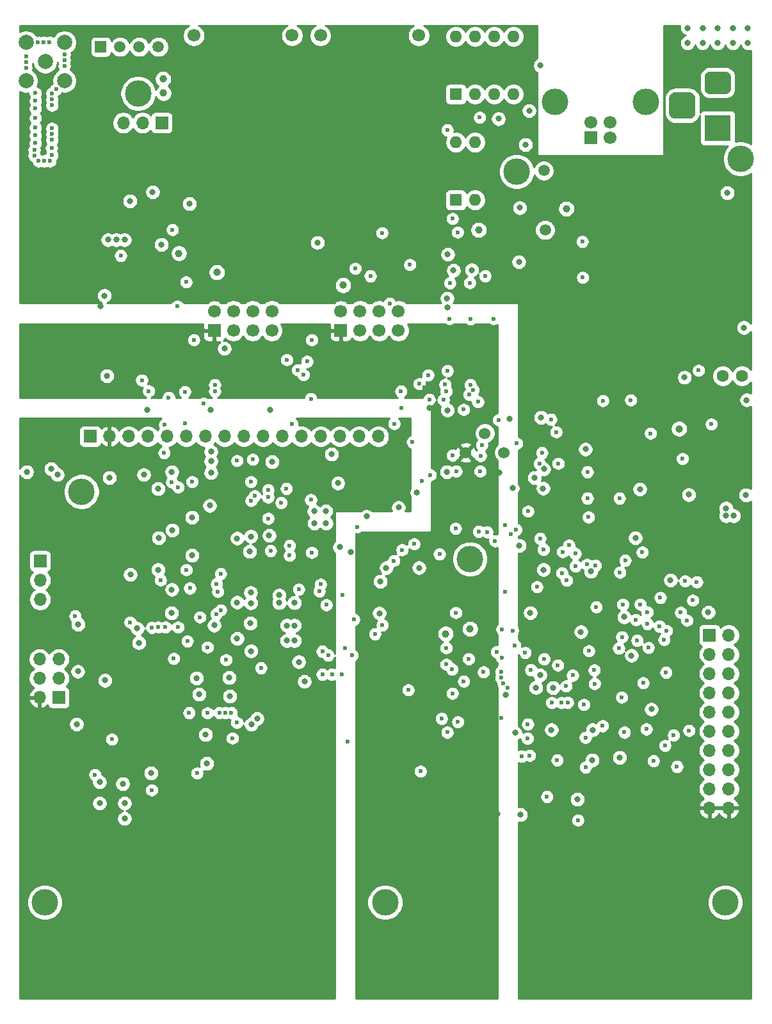
<source format=gbr>
G04 #@! TF.GenerationSoftware,KiCad,Pcbnew,(5.1.5)-3*
G04 #@! TF.CreationDate,2020-06-01T19:43:39+09:00*
G04 #@! TF.ProjectId,GPS___ ___ ver 1.1(__ __),47505370-7430-420a-91e0-302076657220,rev?*
G04 #@! TF.SameCoordinates,Original*
G04 #@! TF.FileFunction,Copper,L3,Inr*
G04 #@! TF.FilePolarity,Positive*
%FSLAX46Y46*%
G04 Gerber Fmt 4.6, Leading zero omitted, Abs format (unit mm)*
G04 Created by KiCad (PCBNEW (5.1.5)-3) date 2020-06-01 19:43:39*
%MOMM*%
%LPD*%
G04 APERTURE LIST*
G04 #@! TA.AperFunction,ViaPad*
%ADD10C,3.500000*%
G04 #@! TD*
G04 #@! TA.AperFunction,ViaPad*
%ADD11R,1.500000X1.500000*%
G04 #@! TD*
G04 #@! TA.AperFunction,ViaPad*
%ADD12C,1.500000*%
G04 #@! TD*
G04 #@! TA.AperFunction,ViaPad*
%ADD13R,1.700000X1.700000*%
G04 #@! TD*
G04 #@! TA.AperFunction,ViaPad*
%ADD14C,1.700000*%
G04 #@! TD*
G04 #@! TA.AperFunction,ViaPad*
%ADD15C,2.000000*%
G04 #@! TD*
G04 #@! TA.AperFunction,ViaPad*
%ADD16O,1.700000X1.700000*%
G04 #@! TD*
G04 #@! TA.AperFunction,ViaPad*
%ADD17R,3.500000X3.500000*%
G04 #@! TD*
G04 #@! TA.AperFunction,ViaPad*
%ADD18C,0.100000*%
G04 #@! TD*
G04 #@! TA.AperFunction,ViaPad*
%ADD19C,1.600000*%
G04 #@! TD*
G04 #@! TA.AperFunction,ViaPad*
%ADD20C,1.524000*%
G04 #@! TD*
G04 #@! TA.AperFunction,ViaPad*
%ADD21R,1.600000X1.600000*%
G04 #@! TD*
G04 #@! TA.AperFunction,ViaPad*
%ADD22O,1.600000X1.600000*%
G04 #@! TD*
G04 #@! TA.AperFunction,ViaPad*
%ADD23C,0.600000*%
G04 #@! TD*
G04 #@! TA.AperFunction,ViaPad*
%ADD24C,0.800000*%
G04 #@! TD*
G04 #@! TA.AperFunction,ViaPad*
%ADD25C,1.000000*%
G04 #@! TD*
G04 #@! TA.AperFunction,Conductor*
%ADD26C,0.254000*%
G04 #@! TD*
G04 APERTURE END LIST*
D10*
G04 #@! TO.N,N/C*
G04 #@! TO.C, *
X152880000Y-97760000D03*
G04 #@! TD*
G04 #@! TO.N,N/C*
G04 #@! TO.C, *
X188650000Y-44880000D03*
G04 #@! TD*
G04 #@! TO.N,N/C*
G04 #@! TO.C, *
X159050000Y-46560000D03*
G04 #@! TD*
G04 #@! TO.N,N/C*
G04 #@! TO.C, *
X101500000Y-88860000D03*
G04 #@! TD*
G04 #@! TO.N,N/C*
G04 #@! TO.C, *
X141650000Y-143160000D03*
G04 #@! TD*
G04 #@! TO.N,N/C*
G04 #@! TO.C, *
X108975000Y-36235000D03*
G04 #@! TD*
G04 #@! TO.N,N/C*
G04 #@! TO.C, *
X186650000Y-143160000D03*
G04 #@! TD*
G04 #@! TO.N,N/C*
G04 #@! TO.C, *
X96650000Y-143160000D03*
G04 #@! TD*
D11*
G04 #@! TO.N,+5V*
G04 #@! TO.C,U2*
X104050000Y-30060000D03*
D12*
G04 #@! TO.N,ADHT22*
X106590000Y-30060000D03*
G04 #@! TO.N,Net-(U2-Pad3)*
X109130000Y-30060000D03*
G04 #@! TO.N,GND*
X111670000Y-30060000D03*
G04 #@! TD*
D13*
G04 #@! TO.N,Net-(USB1-Pad1)*
G04 #@! TO.C,USB1*
X168900000Y-42060000D03*
D14*
G04 #@! TO.N,d-*
X171400000Y-42060000D03*
G04 #@! TO.N,d+*
X171400000Y-40060000D03*
G04 #@! TO.N,GND*
X168900000Y-40060000D03*
D10*
G04 #@! TO.N,Net-(FB16-Pad1)*
X164130000Y-37350000D03*
X176170000Y-37350000D03*
G04 #@! TD*
D15*
G04 #@! TO.N,GND*
G04 #@! TO.C,ATN1*
X94150000Y-34560000D03*
G04 #@! TO.N,Net-(ATN1-Pad2)*
X96690000Y-32020000D03*
G04 #@! TO.N,GND*
X94150000Y-29480000D03*
X99230000Y-29480000D03*
X99230000Y-34560000D03*
G04 #@! TD*
D13*
G04 #@! TO.N,GND*
G04 #@! TO.C,CLCD1*
X102650000Y-81560000D03*
D16*
G04 #@! TO.N,+5V*
X105190000Y-81560000D03*
G04 #@! TO.N,VO*
X107730000Y-81560000D03*
G04 #@! TO.N,RS*
X110270000Y-81560000D03*
G04 #@! TO.N,GND*
X112810000Y-81560000D03*
G04 #@! TO.N,EN*
X115350000Y-81560000D03*
G04 #@! TO.N,Net-(CLCD1-Pad7)*
X117890000Y-81560000D03*
G04 #@! TO.N,Net-(CLCD1-Pad8)*
X120430000Y-81560000D03*
G04 #@! TO.N,Net-(CLCD1-Pad9)*
X122970000Y-81560000D03*
G04 #@! TO.N,Net-(CLCD1-Pad10)*
X125510000Y-81560000D03*
G04 #@! TO.N,D4*
X128050000Y-81560000D03*
G04 #@! TO.N,D5*
X130590000Y-81560000D03*
G04 #@! TO.N,D6*
X133130000Y-81560000D03*
G04 #@! TO.N,D7*
X135670000Y-81560000D03*
G04 #@! TO.N,LCD_Back_L*
X138210000Y-81560000D03*
G04 #@! TO.N,GND*
X140750000Y-81560000D03*
G04 #@! TD*
D17*
G04 #@! TO.N,Net-(FB1-Pad1)*
G04 #@! TO.C,J1*
X185650000Y-40810000D03*
G04 #@! TA.AperFunction,ViaPad*
D18*
G04 #@! TO.N,GND*
G36*
X186723513Y-33313611D02*
G01*
X186796318Y-33324411D01*
X186867714Y-33342295D01*
X186937013Y-33367090D01*
X187003548Y-33398559D01*
X187066678Y-33436398D01*
X187125795Y-33480242D01*
X187180330Y-33529670D01*
X187229758Y-33584205D01*
X187273602Y-33643322D01*
X187311441Y-33706452D01*
X187342910Y-33772987D01*
X187367705Y-33842286D01*
X187385589Y-33913682D01*
X187396389Y-33986487D01*
X187400000Y-34060000D01*
X187400000Y-35560000D01*
X187396389Y-35633513D01*
X187385589Y-35706318D01*
X187367705Y-35777714D01*
X187342910Y-35847013D01*
X187311441Y-35913548D01*
X187273602Y-35976678D01*
X187229758Y-36035795D01*
X187180330Y-36090330D01*
X187125795Y-36139758D01*
X187066678Y-36183602D01*
X187003548Y-36221441D01*
X186937013Y-36252910D01*
X186867714Y-36277705D01*
X186796318Y-36295589D01*
X186723513Y-36306389D01*
X186650000Y-36310000D01*
X184650000Y-36310000D01*
X184576487Y-36306389D01*
X184503682Y-36295589D01*
X184432286Y-36277705D01*
X184362987Y-36252910D01*
X184296452Y-36221441D01*
X184233322Y-36183602D01*
X184174205Y-36139758D01*
X184119670Y-36090330D01*
X184070242Y-36035795D01*
X184026398Y-35976678D01*
X183988559Y-35913548D01*
X183957090Y-35847013D01*
X183932295Y-35777714D01*
X183914411Y-35706318D01*
X183903611Y-35633513D01*
X183900000Y-35560000D01*
X183900000Y-34060000D01*
X183903611Y-33986487D01*
X183914411Y-33913682D01*
X183932295Y-33842286D01*
X183957090Y-33772987D01*
X183988559Y-33706452D01*
X184026398Y-33643322D01*
X184070242Y-33584205D01*
X184119670Y-33529670D01*
X184174205Y-33480242D01*
X184233322Y-33436398D01*
X184296452Y-33398559D01*
X184362987Y-33367090D01*
X184432286Y-33342295D01*
X184503682Y-33324411D01*
X184576487Y-33313611D01*
X184650000Y-33310000D01*
X186650000Y-33310000D01*
X186723513Y-33313611D01*
G37*
G04 #@! TD.AperFunction*
G04 #@! TA.AperFunction,ViaPad*
G36*
X181910765Y-36064213D02*
G01*
X181995704Y-36076813D01*
X182078999Y-36097677D01*
X182159848Y-36126605D01*
X182237472Y-36163319D01*
X182311124Y-36207464D01*
X182380094Y-36258616D01*
X182443718Y-36316282D01*
X182501384Y-36379906D01*
X182552536Y-36448876D01*
X182596681Y-36522528D01*
X182633395Y-36600152D01*
X182662323Y-36681001D01*
X182683187Y-36764296D01*
X182695787Y-36849235D01*
X182700000Y-36935000D01*
X182700000Y-38685000D01*
X182695787Y-38770765D01*
X182683187Y-38855704D01*
X182662323Y-38938999D01*
X182633395Y-39019848D01*
X182596681Y-39097472D01*
X182552536Y-39171124D01*
X182501384Y-39240094D01*
X182443718Y-39303718D01*
X182380094Y-39361384D01*
X182311124Y-39412536D01*
X182237472Y-39456681D01*
X182159848Y-39493395D01*
X182078999Y-39522323D01*
X181995704Y-39543187D01*
X181910765Y-39555787D01*
X181825000Y-39560000D01*
X180075000Y-39560000D01*
X179989235Y-39555787D01*
X179904296Y-39543187D01*
X179821001Y-39522323D01*
X179740152Y-39493395D01*
X179662528Y-39456681D01*
X179588876Y-39412536D01*
X179519906Y-39361384D01*
X179456282Y-39303718D01*
X179398616Y-39240094D01*
X179347464Y-39171124D01*
X179303319Y-39097472D01*
X179266605Y-39019848D01*
X179237677Y-38938999D01*
X179216813Y-38855704D01*
X179204213Y-38770765D01*
X179200000Y-38685000D01*
X179200000Y-36935000D01*
X179204213Y-36849235D01*
X179216813Y-36764296D01*
X179237677Y-36681001D01*
X179266605Y-36600152D01*
X179303319Y-36522528D01*
X179347464Y-36448876D01*
X179398616Y-36379906D01*
X179456282Y-36316282D01*
X179519906Y-36258616D01*
X179588876Y-36207464D01*
X179662528Y-36163319D01*
X179740152Y-36126605D01*
X179821001Y-36097677D01*
X179904296Y-36076813D01*
X179989235Y-36064213D01*
X180075000Y-36060000D01*
X181825000Y-36060000D01*
X181910765Y-36064213D01*
G37*
G04 #@! TD.AperFunction*
G04 #@! TD*
D13*
G04 #@! TO.N,AMISO*
G04 #@! TO.C,J2*
X98484000Y-116097800D03*
D16*
G04 #@! TO.N,+5V*
X95944000Y-116097800D03*
G04 #@! TO.N,ASCK*
X98484000Y-113557800D03*
G04 #@! TO.N,AMOSI*
X95944000Y-113557800D03*
G04 #@! TO.N,AReset*
X98484000Y-111017800D03*
G04 #@! TO.N,GND*
X95944000Y-111017800D03*
G04 #@! TD*
D13*
G04 #@! TO.N,GND*
G04 #@! TO.C,J3*
X96025000Y-98035000D03*
D16*
G04 #@! TO.N,Net-(J3-Pad2)*
X96025000Y-100575000D03*
G04 #@! TO.N,+3V3*
X96025000Y-103115000D03*
G04 #@! TD*
D13*
G04 #@! TO.N,GND*
G04 #@! TO.C,J4*
X184554000Y-107840000D03*
D16*
G04 #@! TO.N,Net-(J4-Pad2)*
X187094000Y-107840000D03*
G04 #@! TO.N,GND*
X184554000Y-110380000D03*
G04 #@! TO.N,Net-(J4-Pad4)*
X187094000Y-110380000D03*
G04 #@! TO.N,GND*
X184554000Y-112920000D03*
G04 #@! TO.N,Reset*
X187094000Y-112920000D03*
G04 #@! TO.N,GND*
X184554000Y-115460000D03*
G04 #@! TO.N,SWO*
X187094000Y-115460000D03*
G04 #@! TO.N,GND*
X184554000Y-118000000D03*
G04 #@! TO.N,Net-(J4-Pad10)*
X187094000Y-118000000D03*
G04 #@! TO.N,GND*
X184554000Y-120540000D03*
G04 #@! TO.N,SWCLK*
X187094000Y-120540000D03*
G04 #@! TO.N,GND*
X184554000Y-123080000D03*
G04 #@! TO.N,SWDIO*
X187094000Y-123080000D03*
G04 #@! TO.N,GND*
X184554000Y-125620000D03*
G04 #@! TO.N,Net-(J4-Pad16)*
X187094000Y-125620000D03*
G04 #@! TO.N,GND*
X184554000Y-128160000D03*
G04 #@! TO.N,Net-(J4-Pad18)*
X187094000Y-128160000D03*
G04 #@! TO.N,+3V3*
X184554000Y-130700000D03*
X187094000Y-130700000D03*
G04 #@! TD*
D19*
G04 #@! TO.N,+5V*
G04 #@! TO.C,RV1*
X188850000Y-73560000D03*
G04 #@! TO.N,CDS*
X186310000Y-73560000D03*
G04 #@! TD*
D20*
G04 #@! TO.N,GND*
G04 #@! TO.C,RV2*
X152310000Y-83700000D03*
G04 #@! TO.N,VO*
X154850000Y-81160000D03*
G04 #@! TO.N,+5V*
X157390000Y-83700000D03*
G04 #@! TD*
D21*
G04 #@! TO.N,ASW2*
G04 #@! TO.C,SW1*
X151000000Y-50310000D03*
D22*
G04 #@! TO.N,GND*
X153540000Y-42690000D03*
G04 #@! TO.N,ASW1*
X153540000Y-50310000D03*
G04 #@! TO.N,GND*
X151000000Y-42690000D03*
G04 #@! TD*
D21*
G04 #@! TO.N,AUTO*
G04 #@! TO.C,SW3*
X151000000Y-36310000D03*
D22*
G04 #@! TO.N,GND*
X158620000Y-28690000D03*
G04 #@! TO.N,SW3*
X153540000Y-36310000D03*
G04 #@! TO.N,GND*
X156080000Y-28690000D03*
G04 #@! TO.N,SW2*
X156080000Y-36310000D03*
G04 #@! TO.N,GND*
X153540000Y-28690000D03*
G04 #@! TO.N,SW1*
X158620000Y-36310000D03*
G04 #@! TO.N,GND*
X151000000Y-28690000D03*
G04 #@! TD*
D14*
G04 #@! TO.N,GND*
G04 #@! TO.C,U4*
X116350000Y-28560000D03*
X129350000Y-28560000D03*
G04 #@! TO.N,AIRQ*
X126670000Y-65020000D03*
G04 #@! TO.N,AMISO*
X126670000Y-67560000D03*
G04 #@! TO.N,AMOSI*
X124130000Y-65020000D03*
G04 #@! TO.N,ASCK*
X124130000Y-67560000D03*
G04 #@! TO.N,ACSN*
X121590000Y-65020000D03*
G04 #@! TO.N,ACE*
X121590000Y-67560000D03*
G04 #@! TO.N,+3V3*
X119050000Y-65020000D03*
D13*
G04 #@! TO.N,GND*
X119050000Y-67560000D03*
G04 #@! TD*
G04 #@! TO.N,GND*
G04 #@! TO.C,U7*
X135800000Y-67560000D03*
D14*
G04 #@! TO.N,+3V3*
X135800000Y-65020000D03*
G04 #@! TO.N,CE*
X138340000Y-67560000D03*
G04 #@! TO.N,CSN*
X138340000Y-65020000D03*
G04 #@! TO.N,SCK*
X140880000Y-67560000D03*
G04 #@! TO.N,MOSI*
X140880000Y-65020000D03*
G04 #@! TO.N,MISO*
X143420000Y-67560000D03*
G04 #@! TO.N,IRQ*
X143420000Y-65020000D03*
G04 #@! TO.N,GND*
X146100000Y-28560000D03*
X133100000Y-28560000D03*
G04 #@! TD*
D13*
G04 #@! TO.N,USART1_RX*
G04 #@! TO.C,J5*
X112100000Y-40110000D03*
D16*
G04 #@! TO.N,USART1_TX*
X109560000Y-40110000D03*
G04 #@! TO.N,GND*
X107020000Y-40110000D03*
G04 #@! TD*
D23*
G04 #@! TO.N,GND*
X97536000Y-43434000D03*
X95250000Y-43688000D03*
D24*
X173250000Y-105435000D03*
X167075000Y-129535000D03*
D25*
X136100000Y-61560000D03*
D24*
X162150000Y-113110000D03*
X189369840Y-89308160D03*
D25*
X180540800Y-80560400D03*
D12*
X162659200Y-46422800D03*
X162822000Y-54266000D03*
X139650000Y-154060000D03*
X144650000Y-154060000D03*
X149650000Y-154060000D03*
X154650000Y-154060000D03*
X139650000Y-151560000D03*
X144650000Y-151560000D03*
X149650000Y-151560000D03*
X154650000Y-151560000D03*
X154650000Y-149060000D03*
X149650000Y-149060000D03*
X144650000Y-149060000D03*
X139650000Y-149060000D03*
X139650000Y-146560000D03*
X144650000Y-146560000D03*
X149650000Y-146560000D03*
X154650000Y-146560000D03*
X94150000Y-68810000D03*
X94150000Y-71560000D03*
X96650000Y-71560000D03*
X96650000Y-68810000D03*
X99150000Y-68810000D03*
X99150000Y-71560000D03*
X107650000Y-71560000D03*
X107650000Y-68810000D03*
X110400000Y-68810000D03*
X110400000Y-71560000D03*
X112650000Y-71560000D03*
X112650000Y-68810000D03*
D24*
X130987500Y-113972500D03*
X160850000Y-104885000D03*
X154375000Y-115782000D03*
D23*
X156975000Y-118760000D03*
D24*
X157575000Y-115760000D03*
X104537500Y-62947500D03*
D25*
X119400000Y-59860000D03*
X165622000Y-51466000D03*
X154022000Y-54266000D03*
D24*
X140005000Y-103210000D03*
X113450000Y-86260000D03*
X153780000Y-67285000D03*
X155575000Y-99335000D03*
X154800000Y-90560000D03*
X135650000Y-96210000D03*
X132300000Y-93035000D03*
X156800000Y-86385000D03*
X162550000Y-88435000D03*
X175350000Y-88535000D03*
X174750000Y-94985000D03*
X179400000Y-100560000D03*
X184400000Y-104810000D03*
X176875000Y-117635000D03*
X172675000Y-124010000D03*
X150600000Y-126335000D03*
X148975000Y-123810000D03*
X159550000Y-131585000D03*
X156525000Y-131485000D03*
X100850000Y-119610000D03*
X118450000Y-90710000D03*
X123900000Y-94785000D03*
X111700000Y-94985000D03*
X105175000Y-87010000D03*
X132700000Y-55935000D03*
X110900000Y-49260000D03*
X189100000Y-67185000D03*
X163850000Y-114785000D03*
X167550000Y-107410000D03*
X168850000Y-99410000D03*
X121018000Y-113460000D03*
X116710000Y-113530000D03*
X117034000Y-115666000D03*
X121098000Y-115920000D03*
X117900000Y-120985000D03*
X118050000Y-124810000D03*
X110684000Y-126080000D03*
X118558000Y-78074000D03*
X126425000Y-78035000D03*
X134560000Y-83916000D03*
X135400000Y-87735000D03*
X126686000Y-84932000D03*
X147514000Y-77820000D03*
X150054000Y-90774000D03*
X149875000Y-64535000D03*
X149850000Y-63310000D03*
X149940000Y-57490000D03*
X181650000Y-29560000D03*
X183650000Y-29560000D03*
X185650000Y-29560000D03*
X187650000Y-29560000D03*
X189650000Y-29560000D03*
X181650000Y-27560000D03*
X183650000Y-27560000D03*
X185650000Y-27560000D03*
X187650000Y-27560000D03*
X189650000Y-27560000D03*
X160699700Y-38510300D03*
X156650000Y-39560000D03*
X160212500Y-42997500D03*
X129650000Y-108560000D03*
X128650000Y-106560000D03*
X129650000Y-106560000D03*
X128650000Y-108560000D03*
X127650000Y-102560000D03*
X127650000Y-103560000D03*
X129650000Y-103560000D03*
X94250000Y-86260000D03*
X113500000Y-93960000D03*
X113400000Y-104910000D03*
X113450000Y-101810000D03*
X111625000Y-88485000D03*
X111625000Y-99185000D03*
X123925000Y-109935000D03*
X123825000Y-106260000D03*
X123900000Y-103585000D03*
X123875000Y-102210000D03*
X123725000Y-96785000D03*
X132250000Y-91460000D03*
X133800000Y-91435000D03*
X133850000Y-93060000D03*
X139475000Y-96860000D03*
X137125000Y-96885000D03*
X155475000Y-103460000D03*
X155025000Y-106410000D03*
X151350000Y-109860000D03*
X122070000Y-103510000D03*
X119050000Y-106535000D03*
D25*
X112300000Y-34310000D03*
X112350000Y-36160000D03*
D24*
X168150000Y-83260000D03*
X162275000Y-79060000D03*
X147450000Y-100860000D03*
X150950000Y-103260000D03*
X147750000Y-106185000D03*
X186750000Y-91060000D03*
X186750000Y-92060000D03*
X187750000Y-92060000D03*
D25*
X114375000Y-57360000D03*
D24*
X162605600Y-99185000D03*
X159386130Y-95985582D03*
X122070000Y-95035000D03*
X116100000Y-97285000D03*
X116100000Y-92260000D03*
X122070000Y-108285000D03*
D23*
X176200000Y-120260000D03*
X181850000Y-120435000D03*
D24*
X174225000Y-110530000D03*
X186910000Y-49360000D03*
X189480000Y-76750000D03*
X152770000Y-95280000D03*
D23*
X154160000Y-39400000D03*
X133350000Y-109982000D03*
X133350000Y-113030000D03*
X134620000Y-113030000D03*
X135890000Y-113030000D03*
X134112000Y-110490000D03*
X94150000Y-32850000D03*
X94150000Y-32088000D03*
X94150000Y-31326000D03*
X95742000Y-29480000D03*
X96504000Y-29480000D03*
X97266000Y-29480000D03*
X99230000Y-31072000D03*
X99230000Y-31834000D03*
X99230000Y-32596000D03*
X98137000Y-35653000D03*
X97587500Y-36202500D03*
X97587500Y-37032500D03*
X97587500Y-37794500D03*
X97587500Y-40842500D03*
X97587500Y-41604500D03*
X97600000Y-42354000D03*
X97600000Y-44386000D03*
X97333999Y-45160001D03*
X96571999Y-45160001D03*
X95809999Y-45160001D03*
X95250000Y-44450000D03*
X95400000Y-42776000D03*
X95400000Y-41760000D03*
X95400000Y-40744000D03*
X95400000Y-39474000D03*
X95400000Y-38204000D03*
X95400000Y-37188000D03*
X95400000Y-36172000D03*
X148590000Y-120142000D03*
X145542000Y-123444000D03*
X144018000Y-121920000D03*
X143764000Y-125222000D03*
X136652000Y-121920000D03*
X106680000Y-57658000D03*
D24*
X118618000Y-86360000D03*
X118618000Y-84836000D03*
X118618000Y-83566000D03*
X123952000Y-119634000D03*
X124714000Y-118872000D03*
X103886000Y-127254000D03*
X103886000Y-130048000D03*
X107188000Y-130048000D03*
X107188000Y-132080000D03*
D23*
X150564635Y-52774635D03*
X146880000Y-75110000D03*
X122060000Y-84780000D03*
D24*
X126320000Y-94670000D03*
X144890000Y-99140000D03*
X143140000Y-99160000D03*
X109080000Y-108850000D03*
X104600000Y-113810000D03*
X101040000Y-106410000D03*
X101010000Y-112630000D03*
X106950000Y-127500000D03*
X107950000Y-99822000D03*
X98298000Y-86614000D03*
X109740700Y-86629240D03*
G04 #@! TO.N,+5V*
X181800000Y-89260000D03*
D25*
X140866000Y-89044000D03*
D24*
X109750000Y-113835000D03*
D25*
X144273500Y-85636500D03*
X143067000Y-86843000D03*
D24*
X112075000Y-56210000D03*
X104850000Y-73560000D03*
X115775000Y-50814390D03*
X159450000Y-51335000D03*
X159350000Y-58485000D03*
G04 #@! TO.N,+3V3*
X161475000Y-116410000D03*
X171300000Y-105360000D03*
X160850000Y-106760000D03*
D25*
X149650000Y-107660000D03*
X152875000Y-107010000D03*
D23*
X148150000Y-40510000D03*
D25*
X133250000Y-61560000D03*
X116600000Y-59885000D03*
D24*
X97475000Y-85860000D03*
X104025000Y-64335000D03*
X140884969Y-104944969D03*
X141025000Y-100735000D03*
X141805331Y-98940331D03*
X139200000Y-92135000D03*
X143425000Y-90960000D03*
X145873959Y-88983959D03*
D25*
X170950000Y-88660000D03*
X171300000Y-96110000D03*
X171300000Y-97010000D03*
D23*
G04 #@! TO.N,AReset*
X118144998Y-109435000D03*
X107925000Y-106135000D03*
X165025000Y-99610000D03*
X133125000Y-101110000D03*
X143902880Y-96557120D03*
X145475000Y-95785000D03*
X150975000Y-93735000D03*
D24*
G04 #@! TO.N,GNDA*
X163650000Y-120360000D03*
X158850000Y-120760000D03*
X169104000Y-120365000D03*
X169050000Y-124360000D03*
D23*
X164405000Y-124360000D03*
G04 #@! TO.N,Reset*
X163700000Y-116760105D03*
X105500000Y-121610000D03*
X103275000Y-126285000D03*
X163050000Y-129185000D03*
G04 #@! TO.N,RS*
X170425000Y-119835000D03*
X146325000Y-125835000D03*
X132950010Y-102010000D03*
X127900000Y-90335000D03*
X126175000Y-89610000D03*
X124408402Y-89422565D03*
X123900000Y-87560000D03*
X116125000Y-87560000D03*
X113425000Y-87610000D03*
G04 #@! TO.N,EN*
X160766789Y-123737451D03*
X150550000Y-115524473D03*
X144702831Y-115082169D03*
X137309540Y-110500300D03*
X115350000Y-99210000D03*
X115825000Y-101635000D03*
X119525000Y-102085000D03*
X119895000Y-104521246D03*
X136384620Y-109575380D03*
G04 #@! TO.N,D4*
X159725000Y-123860000D03*
X149125000Y-118860000D03*
X133875000Y-103835000D03*
X130225000Y-101785000D03*
X129025000Y-97310000D03*
X129025000Y-96010000D03*
X126175000Y-92410000D03*
X123925000Y-90060000D03*
X124125000Y-84610000D03*
G04 #@! TO.N,D5*
X160175000Y-110160000D03*
X157125000Y-107060000D03*
X138000000Y-93510000D03*
X131825000Y-89935000D03*
X128600000Y-88460000D03*
G04 #@! TO.N,D6*
X140300000Y-107685000D03*
X137525000Y-105760000D03*
X157831620Y-114819376D03*
G04 #@! TO.N,D7*
X157000000Y-112685000D03*
X154675000Y-112710000D03*
X142825000Y-98010000D03*
G04 #@! TO.N,AMISO*
X121320000Y-118110000D03*
D24*
X108875000Y-106960000D03*
X110150000Y-78060000D03*
X120400000Y-69935000D03*
D23*
G04 #@! TO.N,AMOSI*
X110775000Y-128310000D03*
X120520000Y-118110000D03*
X100650000Y-105310000D03*
X110375000Y-75560000D03*
X109475000Y-74135000D03*
X114175000Y-64360000D03*
X115325000Y-61160000D03*
G04 #@! TO.N,SWO*
X156400000Y-110060000D03*
G04 #@! TO.N,SWCLK*
X158792831Y-109177831D03*
G04 #@! TO.N,SWDIO*
X164500000Y-111810000D03*
D24*
G04 #@! TO.N,BOOT0*
X161603000Y-114777000D03*
D23*
G04 #@! TO.N,ISP*
X116775000Y-126085000D03*
X149875000Y-120685000D03*
X151275000Y-119310000D03*
X160925000Y-112435000D03*
G04 #@! TO.N,ADHT22*
X118144998Y-118135000D03*
X112600000Y-106785000D03*
X116350000Y-68810000D03*
X113525000Y-54235000D03*
G04 #@! TO.N,LED*
X149880000Y-72885000D03*
X147325000Y-73460000D03*
X146175000Y-74610000D03*
X117625000Y-77210000D03*
G04 #@! TO.N,Debug*
X164550000Y-85135000D03*
X162400000Y-83735000D03*
X156663988Y-79396012D03*
X152025000Y-78010000D03*
G04 #@! TO.N,ASW1*
X115500000Y-108635000D03*
X114250000Y-106785000D03*
X114275000Y-88285000D03*
X115150000Y-79860000D03*
X119125000Y-75585000D03*
X130850000Y-73410000D03*
X131950000Y-68810000D03*
X137700000Y-59360000D03*
G04 #@! TO.N,ASW2*
X113700000Y-110935000D03*
X110800000Y-106835000D03*
X112425000Y-83735000D03*
X112500000Y-80010000D03*
X113025000Y-76410000D03*
X115150000Y-75660000D03*
X119125000Y-74760000D03*
X130075000Y-72785000D03*
X131325000Y-71660000D03*
X139700000Y-60360000D03*
G04 #@! TO.N,LOW*
X156184620Y-95375380D03*
X158950000Y-93885000D03*
X162600000Y-96510000D03*
X165150000Y-96810000D03*
X166800000Y-97060000D03*
X173400000Y-97960000D03*
X175675000Y-96885000D03*
X181325000Y-100685000D03*
X182877680Y-100812680D03*
X179800000Y-121060000D03*
X180250000Y-125210000D03*
X165803292Y-116739762D03*
G04 #@! TO.N,MIN*
X168146197Y-121378986D03*
X168150000Y-125310000D03*
X177150000Y-124460000D03*
X178675000Y-122435000D03*
X182350000Y-103235000D03*
X160550000Y-91460000D03*
X154450000Y-82685000D03*
X142850000Y-79885000D03*
G04 #@! TO.N,HIGH*
X164975000Y-116760000D03*
X173300000Y-120685000D03*
X172650000Y-89744340D03*
X168400000Y-86260000D03*
X164275000Y-80985000D03*
X153324193Y-75453287D03*
X149725000Y-75610000D03*
X143825000Y-77785000D03*
G04 #@! TO.N,MAX*
X169350000Y-114260000D03*
X172550000Y-109560000D03*
X173100000Y-103760000D03*
X172700000Y-99535000D03*
X169450000Y-98635000D03*
X168400000Y-89735000D03*
X159045558Y-82489442D03*
X154275000Y-84110000D03*
X154225000Y-86162001D03*
X151050000Y-86162001D03*
X150575000Y-84060000D03*
X145275000Y-82310000D03*
X162075200Y-85160000D03*
X172975000Y-108085000D03*
G04 #@! TO.N,AUTO*
X160525000Y-119610000D03*
X160475000Y-121485000D03*
X167150000Y-132310000D03*
X184800000Y-79935000D03*
X167782169Y-60552831D03*
X167940380Y-117019620D03*
X167730000Y-55800000D03*
G04 #@! TO.N,SW2*
X183100000Y-72835000D03*
X180979442Y-84505558D03*
X168600000Y-109924473D03*
X178550000Y-108435000D03*
X176350000Y-106335000D03*
X176325000Y-104785000D03*
D24*
X162200000Y-32520000D03*
D23*
G04 #@! TO.N,SW3*
X165675000Y-100610000D03*
X158275000Y-94510000D03*
X141250000Y-54660000D03*
X144925000Y-58860000D03*
X142250000Y-63985000D03*
X143748272Y-75609891D03*
X146500000Y-87460000D03*
X147625000Y-86660000D03*
X155108635Y-94201365D03*
X157526616Y-93297823D03*
G04 #@! TO.N,SW1*
X166825000Y-98710000D03*
X168350000Y-98485000D03*
X168550000Y-92235000D03*
X176750000Y-81160000D03*
X174150000Y-76760000D03*
X154875000Y-60360000D03*
X151237820Y-54572180D03*
X149875000Y-41060000D03*
G04 #@! TO.N,SDA*
X157290028Y-114230580D03*
X150514473Y-112355380D03*
G04 #@! TO.N,SCL*
X149735680Y-109539260D03*
X151000000Y-104860000D03*
X157000000Y-113485003D03*
X149739620Y-111705380D03*
G04 #@! TO.N,Data*
X121450000Y-121460000D03*
X152047195Y-113935000D03*
X152702880Y-110982120D03*
X157100000Y-110810000D03*
G04 #@! TO.N,ACE*
X131825000Y-76585000D03*
X125225000Y-112185000D03*
X122050000Y-119410000D03*
G04 #@! TO.N,ACSN*
X119719997Y-118110000D03*
X119350000Y-101085000D03*
X129325000Y-79935000D03*
X128650000Y-71435000D03*
X119299161Y-105055079D03*
G04 #@! TO.N,USART3_TX*
X119895000Y-99710000D03*
X126500000Y-96685000D03*
X131944669Y-96904669D03*
X148843180Y-97128180D03*
X161725000Y-101460000D03*
X178050000Y-102885000D03*
X174825000Y-105810000D03*
X169325000Y-112460000D03*
G04 #@! TO.N,USART3_RX*
X162675000Y-110985000D03*
X141287420Y-106522420D03*
X141287420Y-106522420D03*
X136000000Y-102510000D03*
X117150001Y-105460000D03*
G04 #@! TO.N,SCK*
X147500000Y-76685000D03*
X149355000Y-76735000D03*
X152775000Y-76035000D03*
X153925000Y-76985000D03*
X162150000Y-95060000D03*
X181575000Y-105885000D03*
X178800000Y-112760000D03*
X175775000Y-114160000D03*
G04 #@! TO.N,MISO*
X176475000Y-109485000D03*
X178875000Y-107235000D03*
X180750000Y-104835000D03*
X165975000Y-95935000D03*
X155975000Y-66010000D03*
X152950000Y-66035000D03*
X150150000Y-66010000D03*
G04 #@! TO.N,MOSI*
X158525000Y-107235000D03*
X157525000Y-102110000D03*
X154025000Y-94135000D03*
X165600000Y-114585000D03*
G04 #@! TO.N,CSN*
X174975000Y-108535000D03*
X175400000Y-103760000D03*
X170450000Y-76835000D03*
X152850000Y-61260000D03*
X150225000Y-61285000D03*
G04 #@! TO.N,CE*
X152925000Y-74760000D03*
X169575000Y-104110000D03*
X149575000Y-74710000D03*
X163575000Y-79310000D03*
X166454994Y-113148863D03*
D24*
G04 #@! TO.N,USART1_TX*
X158072400Y-79242400D03*
X106100000Y-55560000D03*
X107900000Y-50435000D03*
G04 #@! TO.N,USART1_RX*
X104986400Y-55569600D03*
X161425200Y-87014800D03*
G04 #@! TO.N,BAT*
X153100000Y-59560000D03*
X150700000Y-59610000D03*
X107200000Y-55560000D03*
X149900000Y-78110000D03*
X149825000Y-86262001D03*
X146150000Y-98935000D03*
G04 #@! TO.N,CDS*
X130234000Y-111373400D03*
X158504200Y-88411800D03*
X162644400Y-85871800D03*
X181250000Y-73760000D03*
D23*
X120600000Y-111110000D03*
G04 #@! TO.N,FET*
X115725000Y-118110000D03*
X111650000Y-106785000D03*
X111950000Y-100560000D03*
X126175000Y-88635000D03*
G04 #@! TO.N,Net-(FB12-Pad2)*
X177935200Y-106674400D03*
X172950000Y-116060000D03*
G04 #@! TD*
D26*
G04 #@! TO.N,+5V*
G36*
X111903972Y-79283738D02*
G01*
X111773738Y-79413972D01*
X111671414Y-79567111D01*
X111600932Y-79737271D01*
X111565000Y-79917911D01*
X111565000Y-80102089D01*
X111600932Y-80282729D01*
X111671414Y-80452889D01*
X111729729Y-80540164D01*
X111656525Y-80613368D01*
X111540000Y-80787760D01*
X111423475Y-80613368D01*
X111216632Y-80406525D01*
X110973411Y-80244010D01*
X110703158Y-80132068D01*
X110416260Y-80075000D01*
X110123740Y-80075000D01*
X109836842Y-80132068D01*
X109566589Y-80244010D01*
X109323368Y-80406525D01*
X109116525Y-80613368D01*
X109000000Y-80787760D01*
X108883475Y-80613368D01*
X108676632Y-80406525D01*
X108433411Y-80244010D01*
X108163158Y-80132068D01*
X107876260Y-80075000D01*
X107583740Y-80075000D01*
X107296842Y-80132068D01*
X107026589Y-80244010D01*
X106783368Y-80406525D01*
X106576525Y-80613368D01*
X106454805Y-80795534D01*
X106385178Y-80678645D01*
X106190269Y-80462412D01*
X105956920Y-80288359D01*
X105694099Y-80163175D01*
X105546890Y-80118524D01*
X105317000Y-80239845D01*
X105317000Y-81433000D01*
X105337000Y-81433000D01*
X105337000Y-81687000D01*
X105317000Y-81687000D01*
X105317000Y-82880155D01*
X105546890Y-83001476D01*
X105694099Y-82956825D01*
X105956920Y-82831641D01*
X106190269Y-82657588D01*
X106385178Y-82441355D01*
X106454805Y-82324466D01*
X106576525Y-82506632D01*
X106783368Y-82713475D01*
X107026589Y-82875990D01*
X107296842Y-82987932D01*
X107583740Y-83045000D01*
X107876260Y-83045000D01*
X108163158Y-82987932D01*
X108433411Y-82875990D01*
X108676632Y-82713475D01*
X108883475Y-82506632D01*
X109000000Y-82332240D01*
X109116525Y-82506632D01*
X109323368Y-82713475D01*
X109566589Y-82875990D01*
X109836842Y-82987932D01*
X110123740Y-83045000D01*
X110416260Y-83045000D01*
X110703158Y-82987932D01*
X110973411Y-82875990D01*
X111216632Y-82713475D01*
X111423475Y-82506632D01*
X111540000Y-82332240D01*
X111656525Y-82506632D01*
X111863368Y-82713475D01*
X112087062Y-82862942D01*
X111982111Y-82906414D01*
X111828972Y-83008738D01*
X111698738Y-83138972D01*
X111596414Y-83292111D01*
X111525932Y-83462271D01*
X111490000Y-83642911D01*
X111490000Y-83827089D01*
X111525932Y-84007729D01*
X111596414Y-84177889D01*
X111698738Y-84331028D01*
X111828972Y-84461262D01*
X111982111Y-84563586D01*
X112152271Y-84634068D01*
X112332911Y-84670000D01*
X112517089Y-84670000D01*
X112697729Y-84634068D01*
X112867889Y-84563586D01*
X113021028Y-84461262D01*
X113151262Y-84331028D01*
X113253586Y-84177889D01*
X113324068Y-84007729D01*
X113360000Y-83827089D01*
X113360000Y-83642911D01*
X113324068Y-83462271D01*
X113253586Y-83292111D01*
X113151262Y-83138972D01*
X113040528Y-83028238D01*
X113243158Y-82987932D01*
X113513411Y-82875990D01*
X113756632Y-82713475D01*
X113963475Y-82506632D01*
X114080000Y-82332240D01*
X114196525Y-82506632D01*
X114403368Y-82713475D01*
X114646589Y-82875990D01*
X114916842Y-82987932D01*
X115203740Y-83045000D01*
X115496260Y-83045000D01*
X115783158Y-82987932D01*
X116053411Y-82875990D01*
X116296632Y-82713475D01*
X116503475Y-82506632D01*
X116620000Y-82332240D01*
X116736525Y-82506632D01*
X116943368Y-82713475D01*
X117186589Y-82875990D01*
X117456842Y-82987932D01*
X117723966Y-83041067D01*
X117700795Y-83075744D01*
X117622774Y-83264102D01*
X117583000Y-83464061D01*
X117583000Y-83667939D01*
X117622774Y-83867898D01*
X117700795Y-84056256D01*
X117797510Y-84201000D01*
X117700795Y-84345744D01*
X117622774Y-84534102D01*
X117583000Y-84734061D01*
X117583000Y-84937939D01*
X117622774Y-85137898D01*
X117700795Y-85326256D01*
X117814063Y-85495774D01*
X117916289Y-85598000D01*
X117814063Y-85700226D01*
X117700795Y-85869744D01*
X117622774Y-86058102D01*
X117583000Y-86258061D01*
X117583000Y-86461939D01*
X117622774Y-86661898D01*
X117700795Y-86850256D01*
X117814063Y-87019774D01*
X117958226Y-87163937D01*
X118127744Y-87277205D01*
X118316102Y-87355226D01*
X118516061Y-87395000D01*
X118719939Y-87395000D01*
X118919898Y-87355226D01*
X119108256Y-87277205D01*
X119277774Y-87163937D01*
X119421937Y-87019774D01*
X119535205Y-86850256D01*
X119613226Y-86661898D01*
X119653000Y-86461939D01*
X119653000Y-86258061D01*
X119613226Y-86058102D01*
X119535205Y-85869744D01*
X119421937Y-85700226D01*
X119319711Y-85598000D01*
X119421937Y-85495774D01*
X119535205Y-85326256D01*
X119613226Y-85137898D01*
X119653000Y-84937939D01*
X119653000Y-84734061D01*
X119643821Y-84687911D01*
X121125000Y-84687911D01*
X121125000Y-84872089D01*
X121160932Y-85052729D01*
X121231414Y-85222889D01*
X121333738Y-85376028D01*
X121463972Y-85506262D01*
X121617111Y-85608586D01*
X121787271Y-85679068D01*
X121967911Y-85715000D01*
X122152089Y-85715000D01*
X122332729Y-85679068D01*
X122502889Y-85608586D01*
X122656028Y-85506262D01*
X122786262Y-85376028D01*
X122888586Y-85222889D01*
X122959068Y-85052729D01*
X122995000Y-84872089D01*
X122995000Y-84687911D01*
X122961185Y-84517911D01*
X123190000Y-84517911D01*
X123190000Y-84702089D01*
X123225932Y-84882729D01*
X123296414Y-85052889D01*
X123398738Y-85206028D01*
X123528972Y-85336262D01*
X123682111Y-85438586D01*
X123852271Y-85509068D01*
X124032911Y-85545000D01*
X124217089Y-85545000D01*
X124397729Y-85509068D01*
X124567889Y-85438586D01*
X124721028Y-85336262D01*
X124851262Y-85206028D01*
X124953586Y-85052889D01*
X125024068Y-84882729D01*
X125034544Y-84830061D01*
X125651000Y-84830061D01*
X125651000Y-85033939D01*
X125690774Y-85233898D01*
X125768795Y-85422256D01*
X125882063Y-85591774D01*
X126026226Y-85735937D01*
X126195744Y-85849205D01*
X126384102Y-85927226D01*
X126584061Y-85967000D01*
X126787939Y-85967000D01*
X126987898Y-85927226D01*
X127176256Y-85849205D01*
X127345774Y-85735937D01*
X127489937Y-85591774D01*
X127603205Y-85422256D01*
X127681226Y-85233898D01*
X127721000Y-85033939D01*
X127721000Y-84830061D01*
X127681226Y-84630102D01*
X127603205Y-84441744D01*
X127489937Y-84272226D01*
X127345774Y-84128063D01*
X127176256Y-84014795D01*
X126987898Y-83936774D01*
X126787939Y-83897000D01*
X126584061Y-83897000D01*
X126384102Y-83936774D01*
X126195744Y-84014795D01*
X126026226Y-84128063D01*
X125882063Y-84272226D01*
X125768795Y-84441744D01*
X125690774Y-84630102D01*
X125651000Y-84830061D01*
X125034544Y-84830061D01*
X125060000Y-84702089D01*
X125060000Y-84517911D01*
X125024068Y-84337271D01*
X124953586Y-84167111D01*
X124851262Y-84013972D01*
X124721028Y-83883738D01*
X124616749Y-83814061D01*
X133525000Y-83814061D01*
X133525000Y-84017939D01*
X133564774Y-84217898D01*
X133642795Y-84406256D01*
X133756063Y-84575774D01*
X133900226Y-84719937D01*
X134069744Y-84833205D01*
X134258102Y-84911226D01*
X134458061Y-84951000D01*
X134661939Y-84951000D01*
X134861898Y-84911226D01*
X135050256Y-84833205D01*
X135219774Y-84719937D01*
X135363937Y-84575774D01*
X135477205Y-84406256D01*
X135555226Y-84217898D01*
X135595000Y-84017939D01*
X135595000Y-83814061D01*
X135555226Y-83614102D01*
X135477205Y-83425744D01*
X135363937Y-83256226D01*
X135219774Y-83112063D01*
X135050256Y-82998795D01*
X134861898Y-82920774D01*
X134661939Y-82881000D01*
X134458061Y-82881000D01*
X134258102Y-82920774D01*
X134069744Y-82998795D01*
X133900226Y-83112063D01*
X133756063Y-83256226D01*
X133642795Y-83425744D01*
X133564774Y-83614102D01*
X133525000Y-83814061D01*
X124616749Y-83814061D01*
X124567889Y-83781414D01*
X124397729Y-83710932D01*
X124217089Y-83675000D01*
X124032911Y-83675000D01*
X123852271Y-83710932D01*
X123682111Y-83781414D01*
X123528972Y-83883738D01*
X123398738Y-84013972D01*
X123296414Y-84167111D01*
X123225932Y-84337271D01*
X123190000Y-84517911D01*
X122961185Y-84517911D01*
X122959068Y-84507271D01*
X122888586Y-84337111D01*
X122786262Y-84183972D01*
X122656028Y-84053738D01*
X122502889Y-83951414D01*
X122332729Y-83880932D01*
X122152089Y-83845000D01*
X121967911Y-83845000D01*
X121787271Y-83880932D01*
X121617111Y-83951414D01*
X121463972Y-84053738D01*
X121333738Y-84183972D01*
X121231414Y-84337111D01*
X121160932Y-84507271D01*
X121125000Y-84687911D01*
X119643821Y-84687911D01*
X119613226Y-84534102D01*
X119535205Y-84345744D01*
X119438490Y-84201000D01*
X119535205Y-84056256D01*
X119613226Y-83867898D01*
X119653000Y-83667939D01*
X119653000Y-83464061D01*
X119613226Y-83264102D01*
X119535205Y-83075744D01*
X119421937Y-82906226D01*
X119277774Y-82762063D01*
X119108256Y-82648795D01*
X118961925Y-82588182D01*
X119043475Y-82506632D01*
X119160000Y-82332240D01*
X119276525Y-82506632D01*
X119483368Y-82713475D01*
X119726589Y-82875990D01*
X119996842Y-82987932D01*
X120283740Y-83045000D01*
X120576260Y-83045000D01*
X120863158Y-82987932D01*
X121133411Y-82875990D01*
X121376632Y-82713475D01*
X121583475Y-82506632D01*
X121700000Y-82332240D01*
X121816525Y-82506632D01*
X122023368Y-82713475D01*
X122266589Y-82875990D01*
X122536842Y-82987932D01*
X122823740Y-83045000D01*
X123116260Y-83045000D01*
X123403158Y-82987932D01*
X123673411Y-82875990D01*
X123916632Y-82713475D01*
X124123475Y-82506632D01*
X124240000Y-82332240D01*
X124356525Y-82506632D01*
X124563368Y-82713475D01*
X124806589Y-82875990D01*
X125076842Y-82987932D01*
X125363740Y-83045000D01*
X125656260Y-83045000D01*
X125943158Y-82987932D01*
X126213411Y-82875990D01*
X126456632Y-82713475D01*
X126663475Y-82506632D01*
X126780000Y-82332240D01*
X126896525Y-82506632D01*
X127103368Y-82713475D01*
X127346589Y-82875990D01*
X127616842Y-82987932D01*
X127903740Y-83045000D01*
X128196260Y-83045000D01*
X128483158Y-82987932D01*
X128753411Y-82875990D01*
X128996632Y-82713475D01*
X129203475Y-82506632D01*
X129320000Y-82332240D01*
X129436525Y-82506632D01*
X129643368Y-82713475D01*
X129886589Y-82875990D01*
X130156842Y-82987932D01*
X130443740Y-83045000D01*
X130736260Y-83045000D01*
X131023158Y-82987932D01*
X131293411Y-82875990D01*
X131536632Y-82713475D01*
X131743475Y-82506632D01*
X131860000Y-82332240D01*
X131976525Y-82506632D01*
X132183368Y-82713475D01*
X132426589Y-82875990D01*
X132696842Y-82987932D01*
X132983740Y-83045000D01*
X133276260Y-83045000D01*
X133563158Y-82987932D01*
X133833411Y-82875990D01*
X134076632Y-82713475D01*
X134283475Y-82506632D01*
X134400000Y-82332240D01*
X134516525Y-82506632D01*
X134723368Y-82713475D01*
X134966589Y-82875990D01*
X135236842Y-82987932D01*
X135523740Y-83045000D01*
X135816260Y-83045000D01*
X136103158Y-82987932D01*
X136373411Y-82875990D01*
X136616632Y-82713475D01*
X136823475Y-82506632D01*
X136940000Y-82332240D01*
X137056525Y-82506632D01*
X137263368Y-82713475D01*
X137506589Y-82875990D01*
X137776842Y-82987932D01*
X138063740Y-83045000D01*
X138356260Y-83045000D01*
X138643158Y-82987932D01*
X138913411Y-82875990D01*
X139156632Y-82713475D01*
X139363475Y-82506632D01*
X139480000Y-82332240D01*
X139596525Y-82506632D01*
X139803368Y-82713475D01*
X140046589Y-82875990D01*
X140316842Y-82987932D01*
X140603740Y-83045000D01*
X140896260Y-83045000D01*
X141183158Y-82987932D01*
X141453411Y-82875990D01*
X141696632Y-82713475D01*
X141903475Y-82506632D01*
X142065990Y-82263411D01*
X142177932Y-81993158D01*
X142235000Y-81706260D01*
X142235000Y-81413740D01*
X142177932Y-81126842D01*
X142065990Y-80856589D01*
X141903475Y-80613368D01*
X141696632Y-80406525D01*
X141453411Y-80244010D01*
X141183158Y-80132068D01*
X140896260Y-80075000D01*
X140603740Y-80075000D01*
X140316842Y-80132068D01*
X140046589Y-80244010D01*
X139803368Y-80406525D01*
X139596525Y-80613368D01*
X139480000Y-80787760D01*
X139363475Y-80613368D01*
X139156632Y-80406525D01*
X138913411Y-80244010D01*
X138643158Y-80132068D01*
X138356260Y-80075000D01*
X138063740Y-80075000D01*
X137776842Y-80132068D01*
X137506589Y-80244010D01*
X137263368Y-80406525D01*
X137056525Y-80613368D01*
X136940000Y-80787760D01*
X136823475Y-80613368D01*
X136616632Y-80406525D01*
X136373411Y-80244010D01*
X136103158Y-80132068D01*
X135816260Y-80075000D01*
X135523740Y-80075000D01*
X135236842Y-80132068D01*
X134966589Y-80244010D01*
X134723368Y-80406525D01*
X134516525Y-80613368D01*
X134400000Y-80787760D01*
X134283475Y-80613368D01*
X134076632Y-80406525D01*
X133833411Y-80244010D01*
X133563158Y-80132068D01*
X133276260Y-80075000D01*
X132983740Y-80075000D01*
X132696842Y-80132068D01*
X132426589Y-80244010D01*
X132183368Y-80406525D01*
X131976525Y-80613368D01*
X131860000Y-80787760D01*
X131743475Y-80613368D01*
X131536632Y-80406525D01*
X131293411Y-80244010D01*
X131023158Y-80132068D01*
X130736260Y-80075000D01*
X130443740Y-80075000D01*
X130242508Y-80115028D01*
X130260000Y-80027089D01*
X130260000Y-79842911D01*
X130224068Y-79662271D01*
X130153586Y-79492111D01*
X130051262Y-79338972D01*
X129921028Y-79208738D01*
X129888495Y-79187000D01*
X142225710Y-79187000D01*
X142123738Y-79288972D01*
X142021414Y-79442111D01*
X141950932Y-79612271D01*
X141915000Y-79792911D01*
X141915000Y-79977089D01*
X141950932Y-80157729D01*
X142021414Y-80327889D01*
X142123738Y-80481028D01*
X142253972Y-80611262D01*
X142407111Y-80713586D01*
X142577271Y-80784068D01*
X142757911Y-80820000D01*
X142942089Y-80820000D01*
X143122729Y-80784068D01*
X143292889Y-80713586D01*
X143446028Y-80611262D01*
X143576262Y-80481028D01*
X143678586Y-80327889D01*
X143749068Y-80157729D01*
X143785000Y-79977089D01*
X143785000Y-79792911D01*
X143749068Y-79612271D01*
X143678586Y-79442111D01*
X143576262Y-79288972D01*
X143474290Y-79187000D01*
X145023000Y-79187000D01*
X145023000Y-81406809D01*
X145002271Y-81410932D01*
X144832111Y-81481414D01*
X144678972Y-81583738D01*
X144548738Y-81713972D01*
X144446414Y-81867111D01*
X144375932Y-82037271D01*
X144340000Y-82217911D01*
X144340000Y-82402089D01*
X144375932Y-82582729D01*
X144446414Y-82752889D01*
X144548738Y-82906028D01*
X144678972Y-83036262D01*
X144832111Y-83138586D01*
X145002271Y-83209068D01*
X145023000Y-83213191D01*
X145023000Y-88394559D01*
X144956754Y-88493703D01*
X144878733Y-88682061D01*
X144838959Y-88882020D01*
X144838959Y-89085898D01*
X144878733Y-89285857D01*
X144956754Y-89474215D01*
X145023000Y-89573359D01*
X145023000Y-91433000D01*
X144349353Y-91433000D01*
X144420226Y-91261898D01*
X144460000Y-91061939D01*
X144460000Y-90858061D01*
X144420226Y-90658102D01*
X144342205Y-90469744D01*
X144228937Y-90300226D01*
X144084774Y-90156063D01*
X143915256Y-90042795D01*
X143726898Y-89964774D01*
X143526939Y-89925000D01*
X143323061Y-89925000D01*
X143123102Y-89964774D01*
X142934744Y-90042795D01*
X142765226Y-90156063D01*
X142621063Y-90300226D01*
X142507795Y-90469744D01*
X142429774Y-90658102D01*
X142390000Y-90858061D01*
X142390000Y-91061939D01*
X142429774Y-91261898D01*
X142500647Y-91433000D01*
X139961711Y-91433000D01*
X139859774Y-91331063D01*
X139690256Y-91217795D01*
X139501898Y-91139774D01*
X139301939Y-91100000D01*
X139098061Y-91100000D01*
X138898102Y-91139774D01*
X138709744Y-91217795D01*
X138540226Y-91331063D01*
X138438289Y-91433000D01*
X135150000Y-91433000D01*
X135125224Y-91435440D01*
X135101399Y-91442667D01*
X135079443Y-91454403D01*
X135060197Y-91470197D01*
X135044403Y-91489443D01*
X135032667Y-91511399D01*
X135025440Y-91535224D01*
X135023000Y-91560000D01*
X135023000Y-95384164D01*
X134990226Y-95406063D01*
X134846063Y-95550226D01*
X134732795Y-95719744D01*
X134654774Y-95908102D01*
X134615000Y-96108061D01*
X134615000Y-96311939D01*
X134654774Y-96511898D01*
X134732795Y-96700256D01*
X134846063Y-96869774D01*
X134990226Y-97013937D01*
X135023000Y-97035836D01*
X135023000Y-110277256D01*
X135011068Y-110217271D01*
X134940586Y-110047111D01*
X134838262Y-109893972D01*
X134708028Y-109763738D01*
X134554889Y-109661414D01*
X134384729Y-109590932D01*
X134204089Y-109555000D01*
X134185167Y-109555000D01*
X134178586Y-109539111D01*
X134076262Y-109385972D01*
X133946028Y-109255738D01*
X133792889Y-109153414D01*
X133622729Y-109082932D01*
X133442089Y-109047000D01*
X133257911Y-109047000D01*
X133077271Y-109082932D01*
X132907111Y-109153414D01*
X132753972Y-109255738D01*
X132623738Y-109385972D01*
X132521414Y-109539111D01*
X132450932Y-109709271D01*
X132415000Y-109889911D01*
X132415000Y-110074089D01*
X132450932Y-110254729D01*
X132521414Y-110424889D01*
X132623738Y-110578028D01*
X132753972Y-110708262D01*
X132907111Y-110810586D01*
X133077271Y-110881068D01*
X133257911Y-110917000D01*
X133276833Y-110917000D01*
X133283414Y-110932889D01*
X133385738Y-111086028D01*
X133515972Y-111216262D01*
X133669111Y-111318586D01*
X133839271Y-111389068D01*
X134019911Y-111425000D01*
X134204089Y-111425000D01*
X134384729Y-111389068D01*
X134554889Y-111318586D01*
X134708028Y-111216262D01*
X134838262Y-111086028D01*
X134940586Y-110932889D01*
X135011068Y-110762729D01*
X135023000Y-110702744D01*
X135023000Y-112184892D01*
X134892729Y-112130932D01*
X134712089Y-112095000D01*
X134527911Y-112095000D01*
X134347271Y-112130932D01*
X134177111Y-112201414D01*
X134023972Y-112303738D01*
X133985000Y-112342710D01*
X133946028Y-112303738D01*
X133792889Y-112201414D01*
X133622729Y-112130932D01*
X133442089Y-112095000D01*
X133257911Y-112095000D01*
X133077271Y-112130932D01*
X132907111Y-112201414D01*
X132753972Y-112303738D01*
X132623738Y-112433972D01*
X132521414Y-112587111D01*
X132450932Y-112757271D01*
X132415000Y-112937911D01*
X132415000Y-113122089D01*
X132450932Y-113302729D01*
X132521414Y-113472889D01*
X132623738Y-113626028D01*
X132753972Y-113756262D01*
X132907111Y-113858586D01*
X133077271Y-113929068D01*
X133257911Y-113965000D01*
X133442089Y-113965000D01*
X133622729Y-113929068D01*
X133792889Y-113858586D01*
X133946028Y-113756262D01*
X133985000Y-113717290D01*
X134023972Y-113756262D01*
X134177111Y-113858586D01*
X134347271Y-113929068D01*
X134527911Y-113965000D01*
X134712089Y-113965000D01*
X134892729Y-113929068D01*
X135023000Y-113875108D01*
X135023000Y-155900000D01*
X93310000Y-155900000D01*
X93310000Y-142925098D01*
X94265000Y-142925098D01*
X94265000Y-143394902D01*
X94356654Y-143855679D01*
X94536440Y-144289721D01*
X94797450Y-144680349D01*
X95129651Y-145012550D01*
X95520279Y-145273560D01*
X95954321Y-145453346D01*
X96415098Y-145545000D01*
X96884902Y-145545000D01*
X97345679Y-145453346D01*
X97779721Y-145273560D01*
X98170349Y-145012550D01*
X98502550Y-144680349D01*
X98763560Y-144289721D01*
X98943346Y-143855679D01*
X99035000Y-143394902D01*
X99035000Y-142925098D01*
X98943346Y-142464321D01*
X98763560Y-142030279D01*
X98502550Y-141639651D01*
X98170349Y-141307450D01*
X97779721Y-141046440D01*
X97345679Y-140866654D01*
X96884902Y-140775000D01*
X96415098Y-140775000D01*
X95954321Y-140866654D01*
X95520279Y-141046440D01*
X95129651Y-141307450D01*
X94797450Y-141639651D01*
X94536440Y-142030279D01*
X94356654Y-142464321D01*
X94265000Y-142925098D01*
X93310000Y-142925098D01*
X93310000Y-129946061D01*
X102851000Y-129946061D01*
X102851000Y-130149939D01*
X102890774Y-130349898D01*
X102968795Y-130538256D01*
X103082063Y-130707774D01*
X103226226Y-130851937D01*
X103395744Y-130965205D01*
X103584102Y-131043226D01*
X103784061Y-131083000D01*
X103987939Y-131083000D01*
X104187898Y-131043226D01*
X104376256Y-130965205D01*
X104545774Y-130851937D01*
X104689937Y-130707774D01*
X104803205Y-130538256D01*
X104881226Y-130349898D01*
X104921000Y-130149939D01*
X104921000Y-129946061D01*
X106153000Y-129946061D01*
X106153000Y-130149939D01*
X106192774Y-130349898D01*
X106270795Y-130538256D01*
X106384063Y-130707774D01*
X106528226Y-130851937D01*
X106697744Y-130965205D01*
X106886102Y-131043226D01*
X106990541Y-131064000D01*
X106886102Y-131084774D01*
X106697744Y-131162795D01*
X106528226Y-131276063D01*
X106384063Y-131420226D01*
X106270795Y-131589744D01*
X106192774Y-131778102D01*
X106153000Y-131978061D01*
X106153000Y-132181939D01*
X106192774Y-132381898D01*
X106270795Y-132570256D01*
X106384063Y-132739774D01*
X106528226Y-132883937D01*
X106697744Y-132997205D01*
X106886102Y-133075226D01*
X107086061Y-133115000D01*
X107289939Y-133115000D01*
X107489898Y-133075226D01*
X107678256Y-132997205D01*
X107847774Y-132883937D01*
X107991937Y-132739774D01*
X108105205Y-132570256D01*
X108183226Y-132381898D01*
X108223000Y-132181939D01*
X108223000Y-131978061D01*
X108183226Y-131778102D01*
X108105205Y-131589744D01*
X107991937Y-131420226D01*
X107847774Y-131276063D01*
X107678256Y-131162795D01*
X107489898Y-131084774D01*
X107385459Y-131064000D01*
X107489898Y-131043226D01*
X107678256Y-130965205D01*
X107847774Y-130851937D01*
X107991937Y-130707774D01*
X108105205Y-130538256D01*
X108183226Y-130349898D01*
X108223000Y-130149939D01*
X108223000Y-129946061D01*
X108183226Y-129746102D01*
X108105205Y-129557744D01*
X107991937Y-129388226D01*
X107847774Y-129244063D01*
X107678256Y-129130795D01*
X107489898Y-129052774D01*
X107289939Y-129013000D01*
X107086061Y-129013000D01*
X106886102Y-129052774D01*
X106697744Y-129130795D01*
X106528226Y-129244063D01*
X106384063Y-129388226D01*
X106270795Y-129557744D01*
X106192774Y-129746102D01*
X106153000Y-129946061D01*
X104921000Y-129946061D01*
X104881226Y-129746102D01*
X104803205Y-129557744D01*
X104689937Y-129388226D01*
X104545774Y-129244063D01*
X104376256Y-129130795D01*
X104187898Y-129052774D01*
X103987939Y-129013000D01*
X103784061Y-129013000D01*
X103584102Y-129052774D01*
X103395744Y-129130795D01*
X103226226Y-129244063D01*
X103082063Y-129388226D01*
X102968795Y-129557744D01*
X102890774Y-129746102D01*
X102851000Y-129946061D01*
X93310000Y-129946061D01*
X93310000Y-126192911D01*
X102340000Y-126192911D01*
X102340000Y-126377089D01*
X102375932Y-126557729D01*
X102446414Y-126727889D01*
X102548738Y-126881028D01*
X102678972Y-127011262D01*
X102832111Y-127113586D01*
X102856633Y-127123743D01*
X102851000Y-127152061D01*
X102851000Y-127355939D01*
X102890774Y-127555898D01*
X102968795Y-127744256D01*
X103082063Y-127913774D01*
X103226226Y-128057937D01*
X103395744Y-128171205D01*
X103584102Y-128249226D01*
X103784061Y-128289000D01*
X103987939Y-128289000D01*
X104187898Y-128249226D01*
X104376256Y-128171205D01*
X104545774Y-128057937D01*
X104689937Y-127913774D01*
X104803205Y-127744256D01*
X104881226Y-127555898D01*
X104912621Y-127398061D01*
X105915000Y-127398061D01*
X105915000Y-127601939D01*
X105954774Y-127801898D01*
X106032795Y-127990256D01*
X106146063Y-128159774D01*
X106290226Y-128303937D01*
X106459744Y-128417205D01*
X106648102Y-128495226D01*
X106848061Y-128535000D01*
X107051939Y-128535000D01*
X107251898Y-128495226D01*
X107440256Y-128417205D01*
X107609774Y-128303937D01*
X107695800Y-128217911D01*
X109840000Y-128217911D01*
X109840000Y-128402089D01*
X109875932Y-128582729D01*
X109946414Y-128752889D01*
X110048738Y-128906028D01*
X110178972Y-129036262D01*
X110332111Y-129138586D01*
X110502271Y-129209068D01*
X110682911Y-129245000D01*
X110867089Y-129245000D01*
X111047729Y-129209068D01*
X111217889Y-129138586D01*
X111371028Y-129036262D01*
X111501262Y-128906028D01*
X111603586Y-128752889D01*
X111674068Y-128582729D01*
X111710000Y-128402089D01*
X111710000Y-128217911D01*
X111674068Y-128037271D01*
X111603586Y-127867111D01*
X111501262Y-127713972D01*
X111371028Y-127583738D01*
X111217889Y-127481414D01*
X111047729Y-127410932D01*
X110867089Y-127375000D01*
X110682911Y-127375000D01*
X110502271Y-127410932D01*
X110332111Y-127481414D01*
X110178972Y-127583738D01*
X110048738Y-127713972D01*
X109946414Y-127867111D01*
X109875932Y-128037271D01*
X109840000Y-128217911D01*
X107695800Y-128217911D01*
X107753937Y-128159774D01*
X107867205Y-127990256D01*
X107945226Y-127801898D01*
X107985000Y-127601939D01*
X107985000Y-127398061D01*
X107945226Y-127198102D01*
X107867205Y-127009744D01*
X107753937Y-126840226D01*
X107609774Y-126696063D01*
X107440256Y-126582795D01*
X107251898Y-126504774D01*
X107051939Y-126465000D01*
X106848061Y-126465000D01*
X106648102Y-126504774D01*
X106459744Y-126582795D01*
X106290226Y-126696063D01*
X106146063Y-126840226D01*
X106032795Y-127009744D01*
X105954774Y-127198102D01*
X105915000Y-127398061D01*
X104912621Y-127398061D01*
X104921000Y-127355939D01*
X104921000Y-127152061D01*
X104881226Y-126952102D01*
X104803205Y-126763744D01*
X104689937Y-126594226D01*
X104545774Y-126450063D01*
X104376256Y-126336795D01*
X104210000Y-126267929D01*
X104210000Y-126192911D01*
X104174068Y-126012271D01*
X104159898Y-125978061D01*
X109649000Y-125978061D01*
X109649000Y-126181939D01*
X109688774Y-126381898D01*
X109766795Y-126570256D01*
X109880063Y-126739774D01*
X110024226Y-126883937D01*
X110193744Y-126997205D01*
X110382102Y-127075226D01*
X110582061Y-127115000D01*
X110785939Y-127115000D01*
X110985898Y-127075226D01*
X111174256Y-126997205D01*
X111343774Y-126883937D01*
X111487937Y-126739774D01*
X111601205Y-126570256D01*
X111679226Y-126381898D01*
X111719000Y-126181939D01*
X111719000Y-125992911D01*
X115840000Y-125992911D01*
X115840000Y-126177089D01*
X115875932Y-126357729D01*
X115946414Y-126527889D01*
X116048738Y-126681028D01*
X116178972Y-126811262D01*
X116332111Y-126913586D01*
X116502271Y-126984068D01*
X116682911Y-127020000D01*
X116867089Y-127020000D01*
X117047729Y-126984068D01*
X117217889Y-126913586D01*
X117371028Y-126811262D01*
X117501262Y-126681028D01*
X117603586Y-126527889D01*
X117674068Y-126357729D01*
X117710000Y-126177089D01*
X117710000Y-125992911D01*
X117674068Y-125812271D01*
X117655213Y-125766750D01*
X117748102Y-125805226D01*
X117948061Y-125845000D01*
X118151939Y-125845000D01*
X118351898Y-125805226D01*
X118540256Y-125727205D01*
X118709774Y-125613937D01*
X118853937Y-125469774D01*
X118967205Y-125300256D01*
X119045226Y-125111898D01*
X119085000Y-124911939D01*
X119085000Y-124708061D01*
X119045226Y-124508102D01*
X118967205Y-124319744D01*
X118853937Y-124150226D01*
X118709774Y-124006063D01*
X118540256Y-123892795D01*
X118351898Y-123814774D01*
X118151939Y-123775000D01*
X117948061Y-123775000D01*
X117748102Y-123814774D01*
X117559744Y-123892795D01*
X117390226Y-124006063D01*
X117246063Y-124150226D01*
X117132795Y-124319744D01*
X117054774Y-124508102D01*
X117015000Y-124708061D01*
X117015000Y-124911939D01*
X117054774Y-125111898D01*
X117093250Y-125204787D01*
X117047729Y-125185932D01*
X116867089Y-125150000D01*
X116682911Y-125150000D01*
X116502271Y-125185932D01*
X116332111Y-125256414D01*
X116178972Y-125358738D01*
X116048738Y-125488972D01*
X115946414Y-125642111D01*
X115875932Y-125812271D01*
X115840000Y-125992911D01*
X111719000Y-125992911D01*
X111719000Y-125978061D01*
X111679226Y-125778102D01*
X111601205Y-125589744D01*
X111487937Y-125420226D01*
X111343774Y-125276063D01*
X111174256Y-125162795D01*
X110985898Y-125084774D01*
X110785939Y-125045000D01*
X110582061Y-125045000D01*
X110382102Y-125084774D01*
X110193744Y-125162795D01*
X110024226Y-125276063D01*
X109880063Y-125420226D01*
X109766795Y-125589744D01*
X109688774Y-125778102D01*
X109649000Y-125978061D01*
X104159898Y-125978061D01*
X104103586Y-125842111D01*
X104001262Y-125688972D01*
X103871028Y-125558738D01*
X103717889Y-125456414D01*
X103547729Y-125385932D01*
X103367089Y-125350000D01*
X103182911Y-125350000D01*
X103002271Y-125385932D01*
X102832111Y-125456414D01*
X102678972Y-125558738D01*
X102548738Y-125688972D01*
X102446414Y-125842111D01*
X102375932Y-126012271D01*
X102340000Y-126192911D01*
X93310000Y-126192911D01*
X93310000Y-121517911D01*
X104565000Y-121517911D01*
X104565000Y-121702089D01*
X104600932Y-121882729D01*
X104671414Y-122052889D01*
X104773738Y-122206028D01*
X104903972Y-122336262D01*
X105057111Y-122438586D01*
X105227271Y-122509068D01*
X105407911Y-122545000D01*
X105592089Y-122545000D01*
X105772729Y-122509068D01*
X105942889Y-122438586D01*
X106096028Y-122336262D01*
X106226262Y-122206028D01*
X106328586Y-122052889D01*
X106399068Y-121882729D01*
X106435000Y-121702089D01*
X106435000Y-121517911D01*
X106399068Y-121337271D01*
X106328586Y-121167111D01*
X106226262Y-121013972D01*
X106096028Y-120883738D01*
X106095015Y-120883061D01*
X116865000Y-120883061D01*
X116865000Y-121086939D01*
X116904774Y-121286898D01*
X116982795Y-121475256D01*
X117096063Y-121644774D01*
X117240226Y-121788937D01*
X117409744Y-121902205D01*
X117598102Y-121980226D01*
X117798061Y-122020000D01*
X118001939Y-122020000D01*
X118201898Y-121980226D01*
X118390256Y-121902205D01*
X118559774Y-121788937D01*
X118703937Y-121644774D01*
X118817205Y-121475256D01*
X118861669Y-121367911D01*
X120515000Y-121367911D01*
X120515000Y-121552089D01*
X120550932Y-121732729D01*
X120621414Y-121902889D01*
X120723738Y-122056028D01*
X120853972Y-122186262D01*
X121007111Y-122288586D01*
X121177271Y-122359068D01*
X121357911Y-122395000D01*
X121542089Y-122395000D01*
X121722729Y-122359068D01*
X121892889Y-122288586D01*
X122046028Y-122186262D01*
X122176262Y-122056028D01*
X122278586Y-121902889D01*
X122349068Y-121732729D01*
X122385000Y-121552089D01*
X122385000Y-121367911D01*
X122349068Y-121187271D01*
X122278586Y-121017111D01*
X122176262Y-120863972D01*
X122046028Y-120733738D01*
X121892889Y-120631414D01*
X121722729Y-120560932D01*
X121542089Y-120525000D01*
X121357911Y-120525000D01*
X121177271Y-120560932D01*
X121007111Y-120631414D01*
X120853972Y-120733738D01*
X120723738Y-120863972D01*
X120621414Y-121017111D01*
X120550932Y-121187271D01*
X120515000Y-121367911D01*
X118861669Y-121367911D01*
X118895226Y-121286898D01*
X118935000Y-121086939D01*
X118935000Y-120883061D01*
X118895226Y-120683102D01*
X118817205Y-120494744D01*
X118703937Y-120325226D01*
X118559774Y-120181063D01*
X118390256Y-120067795D01*
X118201898Y-119989774D01*
X118001939Y-119950000D01*
X117798061Y-119950000D01*
X117598102Y-119989774D01*
X117409744Y-120067795D01*
X117240226Y-120181063D01*
X117096063Y-120325226D01*
X116982795Y-120494744D01*
X116904774Y-120683102D01*
X116865000Y-120883061D01*
X106095015Y-120883061D01*
X105942889Y-120781414D01*
X105772729Y-120710932D01*
X105592089Y-120675000D01*
X105407911Y-120675000D01*
X105227271Y-120710932D01*
X105057111Y-120781414D01*
X104903972Y-120883738D01*
X104773738Y-121013972D01*
X104671414Y-121167111D01*
X104600932Y-121337271D01*
X104565000Y-121517911D01*
X93310000Y-121517911D01*
X93310000Y-119508061D01*
X99815000Y-119508061D01*
X99815000Y-119711939D01*
X99854774Y-119911898D01*
X99932795Y-120100256D01*
X100046063Y-120269774D01*
X100190226Y-120413937D01*
X100359744Y-120527205D01*
X100548102Y-120605226D01*
X100748061Y-120645000D01*
X100951939Y-120645000D01*
X101151898Y-120605226D01*
X101340256Y-120527205D01*
X101509774Y-120413937D01*
X101653937Y-120269774D01*
X101767205Y-120100256D01*
X101845226Y-119911898D01*
X101885000Y-119711939D01*
X101885000Y-119508061D01*
X101845226Y-119308102D01*
X101767205Y-119119744D01*
X101653937Y-118950226D01*
X101509774Y-118806063D01*
X101340256Y-118692795D01*
X101151898Y-118614774D01*
X100951939Y-118575000D01*
X100748061Y-118575000D01*
X100548102Y-118614774D01*
X100359744Y-118692795D01*
X100190226Y-118806063D01*
X100046063Y-118950226D01*
X99932795Y-119119744D01*
X99854774Y-119308102D01*
X99815000Y-119508061D01*
X93310000Y-119508061D01*
X93310000Y-118017911D01*
X114790000Y-118017911D01*
X114790000Y-118202089D01*
X114825932Y-118382729D01*
X114896414Y-118552889D01*
X114998738Y-118706028D01*
X115128972Y-118836262D01*
X115282111Y-118938586D01*
X115452271Y-119009068D01*
X115632911Y-119045000D01*
X115817089Y-119045000D01*
X115997729Y-119009068D01*
X116167889Y-118938586D01*
X116321028Y-118836262D01*
X116451262Y-118706028D01*
X116553586Y-118552889D01*
X116624068Y-118382729D01*
X116660000Y-118202089D01*
X116660000Y-118042911D01*
X117209998Y-118042911D01*
X117209998Y-118227089D01*
X117245930Y-118407729D01*
X117316412Y-118577889D01*
X117418736Y-118731028D01*
X117548970Y-118861262D01*
X117702109Y-118963586D01*
X117872269Y-119034068D01*
X118052909Y-119070000D01*
X118237087Y-119070000D01*
X118417727Y-119034068D01*
X118587887Y-118963586D01*
X118741026Y-118861262D01*
X118871260Y-118731028D01*
X118940850Y-118626879D01*
X118993735Y-118706028D01*
X119123969Y-118836262D01*
X119277108Y-118938586D01*
X119447268Y-119009068D01*
X119627908Y-119045000D01*
X119812086Y-119045000D01*
X119992726Y-119009068D01*
X120119999Y-118956350D01*
X120247271Y-119009068D01*
X120427911Y-119045000D01*
X120612089Y-119045000D01*
X120792729Y-119009068D01*
X120920000Y-118956351D01*
X121047271Y-119009068D01*
X121192102Y-119037877D01*
X121150932Y-119137271D01*
X121115000Y-119317911D01*
X121115000Y-119502089D01*
X121150932Y-119682729D01*
X121221414Y-119852889D01*
X121323738Y-120006028D01*
X121453972Y-120136262D01*
X121607111Y-120238586D01*
X121777271Y-120309068D01*
X121957911Y-120345000D01*
X122142089Y-120345000D01*
X122322729Y-120309068D01*
X122492889Y-120238586D01*
X122646028Y-120136262D01*
X122776262Y-120006028D01*
X122878586Y-119852889D01*
X122920253Y-119752294D01*
X122956774Y-119935898D01*
X123034795Y-120124256D01*
X123148063Y-120293774D01*
X123292226Y-120437937D01*
X123461744Y-120551205D01*
X123650102Y-120629226D01*
X123850061Y-120669000D01*
X124053939Y-120669000D01*
X124253898Y-120629226D01*
X124442256Y-120551205D01*
X124611774Y-120437937D01*
X124755937Y-120293774D01*
X124869205Y-120124256D01*
X124947226Y-119935898D01*
X124958619Y-119878619D01*
X125015898Y-119867226D01*
X125204256Y-119789205D01*
X125373774Y-119675937D01*
X125517937Y-119531774D01*
X125631205Y-119362256D01*
X125709226Y-119173898D01*
X125749000Y-118973939D01*
X125749000Y-118770061D01*
X125709226Y-118570102D01*
X125631205Y-118381744D01*
X125517937Y-118212226D01*
X125373774Y-118068063D01*
X125204256Y-117954795D01*
X125015898Y-117876774D01*
X124815939Y-117837000D01*
X124612061Y-117837000D01*
X124412102Y-117876774D01*
X124223744Y-117954795D01*
X124054226Y-118068063D01*
X123910063Y-118212226D01*
X123796795Y-118381744D01*
X123718774Y-118570102D01*
X123707381Y-118627381D01*
X123650102Y-118638774D01*
X123461744Y-118716795D01*
X123292226Y-118830063D01*
X123148063Y-118974226D01*
X123034795Y-119143744D01*
X122977750Y-119281462D01*
X122949068Y-119137271D01*
X122878586Y-118967111D01*
X122776262Y-118813972D01*
X122646028Y-118683738D01*
X122492889Y-118581414D01*
X122322729Y-118510932D01*
X122177898Y-118482123D01*
X122219068Y-118382729D01*
X122255000Y-118202089D01*
X122255000Y-118017911D01*
X122219068Y-117837271D01*
X122148586Y-117667111D01*
X122046262Y-117513972D01*
X121916028Y-117383738D01*
X121762889Y-117281414D01*
X121592729Y-117210932D01*
X121412089Y-117175000D01*
X121227911Y-117175000D01*
X121047271Y-117210932D01*
X120920000Y-117263649D01*
X120792729Y-117210932D01*
X120612089Y-117175000D01*
X120427911Y-117175000D01*
X120247271Y-117210932D01*
X120119999Y-117263650D01*
X119992726Y-117210932D01*
X119812086Y-117175000D01*
X119627908Y-117175000D01*
X119447268Y-117210932D01*
X119277108Y-117281414D01*
X119123969Y-117383738D01*
X118993735Y-117513972D01*
X118924145Y-117618121D01*
X118871260Y-117538972D01*
X118741026Y-117408738D01*
X118587887Y-117306414D01*
X118417727Y-117235932D01*
X118237087Y-117200000D01*
X118052909Y-117200000D01*
X117872269Y-117235932D01*
X117702109Y-117306414D01*
X117548970Y-117408738D01*
X117418736Y-117538972D01*
X117316412Y-117692111D01*
X117245930Y-117862271D01*
X117209998Y-118042911D01*
X116660000Y-118042911D01*
X116660000Y-118017911D01*
X116624068Y-117837271D01*
X116553586Y-117667111D01*
X116451262Y-117513972D01*
X116321028Y-117383738D01*
X116167889Y-117281414D01*
X115997729Y-117210932D01*
X115817089Y-117175000D01*
X115632911Y-117175000D01*
X115452271Y-117210932D01*
X115282111Y-117281414D01*
X115128972Y-117383738D01*
X114998738Y-117513972D01*
X114896414Y-117667111D01*
X114825932Y-117837271D01*
X114790000Y-118017911D01*
X93310000Y-118017911D01*
X93310000Y-116454690D01*
X94502524Y-116454690D01*
X94547175Y-116601899D01*
X94672359Y-116864720D01*
X94846412Y-117098069D01*
X95062645Y-117292978D01*
X95312748Y-117441957D01*
X95587109Y-117539281D01*
X95817000Y-117418614D01*
X95817000Y-116224800D01*
X94623845Y-116224800D01*
X94502524Y-116454690D01*
X93310000Y-116454690D01*
X93310000Y-110871540D01*
X94459000Y-110871540D01*
X94459000Y-111164060D01*
X94516068Y-111450958D01*
X94628010Y-111721211D01*
X94790525Y-111964432D01*
X94997368Y-112171275D01*
X95171760Y-112287800D01*
X94997368Y-112404325D01*
X94790525Y-112611168D01*
X94628010Y-112854389D01*
X94516068Y-113124642D01*
X94459000Y-113411540D01*
X94459000Y-113704060D01*
X94516068Y-113990958D01*
X94628010Y-114261211D01*
X94790525Y-114504432D01*
X94997368Y-114711275D01*
X95179534Y-114832995D01*
X95062645Y-114902622D01*
X94846412Y-115097531D01*
X94672359Y-115330880D01*
X94547175Y-115593701D01*
X94502524Y-115740910D01*
X94623845Y-115970800D01*
X95817000Y-115970800D01*
X95817000Y-115950800D01*
X96071000Y-115950800D01*
X96071000Y-115970800D01*
X96091000Y-115970800D01*
X96091000Y-116224800D01*
X96071000Y-116224800D01*
X96071000Y-117418614D01*
X96300891Y-117539281D01*
X96575252Y-117441957D01*
X96825355Y-117292978D01*
X97021502Y-117116174D01*
X97044498Y-117191980D01*
X97103463Y-117302294D01*
X97182815Y-117398985D01*
X97279506Y-117478337D01*
X97389820Y-117537302D01*
X97509518Y-117573612D01*
X97634000Y-117585872D01*
X99334000Y-117585872D01*
X99458482Y-117573612D01*
X99578180Y-117537302D01*
X99688494Y-117478337D01*
X99785185Y-117398985D01*
X99864537Y-117302294D01*
X99923502Y-117191980D01*
X99959812Y-117072282D01*
X99972072Y-116947800D01*
X99972072Y-115564061D01*
X115999000Y-115564061D01*
X115999000Y-115767939D01*
X116038774Y-115967898D01*
X116116795Y-116156256D01*
X116230063Y-116325774D01*
X116374226Y-116469937D01*
X116543744Y-116583205D01*
X116732102Y-116661226D01*
X116932061Y-116701000D01*
X117135939Y-116701000D01*
X117335898Y-116661226D01*
X117524256Y-116583205D01*
X117693774Y-116469937D01*
X117837937Y-116325774D01*
X117951205Y-116156256D01*
X118029226Y-115967898D01*
X118059030Y-115818061D01*
X120063000Y-115818061D01*
X120063000Y-116021939D01*
X120102774Y-116221898D01*
X120180795Y-116410256D01*
X120294063Y-116579774D01*
X120438226Y-116723937D01*
X120607744Y-116837205D01*
X120796102Y-116915226D01*
X120996061Y-116955000D01*
X121199939Y-116955000D01*
X121399898Y-116915226D01*
X121588256Y-116837205D01*
X121757774Y-116723937D01*
X121901937Y-116579774D01*
X122015205Y-116410256D01*
X122093226Y-116221898D01*
X122133000Y-116021939D01*
X122133000Y-115818061D01*
X122093226Y-115618102D01*
X122015205Y-115429744D01*
X121901937Y-115260226D01*
X121757774Y-115116063D01*
X121588256Y-115002795D01*
X121399898Y-114924774D01*
X121199939Y-114885000D01*
X120996061Y-114885000D01*
X120796102Y-114924774D01*
X120607744Y-115002795D01*
X120438226Y-115116063D01*
X120294063Y-115260226D01*
X120180795Y-115429744D01*
X120102774Y-115618102D01*
X120063000Y-115818061D01*
X118059030Y-115818061D01*
X118069000Y-115767939D01*
X118069000Y-115564061D01*
X118029226Y-115364102D01*
X117951205Y-115175744D01*
X117837937Y-115006226D01*
X117693774Y-114862063D01*
X117524256Y-114748795D01*
X117335898Y-114670774D01*
X117135939Y-114631000D01*
X116932061Y-114631000D01*
X116732102Y-114670774D01*
X116543744Y-114748795D01*
X116374226Y-114862063D01*
X116230063Y-115006226D01*
X116116795Y-115175744D01*
X116038774Y-115364102D01*
X115999000Y-115564061D01*
X99972072Y-115564061D01*
X99972072Y-115247800D01*
X99959812Y-115123318D01*
X99923502Y-115003620D01*
X99864537Y-114893306D01*
X99785185Y-114796615D01*
X99688494Y-114717263D01*
X99578180Y-114658298D01*
X99505620Y-114636287D01*
X99637475Y-114504432D01*
X99799990Y-114261211D01*
X99911932Y-113990958D01*
X99968204Y-113708061D01*
X103565000Y-113708061D01*
X103565000Y-113911939D01*
X103604774Y-114111898D01*
X103682795Y-114300256D01*
X103796063Y-114469774D01*
X103940226Y-114613937D01*
X104109744Y-114727205D01*
X104298102Y-114805226D01*
X104498061Y-114845000D01*
X104701939Y-114845000D01*
X104901898Y-114805226D01*
X105090256Y-114727205D01*
X105259774Y-114613937D01*
X105403937Y-114469774D01*
X105517205Y-114300256D01*
X105595226Y-114111898D01*
X105635000Y-113911939D01*
X105635000Y-113708061D01*
X105595226Y-113508102D01*
X105562072Y-113428061D01*
X115675000Y-113428061D01*
X115675000Y-113631939D01*
X115714774Y-113831898D01*
X115792795Y-114020256D01*
X115906063Y-114189774D01*
X116050226Y-114333937D01*
X116219744Y-114447205D01*
X116408102Y-114525226D01*
X116608061Y-114565000D01*
X116811939Y-114565000D01*
X117011898Y-114525226D01*
X117200256Y-114447205D01*
X117369774Y-114333937D01*
X117513937Y-114189774D01*
X117627205Y-114020256D01*
X117705226Y-113831898D01*
X117745000Y-113631939D01*
X117745000Y-113428061D01*
X117731077Y-113358061D01*
X119983000Y-113358061D01*
X119983000Y-113561939D01*
X120022774Y-113761898D01*
X120100795Y-113950256D01*
X120214063Y-114119774D01*
X120358226Y-114263937D01*
X120527744Y-114377205D01*
X120716102Y-114455226D01*
X120916061Y-114495000D01*
X121119939Y-114495000D01*
X121319898Y-114455226D01*
X121508256Y-114377205D01*
X121677774Y-114263937D01*
X121821937Y-114119774D01*
X121935205Y-113950256D01*
X121968215Y-113870561D01*
X129952500Y-113870561D01*
X129952500Y-114074439D01*
X129992274Y-114274398D01*
X130070295Y-114462756D01*
X130183563Y-114632274D01*
X130327726Y-114776437D01*
X130497244Y-114889705D01*
X130685602Y-114967726D01*
X130885561Y-115007500D01*
X131089439Y-115007500D01*
X131289398Y-114967726D01*
X131477756Y-114889705D01*
X131647274Y-114776437D01*
X131791437Y-114632274D01*
X131904705Y-114462756D01*
X131982726Y-114274398D01*
X132022500Y-114074439D01*
X132022500Y-113870561D01*
X131982726Y-113670602D01*
X131904705Y-113482244D01*
X131791437Y-113312726D01*
X131647274Y-113168563D01*
X131477756Y-113055295D01*
X131289398Y-112977274D01*
X131089439Y-112937500D01*
X130885561Y-112937500D01*
X130685602Y-112977274D01*
X130497244Y-113055295D01*
X130327726Y-113168563D01*
X130183563Y-113312726D01*
X130070295Y-113482244D01*
X129992274Y-113670602D01*
X129952500Y-113870561D01*
X121968215Y-113870561D01*
X122013226Y-113761898D01*
X122053000Y-113561939D01*
X122053000Y-113358061D01*
X122013226Y-113158102D01*
X121935205Y-112969744D01*
X121821937Y-112800226D01*
X121677774Y-112656063D01*
X121508256Y-112542795D01*
X121319898Y-112464774D01*
X121119939Y-112425000D01*
X120916061Y-112425000D01*
X120716102Y-112464774D01*
X120527744Y-112542795D01*
X120358226Y-112656063D01*
X120214063Y-112800226D01*
X120100795Y-112969744D01*
X120022774Y-113158102D01*
X119983000Y-113358061D01*
X117731077Y-113358061D01*
X117705226Y-113228102D01*
X117627205Y-113039744D01*
X117513937Y-112870226D01*
X117369774Y-112726063D01*
X117200256Y-112612795D01*
X117011898Y-112534774D01*
X116811939Y-112495000D01*
X116608061Y-112495000D01*
X116408102Y-112534774D01*
X116219744Y-112612795D01*
X116050226Y-112726063D01*
X115906063Y-112870226D01*
X115792795Y-113039744D01*
X115714774Y-113228102D01*
X115675000Y-113428061D01*
X105562072Y-113428061D01*
X105517205Y-113319744D01*
X105403937Y-113150226D01*
X105259774Y-113006063D01*
X105090256Y-112892795D01*
X104901898Y-112814774D01*
X104701939Y-112775000D01*
X104498061Y-112775000D01*
X104298102Y-112814774D01*
X104109744Y-112892795D01*
X103940226Y-113006063D01*
X103796063Y-113150226D01*
X103682795Y-113319744D01*
X103604774Y-113508102D01*
X103565000Y-113708061D01*
X99968204Y-113708061D01*
X99969000Y-113704060D01*
X99969000Y-113411540D01*
X99911932Y-113124642D01*
X99799990Y-112854389D01*
X99637475Y-112611168D01*
X99554368Y-112528061D01*
X99975000Y-112528061D01*
X99975000Y-112731939D01*
X100014774Y-112931898D01*
X100092795Y-113120256D01*
X100206063Y-113289774D01*
X100350226Y-113433937D01*
X100519744Y-113547205D01*
X100708102Y-113625226D01*
X100908061Y-113665000D01*
X101111939Y-113665000D01*
X101311898Y-113625226D01*
X101500256Y-113547205D01*
X101669774Y-113433937D01*
X101813937Y-113289774D01*
X101927205Y-113120256D01*
X102005226Y-112931898D01*
X102045000Y-112731939D01*
X102045000Y-112528061D01*
X102005226Y-112328102D01*
X101927205Y-112139744D01*
X101895913Y-112092911D01*
X124290000Y-112092911D01*
X124290000Y-112277089D01*
X124325932Y-112457729D01*
X124396414Y-112627889D01*
X124498738Y-112781028D01*
X124628972Y-112911262D01*
X124782111Y-113013586D01*
X124952271Y-113084068D01*
X125132911Y-113120000D01*
X125317089Y-113120000D01*
X125497729Y-113084068D01*
X125667889Y-113013586D01*
X125821028Y-112911262D01*
X125951262Y-112781028D01*
X126053586Y-112627889D01*
X126124068Y-112457729D01*
X126160000Y-112277089D01*
X126160000Y-112092911D01*
X126124068Y-111912271D01*
X126053586Y-111742111D01*
X125951262Y-111588972D01*
X125821028Y-111458738D01*
X125667889Y-111356414D01*
X125497729Y-111285932D01*
X125424980Y-111271461D01*
X129199000Y-111271461D01*
X129199000Y-111475339D01*
X129238774Y-111675298D01*
X129316795Y-111863656D01*
X129430063Y-112033174D01*
X129574226Y-112177337D01*
X129743744Y-112290605D01*
X129932102Y-112368626D01*
X130132061Y-112408400D01*
X130335939Y-112408400D01*
X130535898Y-112368626D01*
X130724256Y-112290605D01*
X130893774Y-112177337D01*
X131037937Y-112033174D01*
X131151205Y-111863656D01*
X131229226Y-111675298D01*
X131269000Y-111475339D01*
X131269000Y-111271461D01*
X131229226Y-111071502D01*
X131151205Y-110883144D01*
X131037937Y-110713626D01*
X130893774Y-110569463D01*
X130724256Y-110456195D01*
X130535898Y-110378174D01*
X130335939Y-110338400D01*
X130132061Y-110338400D01*
X129932102Y-110378174D01*
X129743744Y-110456195D01*
X129574226Y-110569463D01*
X129430063Y-110713626D01*
X129316795Y-110883144D01*
X129238774Y-111071502D01*
X129199000Y-111271461D01*
X125424980Y-111271461D01*
X125317089Y-111250000D01*
X125132911Y-111250000D01*
X124952271Y-111285932D01*
X124782111Y-111356414D01*
X124628972Y-111458738D01*
X124498738Y-111588972D01*
X124396414Y-111742111D01*
X124325932Y-111912271D01*
X124290000Y-112092911D01*
X101895913Y-112092911D01*
X101813937Y-111970226D01*
X101669774Y-111826063D01*
X101500256Y-111712795D01*
X101311898Y-111634774D01*
X101111939Y-111595000D01*
X100908061Y-111595000D01*
X100708102Y-111634774D01*
X100519744Y-111712795D01*
X100350226Y-111826063D01*
X100206063Y-111970226D01*
X100092795Y-112139744D01*
X100014774Y-112328102D01*
X99975000Y-112528061D01*
X99554368Y-112528061D01*
X99430632Y-112404325D01*
X99256240Y-112287800D01*
X99430632Y-112171275D01*
X99637475Y-111964432D01*
X99799990Y-111721211D01*
X99911932Y-111450958D01*
X99969000Y-111164060D01*
X99969000Y-110871540D01*
X99963306Y-110842911D01*
X112765000Y-110842911D01*
X112765000Y-111027089D01*
X112800932Y-111207729D01*
X112871414Y-111377889D01*
X112973738Y-111531028D01*
X113103972Y-111661262D01*
X113257111Y-111763586D01*
X113427271Y-111834068D01*
X113607911Y-111870000D01*
X113792089Y-111870000D01*
X113972729Y-111834068D01*
X114142889Y-111763586D01*
X114296028Y-111661262D01*
X114426262Y-111531028D01*
X114528586Y-111377889D01*
X114599068Y-111207729D01*
X114635000Y-111027089D01*
X114635000Y-111017911D01*
X119665000Y-111017911D01*
X119665000Y-111202089D01*
X119700932Y-111382729D01*
X119771414Y-111552889D01*
X119873738Y-111706028D01*
X120003972Y-111836262D01*
X120157111Y-111938586D01*
X120327271Y-112009068D01*
X120507911Y-112045000D01*
X120692089Y-112045000D01*
X120872729Y-112009068D01*
X121042889Y-111938586D01*
X121196028Y-111836262D01*
X121326262Y-111706028D01*
X121428586Y-111552889D01*
X121499068Y-111382729D01*
X121535000Y-111202089D01*
X121535000Y-111017911D01*
X121499068Y-110837271D01*
X121428586Y-110667111D01*
X121326262Y-110513972D01*
X121196028Y-110383738D01*
X121042889Y-110281414D01*
X120872729Y-110210932D01*
X120692089Y-110175000D01*
X120507911Y-110175000D01*
X120327271Y-110210932D01*
X120157111Y-110281414D01*
X120003972Y-110383738D01*
X119873738Y-110513972D01*
X119771414Y-110667111D01*
X119700932Y-110837271D01*
X119665000Y-111017911D01*
X114635000Y-111017911D01*
X114635000Y-110842911D01*
X114599068Y-110662271D01*
X114528586Y-110492111D01*
X114426262Y-110338972D01*
X114296028Y-110208738D01*
X114142889Y-110106414D01*
X113972729Y-110035932D01*
X113792089Y-110000000D01*
X113607911Y-110000000D01*
X113427271Y-110035932D01*
X113257111Y-110106414D01*
X113103972Y-110208738D01*
X112973738Y-110338972D01*
X112871414Y-110492111D01*
X112800932Y-110662271D01*
X112765000Y-110842911D01*
X99963306Y-110842911D01*
X99911932Y-110584642D01*
X99799990Y-110314389D01*
X99637475Y-110071168D01*
X99430632Y-109864325D01*
X99187411Y-109701810D01*
X98917158Y-109589868D01*
X98630260Y-109532800D01*
X98337740Y-109532800D01*
X98050842Y-109589868D01*
X97780589Y-109701810D01*
X97537368Y-109864325D01*
X97330525Y-110071168D01*
X97214000Y-110245560D01*
X97097475Y-110071168D01*
X96890632Y-109864325D01*
X96647411Y-109701810D01*
X96377158Y-109589868D01*
X96090260Y-109532800D01*
X95797740Y-109532800D01*
X95510842Y-109589868D01*
X95240589Y-109701810D01*
X94997368Y-109864325D01*
X94790525Y-110071168D01*
X94628010Y-110314389D01*
X94516068Y-110584642D01*
X94459000Y-110871540D01*
X93310000Y-110871540D01*
X93310000Y-105217911D01*
X99715000Y-105217911D01*
X99715000Y-105402089D01*
X99750932Y-105582729D01*
X99821414Y-105752889D01*
X99923738Y-105906028D01*
X100053972Y-106036262D01*
X100070075Y-106047021D01*
X100044774Y-106108102D01*
X100005000Y-106308061D01*
X100005000Y-106511939D01*
X100044774Y-106711898D01*
X100122795Y-106900256D01*
X100236063Y-107069774D01*
X100380226Y-107213937D01*
X100549744Y-107327205D01*
X100738102Y-107405226D01*
X100938061Y-107445000D01*
X101141939Y-107445000D01*
X101341898Y-107405226D01*
X101530256Y-107327205D01*
X101699774Y-107213937D01*
X101843937Y-107069774D01*
X101957205Y-106900256D01*
X102035226Y-106711898D01*
X102075000Y-106511939D01*
X102075000Y-106308061D01*
X102035226Y-106108102D01*
X102008223Y-106042911D01*
X106990000Y-106042911D01*
X106990000Y-106227089D01*
X107025932Y-106407729D01*
X107096414Y-106577889D01*
X107198738Y-106731028D01*
X107328972Y-106861262D01*
X107482111Y-106963586D01*
X107652271Y-107034068D01*
X107832911Y-107070000D01*
X107841603Y-107070000D01*
X107879774Y-107261898D01*
X107957795Y-107450256D01*
X108071063Y-107619774D01*
X108215226Y-107763937D01*
X108384744Y-107877205D01*
X108562652Y-107950897D01*
X108420226Y-108046063D01*
X108276063Y-108190226D01*
X108162795Y-108359744D01*
X108084774Y-108548102D01*
X108045000Y-108748061D01*
X108045000Y-108951939D01*
X108084774Y-109151898D01*
X108162795Y-109340256D01*
X108276063Y-109509774D01*
X108420226Y-109653937D01*
X108589744Y-109767205D01*
X108778102Y-109845226D01*
X108978061Y-109885000D01*
X109181939Y-109885000D01*
X109381898Y-109845226D01*
X109570256Y-109767205D01*
X109739774Y-109653937D01*
X109883937Y-109509774D01*
X109997205Y-109340256D01*
X110075226Y-109151898D01*
X110115000Y-108951939D01*
X110115000Y-108748061D01*
X110075226Y-108548102D01*
X110073076Y-108542911D01*
X114565000Y-108542911D01*
X114565000Y-108727089D01*
X114600932Y-108907729D01*
X114671414Y-109077889D01*
X114773738Y-109231028D01*
X114903972Y-109361262D01*
X115057111Y-109463586D01*
X115227271Y-109534068D01*
X115407911Y-109570000D01*
X115592089Y-109570000D01*
X115772729Y-109534068D01*
X115942889Y-109463586D01*
X116096028Y-109361262D01*
X116114379Y-109342911D01*
X117209998Y-109342911D01*
X117209998Y-109527089D01*
X117245930Y-109707729D01*
X117316412Y-109877889D01*
X117418736Y-110031028D01*
X117548970Y-110161262D01*
X117702109Y-110263586D01*
X117872269Y-110334068D01*
X118052909Y-110370000D01*
X118237087Y-110370000D01*
X118417727Y-110334068D01*
X118587887Y-110263586D01*
X118741026Y-110161262D01*
X118871260Y-110031028D01*
X118973584Y-109877889D01*
X118992152Y-109833061D01*
X122890000Y-109833061D01*
X122890000Y-110036939D01*
X122929774Y-110236898D01*
X123007795Y-110425256D01*
X123121063Y-110594774D01*
X123265226Y-110738937D01*
X123434744Y-110852205D01*
X123623102Y-110930226D01*
X123823061Y-110970000D01*
X124026939Y-110970000D01*
X124226898Y-110930226D01*
X124415256Y-110852205D01*
X124584774Y-110738937D01*
X124728937Y-110594774D01*
X124842205Y-110425256D01*
X124920226Y-110236898D01*
X124960000Y-110036939D01*
X124960000Y-109833061D01*
X124920226Y-109633102D01*
X124842205Y-109444744D01*
X124728937Y-109275226D01*
X124584774Y-109131063D01*
X124415256Y-109017795D01*
X124226898Y-108939774D01*
X124026939Y-108900000D01*
X123823061Y-108900000D01*
X123623102Y-108939774D01*
X123434744Y-109017795D01*
X123265226Y-109131063D01*
X123121063Y-109275226D01*
X123007795Y-109444744D01*
X122929774Y-109633102D01*
X122890000Y-109833061D01*
X118992152Y-109833061D01*
X119044066Y-109707729D01*
X119079998Y-109527089D01*
X119079998Y-109342911D01*
X119044066Y-109162271D01*
X118973584Y-108992111D01*
X118871260Y-108838972D01*
X118741026Y-108708738D01*
X118587887Y-108606414D01*
X118417727Y-108535932D01*
X118237087Y-108500000D01*
X118052909Y-108500000D01*
X117872269Y-108535932D01*
X117702109Y-108606414D01*
X117548970Y-108708738D01*
X117418736Y-108838972D01*
X117316412Y-108992111D01*
X117245930Y-109162271D01*
X117209998Y-109342911D01*
X116114379Y-109342911D01*
X116226262Y-109231028D01*
X116328586Y-109077889D01*
X116399068Y-108907729D01*
X116435000Y-108727089D01*
X116435000Y-108542911D01*
X116399068Y-108362271D01*
X116328586Y-108192111D01*
X116322539Y-108183061D01*
X121035000Y-108183061D01*
X121035000Y-108386939D01*
X121074774Y-108586898D01*
X121152795Y-108775256D01*
X121266063Y-108944774D01*
X121410226Y-109088937D01*
X121579744Y-109202205D01*
X121768102Y-109280226D01*
X121968061Y-109320000D01*
X122171939Y-109320000D01*
X122371898Y-109280226D01*
X122560256Y-109202205D01*
X122729774Y-109088937D01*
X122873937Y-108944774D01*
X122987205Y-108775256D01*
X123065226Y-108586898D01*
X123105000Y-108386939D01*
X123105000Y-108183061D01*
X123065226Y-107983102D01*
X122987205Y-107794744D01*
X122873937Y-107625226D01*
X122729774Y-107481063D01*
X122560256Y-107367795D01*
X122371898Y-107289774D01*
X122171939Y-107250000D01*
X121968061Y-107250000D01*
X121768102Y-107289774D01*
X121579744Y-107367795D01*
X121410226Y-107481063D01*
X121266063Y-107625226D01*
X121152795Y-107794744D01*
X121074774Y-107983102D01*
X121035000Y-108183061D01*
X116322539Y-108183061D01*
X116226262Y-108038972D01*
X116096028Y-107908738D01*
X115942889Y-107806414D01*
X115772729Y-107735932D01*
X115592089Y-107700000D01*
X115407911Y-107700000D01*
X115227271Y-107735932D01*
X115057111Y-107806414D01*
X114903972Y-107908738D01*
X114773738Y-108038972D01*
X114671414Y-108192111D01*
X114600932Y-108362271D01*
X114565000Y-108542911D01*
X110073076Y-108542911D01*
X109997205Y-108359744D01*
X109883937Y-108190226D01*
X109739774Y-108046063D01*
X109570256Y-107932795D01*
X109392348Y-107859103D01*
X109534774Y-107763937D01*
X109678937Y-107619774D01*
X109792205Y-107450256D01*
X109870226Y-107261898D01*
X109900912Y-107107628D01*
X109900932Y-107107729D01*
X109971414Y-107277889D01*
X110073738Y-107431028D01*
X110203972Y-107561262D01*
X110357111Y-107663586D01*
X110527271Y-107734068D01*
X110707911Y-107770000D01*
X110892089Y-107770000D01*
X111072729Y-107734068D01*
X111242889Y-107663586D01*
X111275392Y-107641869D01*
X111377271Y-107684068D01*
X111557911Y-107720000D01*
X111742089Y-107720000D01*
X111922729Y-107684068D01*
X112092889Y-107613586D01*
X112125000Y-107592130D01*
X112157111Y-107613586D01*
X112327271Y-107684068D01*
X112507911Y-107720000D01*
X112692089Y-107720000D01*
X112872729Y-107684068D01*
X113042889Y-107613586D01*
X113196028Y-107511262D01*
X113326262Y-107381028D01*
X113425000Y-107233256D01*
X113523738Y-107381028D01*
X113653972Y-107511262D01*
X113807111Y-107613586D01*
X113977271Y-107684068D01*
X114157911Y-107720000D01*
X114342089Y-107720000D01*
X114522729Y-107684068D01*
X114692889Y-107613586D01*
X114846028Y-107511262D01*
X114976262Y-107381028D01*
X115078586Y-107227889D01*
X115149068Y-107057729D01*
X115185000Y-106877089D01*
X115185000Y-106692911D01*
X115149068Y-106512271D01*
X115116259Y-106433061D01*
X118015000Y-106433061D01*
X118015000Y-106636939D01*
X118054774Y-106836898D01*
X118132795Y-107025256D01*
X118246063Y-107194774D01*
X118390226Y-107338937D01*
X118559744Y-107452205D01*
X118748102Y-107530226D01*
X118948061Y-107570000D01*
X119151939Y-107570000D01*
X119351898Y-107530226D01*
X119540256Y-107452205D01*
X119709774Y-107338937D01*
X119853937Y-107194774D01*
X119967205Y-107025256D01*
X120045226Y-106836898D01*
X120085000Y-106636939D01*
X120085000Y-106433061D01*
X120045226Y-106233102D01*
X120014143Y-106158061D01*
X122790000Y-106158061D01*
X122790000Y-106361939D01*
X122829774Y-106561898D01*
X122907795Y-106750256D01*
X123021063Y-106919774D01*
X123165226Y-107063937D01*
X123334744Y-107177205D01*
X123523102Y-107255226D01*
X123723061Y-107295000D01*
X123926939Y-107295000D01*
X124126898Y-107255226D01*
X124315256Y-107177205D01*
X124484774Y-107063937D01*
X124628937Y-106919774D01*
X124742205Y-106750256D01*
X124820226Y-106561898D01*
X124840880Y-106458061D01*
X127615000Y-106458061D01*
X127615000Y-106661939D01*
X127654774Y-106861898D01*
X127732795Y-107050256D01*
X127846063Y-107219774D01*
X127990226Y-107363937D01*
X128159744Y-107477205D01*
X128348102Y-107555226D01*
X128372103Y-107560000D01*
X128348102Y-107564774D01*
X128159744Y-107642795D01*
X127990226Y-107756063D01*
X127846063Y-107900226D01*
X127732795Y-108069744D01*
X127654774Y-108258102D01*
X127615000Y-108458061D01*
X127615000Y-108661939D01*
X127654774Y-108861898D01*
X127732795Y-109050256D01*
X127846063Y-109219774D01*
X127990226Y-109363937D01*
X128159744Y-109477205D01*
X128348102Y-109555226D01*
X128548061Y-109595000D01*
X128751939Y-109595000D01*
X128951898Y-109555226D01*
X129140256Y-109477205D01*
X129150000Y-109470694D01*
X129159744Y-109477205D01*
X129348102Y-109555226D01*
X129548061Y-109595000D01*
X129751939Y-109595000D01*
X129951898Y-109555226D01*
X130140256Y-109477205D01*
X130309774Y-109363937D01*
X130453937Y-109219774D01*
X130567205Y-109050256D01*
X130645226Y-108861898D01*
X130685000Y-108661939D01*
X130685000Y-108458061D01*
X130645226Y-108258102D01*
X130567205Y-108069744D01*
X130453937Y-107900226D01*
X130309774Y-107756063D01*
X130140256Y-107642795D01*
X129951898Y-107564774D01*
X129927897Y-107560000D01*
X129951898Y-107555226D01*
X130140256Y-107477205D01*
X130309774Y-107363937D01*
X130453937Y-107219774D01*
X130567205Y-107050256D01*
X130645226Y-106861898D01*
X130685000Y-106661939D01*
X130685000Y-106458061D01*
X130645226Y-106258102D01*
X130567205Y-106069744D01*
X130453937Y-105900226D01*
X130309774Y-105756063D01*
X130140256Y-105642795D01*
X129951898Y-105564774D01*
X129751939Y-105525000D01*
X129548061Y-105525000D01*
X129348102Y-105564774D01*
X129159744Y-105642795D01*
X129150000Y-105649306D01*
X129140256Y-105642795D01*
X128951898Y-105564774D01*
X128751939Y-105525000D01*
X128548061Y-105525000D01*
X128348102Y-105564774D01*
X128159744Y-105642795D01*
X127990226Y-105756063D01*
X127846063Y-105900226D01*
X127732795Y-106069744D01*
X127654774Y-106258102D01*
X127615000Y-106458061D01*
X124840880Y-106458061D01*
X124860000Y-106361939D01*
X124860000Y-106158061D01*
X124820226Y-105958102D01*
X124742205Y-105769744D01*
X124628937Y-105600226D01*
X124484774Y-105456063D01*
X124315256Y-105342795D01*
X124126898Y-105264774D01*
X123926939Y-105225000D01*
X123723061Y-105225000D01*
X123523102Y-105264774D01*
X123334744Y-105342795D01*
X123165226Y-105456063D01*
X123021063Y-105600226D01*
X122907795Y-105769744D01*
X122829774Y-105958102D01*
X122790000Y-106158061D01*
X120014143Y-106158061D01*
X119967205Y-106044744D01*
X119853937Y-105875226D01*
X119814180Y-105835469D01*
X119895189Y-105781341D01*
X120025423Y-105651107D01*
X120127747Y-105497968D01*
X120159210Y-105422009D01*
X120167729Y-105420314D01*
X120337889Y-105349832D01*
X120491028Y-105247508D01*
X120621262Y-105117274D01*
X120723586Y-104964135D01*
X120794068Y-104793975D01*
X120830000Y-104613335D01*
X120830000Y-104429157D01*
X120794068Y-104248517D01*
X120723586Y-104078357D01*
X120621262Y-103925218D01*
X120491028Y-103794984D01*
X120337889Y-103692660D01*
X120167729Y-103622178D01*
X119987089Y-103586246D01*
X119802911Y-103586246D01*
X119622271Y-103622178D01*
X119452111Y-103692660D01*
X119298972Y-103794984D01*
X119168738Y-103925218D01*
X119066414Y-104078357D01*
X119034951Y-104154316D01*
X119026432Y-104156011D01*
X118856272Y-104226493D01*
X118703133Y-104328817D01*
X118572899Y-104459051D01*
X118470575Y-104612190D01*
X118400093Y-104782350D01*
X118364161Y-104962990D01*
X118364161Y-105147168D01*
X118400093Y-105327808D01*
X118470575Y-105497968D01*
X118553450Y-105622000D01*
X118390226Y-105731063D01*
X118246063Y-105875226D01*
X118132795Y-106044744D01*
X118054774Y-106233102D01*
X118015000Y-106433061D01*
X115116259Y-106433061D01*
X115078586Y-106342111D01*
X114976262Y-106188972D01*
X114846028Y-106058738D01*
X114692889Y-105956414D01*
X114522729Y-105885932D01*
X114342089Y-105850000D01*
X114157911Y-105850000D01*
X113977271Y-105885932D01*
X113807111Y-105956414D01*
X113653972Y-106058738D01*
X113523738Y-106188972D01*
X113425000Y-106336744D01*
X113326262Y-106188972D01*
X113196028Y-106058738D01*
X113042889Y-105956414D01*
X112872729Y-105885932D01*
X112692089Y-105850000D01*
X112507911Y-105850000D01*
X112327271Y-105885932D01*
X112157111Y-105956414D01*
X112125000Y-105977870D01*
X112092889Y-105956414D01*
X111922729Y-105885932D01*
X111742089Y-105850000D01*
X111557911Y-105850000D01*
X111377271Y-105885932D01*
X111207111Y-105956414D01*
X111174608Y-105978131D01*
X111072729Y-105935932D01*
X110892089Y-105900000D01*
X110707911Y-105900000D01*
X110527271Y-105935932D01*
X110357111Y-106006414D01*
X110203972Y-106108738D01*
X110073738Y-106238972D01*
X109971414Y-106392111D01*
X109900932Y-106562271D01*
X109876048Y-106687371D01*
X109870226Y-106658102D01*
X109792205Y-106469744D01*
X109678937Y-106300226D01*
X109534774Y-106156063D01*
X109365256Y-106042795D01*
X109176898Y-105964774D01*
X108976939Y-105925000D01*
X108836546Y-105925000D01*
X108824068Y-105862271D01*
X108753586Y-105692111D01*
X108651262Y-105538972D01*
X108521028Y-105408738D01*
X108367889Y-105306414D01*
X108197729Y-105235932D01*
X108017089Y-105200000D01*
X107832911Y-105200000D01*
X107652271Y-105235932D01*
X107482111Y-105306414D01*
X107328972Y-105408738D01*
X107198738Y-105538972D01*
X107096414Y-105692111D01*
X107025932Y-105862271D01*
X106990000Y-106042911D01*
X102008223Y-106042911D01*
X101957205Y-105919744D01*
X101843937Y-105750226D01*
X101699774Y-105606063D01*
X101562652Y-105514441D01*
X101585000Y-105402089D01*
X101585000Y-105217911D01*
X101549068Y-105037271D01*
X101478586Y-104867111D01*
X101439131Y-104808061D01*
X112365000Y-104808061D01*
X112365000Y-105011939D01*
X112404774Y-105211898D01*
X112482795Y-105400256D01*
X112596063Y-105569774D01*
X112740226Y-105713937D01*
X112909744Y-105827205D01*
X113098102Y-105905226D01*
X113298061Y-105945000D01*
X113501939Y-105945000D01*
X113701898Y-105905226D01*
X113890256Y-105827205D01*
X114059774Y-105713937D01*
X114203937Y-105569774D01*
X114317205Y-105400256D01*
X114330602Y-105367911D01*
X116215001Y-105367911D01*
X116215001Y-105552089D01*
X116250933Y-105732729D01*
X116321415Y-105902889D01*
X116423739Y-106056028D01*
X116553973Y-106186262D01*
X116707112Y-106288586D01*
X116877272Y-106359068D01*
X117057912Y-106395000D01*
X117242090Y-106395000D01*
X117422730Y-106359068D01*
X117592890Y-106288586D01*
X117746029Y-106186262D01*
X117876263Y-106056028D01*
X117978587Y-105902889D01*
X118049069Y-105732729D01*
X118085001Y-105552089D01*
X118085001Y-105367911D01*
X118049069Y-105187271D01*
X117978587Y-105017111D01*
X117876263Y-104863972D01*
X117746029Y-104733738D01*
X117592890Y-104631414D01*
X117422730Y-104560932D01*
X117242090Y-104525000D01*
X117057912Y-104525000D01*
X116877272Y-104560932D01*
X116707112Y-104631414D01*
X116553973Y-104733738D01*
X116423739Y-104863972D01*
X116321415Y-105017111D01*
X116250933Y-105187271D01*
X116215001Y-105367911D01*
X114330602Y-105367911D01*
X114395226Y-105211898D01*
X114435000Y-105011939D01*
X114435000Y-104808061D01*
X114395226Y-104608102D01*
X114317205Y-104419744D01*
X114203937Y-104250226D01*
X114059774Y-104106063D01*
X113890256Y-103992795D01*
X113701898Y-103914774D01*
X113501939Y-103875000D01*
X113298061Y-103875000D01*
X113098102Y-103914774D01*
X112909744Y-103992795D01*
X112740226Y-104106063D01*
X112596063Y-104250226D01*
X112482795Y-104419744D01*
X112404774Y-104608102D01*
X112365000Y-104808061D01*
X101439131Y-104808061D01*
X101376262Y-104713972D01*
X101246028Y-104583738D01*
X101092889Y-104481414D01*
X100922729Y-104410932D01*
X100742089Y-104375000D01*
X100557911Y-104375000D01*
X100377271Y-104410932D01*
X100207111Y-104481414D01*
X100053972Y-104583738D01*
X99923738Y-104713972D01*
X99821414Y-104867111D01*
X99750932Y-105037271D01*
X99715000Y-105217911D01*
X93310000Y-105217911D01*
X93310000Y-97185000D01*
X94536928Y-97185000D01*
X94536928Y-98885000D01*
X94549188Y-99009482D01*
X94585498Y-99129180D01*
X94644463Y-99239494D01*
X94723815Y-99336185D01*
X94820506Y-99415537D01*
X94930820Y-99474502D01*
X95003380Y-99496513D01*
X94871525Y-99628368D01*
X94709010Y-99871589D01*
X94597068Y-100141842D01*
X94540000Y-100428740D01*
X94540000Y-100721260D01*
X94597068Y-101008158D01*
X94709010Y-101278411D01*
X94871525Y-101521632D01*
X95078368Y-101728475D01*
X95252760Y-101845000D01*
X95078368Y-101961525D01*
X94871525Y-102168368D01*
X94709010Y-102411589D01*
X94597068Y-102681842D01*
X94540000Y-102968740D01*
X94540000Y-103261260D01*
X94597068Y-103548158D01*
X94709010Y-103818411D01*
X94871525Y-104061632D01*
X95078368Y-104268475D01*
X95321589Y-104430990D01*
X95591842Y-104542932D01*
X95878740Y-104600000D01*
X96171260Y-104600000D01*
X96458158Y-104542932D01*
X96728411Y-104430990D01*
X96971632Y-104268475D01*
X97178475Y-104061632D01*
X97340990Y-103818411D01*
X97452932Y-103548158D01*
X97480799Y-103408061D01*
X121035000Y-103408061D01*
X121035000Y-103611939D01*
X121074774Y-103811898D01*
X121152795Y-104000256D01*
X121266063Y-104169774D01*
X121410226Y-104313937D01*
X121579744Y-104427205D01*
X121768102Y-104505226D01*
X121968061Y-104545000D01*
X122171939Y-104545000D01*
X122371898Y-104505226D01*
X122560256Y-104427205D01*
X122729774Y-104313937D01*
X122873937Y-104169774D01*
X122965305Y-104033032D01*
X122982795Y-104075256D01*
X123096063Y-104244774D01*
X123240226Y-104388937D01*
X123409744Y-104502205D01*
X123598102Y-104580226D01*
X123798061Y-104620000D01*
X124001939Y-104620000D01*
X124201898Y-104580226D01*
X124390256Y-104502205D01*
X124559774Y-104388937D01*
X124703937Y-104244774D01*
X124817205Y-104075256D01*
X124895226Y-103886898D01*
X124935000Y-103686939D01*
X124935000Y-103483061D01*
X124895226Y-103283102D01*
X124817205Y-103094744D01*
X124703937Y-102925226D01*
X124663711Y-102885000D01*
X124678937Y-102869774D01*
X124792205Y-102700256D01*
X124870226Y-102511898D01*
X124880934Y-102458061D01*
X126615000Y-102458061D01*
X126615000Y-102661939D01*
X126654774Y-102861898D01*
X126732795Y-103050256D01*
X126739306Y-103060000D01*
X126732795Y-103069744D01*
X126654774Y-103258102D01*
X126615000Y-103458061D01*
X126615000Y-103661939D01*
X126654774Y-103861898D01*
X126732795Y-104050256D01*
X126846063Y-104219774D01*
X126990226Y-104363937D01*
X127159744Y-104477205D01*
X127348102Y-104555226D01*
X127548061Y-104595000D01*
X127751939Y-104595000D01*
X127951898Y-104555226D01*
X128140256Y-104477205D01*
X128309774Y-104363937D01*
X128453937Y-104219774D01*
X128567205Y-104050256D01*
X128645226Y-103861898D01*
X128650000Y-103837897D01*
X128654774Y-103861898D01*
X128732795Y-104050256D01*
X128846063Y-104219774D01*
X128990226Y-104363937D01*
X129159744Y-104477205D01*
X129348102Y-104555226D01*
X129548061Y-104595000D01*
X129751939Y-104595000D01*
X129951898Y-104555226D01*
X130140256Y-104477205D01*
X130309774Y-104363937D01*
X130453937Y-104219774D01*
X130567205Y-104050256D01*
X130645226Y-103861898D01*
X130668893Y-103742911D01*
X132940000Y-103742911D01*
X132940000Y-103927089D01*
X132975932Y-104107729D01*
X133046414Y-104277889D01*
X133148738Y-104431028D01*
X133278972Y-104561262D01*
X133432111Y-104663586D01*
X133602271Y-104734068D01*
X133782911Y-104770000D01*
X133967089Y-104770000D01*
X134147729Y-104734068D01*
X134317889Y-104663586D01*
X134471028Y-104561262D01*
X134601262Y-104431028D01*
X134703586Y-104277889D01*
X134774068Y-104107729D01*
X134810000Y-103927089D01*
X134810000Y-103742911D01*
X134774068Y-103562271D01*
X134703586Y-103392111D01*
X134601262Y-103238972D01*
X134471028Y-103108738D01*
X134317889Y-103006414D01*
X134147729Y-102935932D01*
X133967089Y-102900000D01*
X133782911Y-102900000D01*
X133602271Y-102935932D01*
X133432111Y-103006414D01*
X133278972Y-103108738D01*
X133148738Y-103238972D01*
X133046414Y-103392111D01*
X132975932Y-103562271D01*
X132940000Y-103742911D01*
X130668893Y-103742911D01*
X130685000Y-103661939D01*
X130685000Y-103458061D01*
X130645226Y-103258102D01*
X130567205Y-103069744D01*
X130453937Y-102900226D01*
X130309774Y-102756063D01*
X130255802Y-102720000D01*
X130317089Y-102720000D01*
X130497729Y-102684068D01*
X130667889Y-102613586D01*
X130821028Y-102511262D01*
X130951262Y-102381028D01*
X131053586Y-102227889D01*
X131124068Y-102057729D01*
X131151879Y-101917911D01*
X132015010Y-101917911D01*
X132015010Y-102102089D01*
X132050942Y-102282729D01*
X132121424Y-102452889D01*
X132223748Y-102606028D01*
X132353982Y-102736262D01*
X132507121Y-102838586D01*
X132677281Y-102909068D01*
X132857921Y-102945000D01*
X133042099Y-102945000D01*
X133222739Y-102909068D01*
X133392899Y-102838586D01*
X133546038Y-102736262D01*
X133676272Y-102606028D01*
X133778596Y-102452889D01*
X133849078Y-102282729D01*
X133885010Y-102102089D01*
X133885010Y-101917911D01*
X133849078Y-101737271D01*
X133840567Y-101716723D01*
X133851262Y-101706028D01*
X133953586Y-101552889D01*
X134024068Y-101382729D01*
X134060000Y-101202089D01*
X134060000Y-101017911D01*
X134024068Y-100837271D01*
X133953586Y-100667111D01*
X133851262Y-100513972D01*
X133721028Y-100383738D01*
X133567889Y-100281414D01*
X133397729Y-100210932D01*
X133217089Y-100175000D01*
X133032911Y-100175000D01*
X132852271Y-100210932D01*
X132682111Y-100281414D01*
X132528972Y-100383738D01*
X132398738Y-100513972D01*
X132296414Y-100667111D01*
X132225932Y-100837271D01*
X132190000Y-101017911D01*
X132190000Y-101202089D01*
X132225932Y-101382729D01*
X132234443Y-101403277D01*
X132223748Y-101413972D01*
X132121424Y-101567111D01*
X132050942Y-101737271D01*
X132015010Y-101917911D01*
X131151879Y-101917911D01*
X131160000Y-101877089D01*
X131160000Y-101692911D01*
X131124068Y-101512271D01*
X131053586Y-101342111D01*
X130951262Y-101188972D01*
X130821028Y-101058738D01*
X130667889Y-100956414D01*
X130497729Y-100885932D01*
X130317089Y-100850000D01*
X130132911Y-100850000D01*
X129952271Y-100885932D01*
X129782111Y-100956414D01*
X129628972Y-101058738D01*
X129498738Y-101188972D01*
X129396414Y-101342111D01*
X129325932Y-101512271D01*
X129290000Y-101692911D01*
X129290000Y-101877089D01*
X129325932Y-102057729D01*
X129396414Y-102227889D01*
X129498738Y-102381028D01*
X129628972Y-102511262D01*
X129649532Y-102525000D01*
X129548061Y-102525000D01*
X129348102Y-102564774D01*
X129159744Y-102642795D01*
X128990226Y-102756063D01*
X128846063Y-102900226D01*
X128732795Y-103069744D01*
X128654774Y-103258102D01*
X128650000Y-103282103D01*
X128645226Y-103258102D01*
X128567205Y-103069744D01*
X128560694Y-103060000D01*
X128567205Y-103050256D01*
X128645226Y-102861898D01*
X128685000Y-102661939D01*
X128685000Y-102458061D01*
X128645226Y-102258102D01*
X128567205Y-102069744D01*
X128453937Y-101900226D01*
X128309774Y-101756063D01*
X128140256Y-101642795D01*
X127951898Y-101564774D01*
X127751939Y-101525000D01*
X127548061Y-101525000D01*
X127348102Y-101564774D01*
X127159744Y-101642795D01*
X126990226Y-101756063D01*
X126846063Y-101900226D01*
X126732795Y-102069744D01*
X126654774Y-102258102D01*
X126615000Y-102458061D01*
X124880934Y-102458061D01*
X124910000Y-102311939D01*
X124910000Y-102108061D01*
X124870226Y-101908102D01*
X124792205Y-101719744D01*
X124678937Y-101550226D01*
X124534774Y-101406063D01*
X124365256Y-101292795D01*
X124176898Y-101214774D01*
X123976939Y-101175000D01*
X123773061Y-101175000D01*
X123573102Y-101214774D01*
X123384744Y-101292795D01*
X123215226Y-101406063D01*
X123071063Y-101550226D01*
X122957795Y-101719744D01*
X122879774Y-101908102D01*
X122840000Y-102108061D01*
X122840000Y-102311939D01*
X122879774Y-102511898D01*
X122957795Y-102700256D01*
X123071063Y-102869774D01*
X123111289Y-102910000D01*
X123096063Y-102925226D01*
X123004695Y-103061968D01*
X122987205Y-103019744D01*
X122873937Y-102850226D01*
X122729774Y-102706063D01*
X122560256Y-102592795D01*
X122371898Y-102514774D01*
X122171939Y-102475000D01*
X121968061Y-102475000D01*
X121768102Y-102514774D01*
X121579744Y-102592795D01*
X121410226Y-102706063D01*
X121266063Y-102850226D01*
X121152795Y-103019744D01*
X121074774Y-103208102D01*
X121035000Y-103408061D01*
X97480799Y-103408061D01*
X97510000Y-103261260D01*
X97510000Y-102968740D01*
X97452932Y-102681842D01*
X97340990Y-102411589D01*
X97178475Y-102168368D01*
X96971632Y-101961525D01*
X96797240Y-101845000D01*
X96971632Y-101728475D01*
X97178475Y-101521632D01*
X97340990Y-101278411D01*
X97452932Y-101008158D01*
X97510000Y-100721260D01*
X97510000Y-100428740D01*
X97452932Y-100141842D01*
X97340990Y-99871589D01*
X97239743Y-99720061D01*
X106915000Y-99720061D01*
X106915000Y-99923939D01*
X106954774Y-100123898D01*
X107032795Y-100312256D01*
X107146063Y-100481774D01*
X107290226Y-100625937D01*
X107459744Y-100739205D01*
X107648102Y-100817226D01*
X107848061Y-100857000D01*
X108051939Y-100857000D01*
X108251898Y-100817226D01*
X108440256Y-100739205D01*
X108609774Y-100625937D01*
X108753937Y-100481774D01*
X108867205Y-100312256D01*
X108945226Y-100123898D01*
X108985000Y-99923939D01*
X108985000Y-99720061D01*
X108945226Y-99520102D01*
X108867205Y-99331744D01*
X108753937Y-99162226D01*
X108674772Y-99083061D01*
X110590000Y-99083061D01*
X110590000Y-99286939D01*
X110629774Y-99486898D01*
X110707795Y-99675256D01*
X110821063Y-99844774D01*
X110965226Y-99988937D01*
X111132414Y-100100648D01*
X111121414Y-100117111D01*
X111050932Y-100287271D01*
X111015000Y-100467911D01*
X111015000Y-100652089D01*
X111050932Y-100832729D01*
X111121414Y-101002889D01*
X111223738Y-101156028D01*
X111353972Y-101286262D01*
X111507111Y-101388586D01*
X111677271Y-101459068D01*
X111857911Y-101495000D01*
X112042089Y-101495000D01*
X112222729Y-101459068D01*
X112392889Y-101388586D01*
X112546028Y-101286262D01*
X112573569Y-101258721D01*
X112532795Y-101319744D01*
X112454774Y-101508102D01*
X112415000Y-101708061D01*
X112415000Y-101911939D01*
X112454774Y-102111898D01*
X112532795Y-102300256D01*
X112646063Y-102469774D01*
X112790226Y-102613937D01*
X112959744Y-102727205D01*
X113148102Y-102805226D01*
X113348061Y-102845000D01*
X113551939Y-102845000D01*
X113751898Y-102805226D01*
X113940256Y-102727205D01*
X114109774Y-102613937D01*
X114253937Y-102469774D01*
X114367205Y-102300256D01*
X114445226Y-102111898D01*
X114485000Y-101911939D01*
X114485000Y-101708061D01*
X114452150Y-101542911D01*
X114890000Y-101542911D01*
X114890000Y-101727089D01*
X114925932Y-101907729D01*
X114996414Y-102077889D01*
X115098738Y-102231028D01*
X115228972Y-102361262D01*
X115382111Y-102463586D01*
X115552271Y-102534068D01*
X115732911Y-102570000D01*
X115917089Y-102570000D01*
X116097729Y-102534068D01*
X116267889Y-102463586D01*
X116421028Y-102361262D01*
X116551262Y-102231028D01*
X116653586Y-102077889D01*
X116724068Y-101907729D01*
X116760000Y-101727089D01*
X116760000Y-101542911D01*
X116724068Y-101362271D01*
X116653586Y-101192111D01*
X116551262Y-101038972D01*
X116505201Y-100992911D01*
X118415000Y-100992911D01*
X118415000Y-101177089D01*
X118450932Y-101357729D01*
X118521414Y-101527889D01*
X118623738Y-101681028D01*
X118663729Y-101721019D01*
X118625932Y-101812271D01*
X118590000Y-101992911D01*
X118590000Y-102177089D01*
X118625932Y-102357729D01*
X118696414Y-102527889D01*
X118798738Y-102681028D01*
X118928972Y-102811262D01*
X119082111Y-102913586D01*
X119252271Y-102984068D01*
X119432911Y-103020000D01*
X119617089Y-103020000D01*
X119797729Y-102984068D01*
X119967889Y-102913586D01*
X120121028Y-102811262D01*
X120251262Y-102681028D01*
X120353586Y-102527889D01*
X120424068Y-102357729D01*
X120460000Y-102177089D01*
X120460000Y-101992911D01*
X120424068Y-101812271D01*
X120353586Y-101642111D01*
X120251262Y-101488972D01*
X120211271Y-101448981D01*
X120249068Y-101357729D01*
X120285000Y-101177089D01*
X120285000Y-100992911D01*
X120249068Y-100812271D01*
X120178586Y-100642111D01*
X120157824Y-100611038D01*
X120167729Y-100609068D01*
X120337889Y-100538586D01*
X120491028Y-100436262D01*
X120621262Y-100306028D01*
X120723586Y-100152889D01*
X120794068Y-99982729D01*
X120830000Y-99802089D01*
X120830000Y-99617911D01*
X120794068Y-99437271D01*
X120723586Y-99267111D01*
X120621262Y-99113972D01*
X120491028Y-98983738D01*
X120337889Y-98881414D01*
X120167729Y-98810932D01*
X119987089Y-98775000D01*
X119802911Y-98775000D01*
X119622271Y-98810932D01*
X119452111Y-98881414D01*
X119298972Y-98983738D01*
X119168738Y-99113972D01*
X119066414Y-99267111D01*
X118995932Y-99437271D01*
X118960000Y-99617911D01*
X118960000Y-99802089D01*
X118995932Y-99982729D01*
X119066414Y-100152889D01*
X119087176Y-100183962D01*
X119077271Y-100185932D01*
X118907111Y-100256414D01*
X118753972Y-100358738D01*
X118623738Y-100488972D01*
X118521414Y-100642111D01*
X118450932Y-100812271D01*
X118415000Y-100992911D01*
X116505201Y-100992911D01*
X116421028Y-100908738D01*
X116267889Y-100806414D01*
X116097729Y-100735932D01*
X115917089Y-100700000D01*
X115732911Y-100700000D01*
X115552271Y-100735932D01*
X115382111Y-100806414D01*
X115228972Y-100908738D01*
X115098738Y-101038972D01*
X114996414Y-101192111D01*
X114925932Y-101362271D01*
X114890000Y-101542911D01*
X114452150Y-101542911D01*
X114445226Y-101508102D01*
X114367205Y-101319744D01*
X114253937Y-101150226D01*
X114109774Y-101006063D01*
X113940256Y-100892795D01*
X113751898Y-100814774D01*
X113551939Y-100775000D01*
X113348061Y-100775000D01*
X113148102Y-100814774D01*
X112959744Y-100892795D01*
X112790226Y-101006063D01*
X112748756Y-101047533D01*
X112778586Y-101002889D01*
X112849068Y-100832729D01*
X112885000Y-100652089D01*
X112885000Y-100467911D01*
X112849068Y-100287271D01*
X112778586Y-100117111D01*
X112676262Y-99963972D01*
X112546028Y-99833738D01*
X112470176Y-99783055D01*
X112542205Y-99675256D01*
X112620226Y-99486898D01*
X112660000Y-99286939D01*
X112660000Y-99117911D01*
X114415000Y-99117911D01*
X114415000Y-99302089D01*
X114450932Y-99482729D01*
X114521414Y-99652889D01*
X114623738Y-99806028D01*
X114753972Y-99936262D01*
X114907111Y-100038586D01*
X115077271Y-100109068D01*
X115257911Y-100145000D01*
X115442089Y-100145000D01*
X115622729Y-100109068D01*
X115792889Y-100038586D01*
X115946028Y-99936262D01*
X116076262Y-99806028D01*
X116178586Y-99652889D01*
X116249068Y-99482729D01*
X116285000Y-99302089D01*
X116285000Y-99117911D01*
X116249068Y-98937271D01*
X116178586Y-98767111D01*
X116076262Y-98613972D01*
X115946028Y-98483738D01*
X115792889Y-98381414D01*
X115622729Y-98310932D01*
X115442089Y-98275000D01*
X115257911Y-98275000D01*
X115077271Y-98310932D01*
X114907111Y-98381414D01*
X114753972Y-98483738D01*
X114623738Y-98613972D01*
X114521414Y-98767111D01*
X114450932Y-98937271D01*
X114415000Y-99117911D01*
X112660000Y-99117911D01*
X112660000Y-99083061D01*
X112620226Y-98883102D01*
X112542205Y-98694744D01*
X112428937Y-98525226D01*
X112284774Y-98381063D01*
X112115256Y-98267795D01*
X111926898Y-98189774D01*
X111726939Y-98150000D01*
X111523061Y-98150000D01*
X111323102Y-98189774D01*
X111134744Y-98267795D01*
X110965226Y-98381063D01*
X110821063Y-98525226D01*
X110707795Y-98694744D01*
X110629774Y-98883102D01*
X110590000Y-99083061D01*
X108674772Y-99083061D01*
X108609774Y-99018063D01*
X108440256Y-98904795D01*
X108251898Y-98826774D01*
X108051939Y-98787000D01*
X107848061Y-98787000D01*
X107648102Y-98826774D01*
X107459744Y-98904795D01*
X107290226Y-99018063D01*
X107146063Y-99162226D01*
X107032795Y-99331744D01*
X106954774Y-99520102D01*
X106915000Y-99720061D01*
X97239743Y-99720061D01*
X97178475Y-99628368D01*
X97046620Y-99496513D01*
X97119180Y-99474502D01*
X97229494Y-99415537D01*
X97326185Y-99336185D01*
X97405537Y-99239494D01*
X97464502Y-99129180D01*
X97500812Y-99009482D01*
X97513072Y-98885000D01*
X97513072Y-97185000D01*
X97512882Y-97183061D01*
X115065000Y-97183061D01*
X115065000Y-97386939D01*
X115104774Y-97586898D01*
X115182795Y-97775256D01*
X115296063Y-97944774D01*
X115440226Y-98088937D01*
X115609744Y-98202205D01*
X115798102Y-98280226D01*
X115998061Y-98320000D01*
X116201939Y-98320000D01*
X116401898Y-98280226D01*
X116590256Y-98202205D01*
X116759774Y-98088937D01*
X116903937Y-97944774D01*
X117017205Y-97775256D01*
X117095226Y-97586898D01*
X117135000Y-97386939D01*
X117135000Y-97183061D01*
X117095226Y-96983102D01*
X117017205Y-96794744D01*
X116903937Y-96625226D01*
X116759774Y-96481063D01*
X116590256Y-96367795D01*
X116401898Y-96289774D01*
X116201939Y-96250000D01*
X115998061Y-96250000D01*
X115798102Y-96289774D01*
X115609744Y-96367795D01*
X115440226Y-96481063D01*
X115296063Y-96625226D01*
X115182795Y-96794744D01*
X115104774Y-96983102D01*
X115065000Y-97183061D01*
X97512882Y-97183061D01*
X97500812Y-97060518D01*
X97464502Y-96940820D01*
X97405537Y-96830506D01*
X97326185Y-96733815D01*
X97229494Y-96654463D01*
X97119180Y-96595498D01*
X96999482Y-96559188D01*
X96875000Y-96546928D01*
X95175000Y-96546928D01*
X95050518Y-96559188D01*
X94930820Y-96595498D01*
X94820506Y-96654463D01*
X94723815Y-96733815D01*
X94644463Y-96830506D01*
X94585498Y-96940820D01*
X94549188Y-97060518D01*
X94536928Y-97185000D01*
X93310000Y-97185000D01*
X93310000Y-94883061D01*
X110665000Y-94883061D01*
X110665000Y-95086939D01*
X110704774Y-95286898D01*
X110782795Y-95475256D01*
X110896063Y-95644774D01*
X111040226Y-95788937D01*
X111209744Y-95902205D01*
X111398102Y-95980226D01*
X111598061Y-96020000D01*
X111801939Y-96020000D01*
X112001898Y-95980226D01*
X112190256Y-95902205D01*
X112359774Y-95788937D01*
X112503937Y-95644774D01*
X112617205Y-95475256D01*
X112695226Y-95286898D01*
X112735000Y-95086939D01*
X112735000Y-94883061D01*
X112695226Y-94683102D01*
X112624845Y-94513188D01*
X112696063Y-94619774D01*
X112840226Y-94763937D01*
X113009744Y-94877205D01*
X113198102Y-94955226D01*
X113398061Y-94995000D01*
X113601939Y-94995000D01*
X113801898Y-94955226D01*
X113855408Y-94933061D01*
X121035000Y-94933061D01*
X121035000Y-95136939D01*
X121074774Y-95336898D01*
X121152795Y-95525256D01*
X121266063Y-95694774D01*
X121410226Y-95838937D01*
X121579744Y-95952205D01*
X121768102Y-96030226D01*
X121968061Y-96070000D01*
X122171939Y-96070000D01*
X122371898Y-96030226D01*
X122560256Y-95952205D01*
X122729774Y-95838937D01*
X122873937Y-95694774D01*
X122987205Y-95525256D01*
X123049443Y-95375002D01*
X123096063Y-95444774D01*
X123240226Y-95588937D01*
X123409744Y-95702205D01*
X123556901Y-95763160D01*
X123423102Y-95789774D01*
X123234744Y-95867795D01*
X123065226Y-95981063D01*
X122921063Y-96125226D01*
X122807795Y-96294744D01*
X122729774Y-96483102D01*
X122690000Y-96683061D01*
X122690000Y-96886939D01*
X122729774Y-97086898D01*
X122807795Y-97275256D01*
X122921063Y-97444774D01*
X123065226Y-97588937D01*
X123234744Y-97702205D01*
X123423102Y-97780226D01*
X123623061Y-97820000D01*
X123826939Y-97820000D01*
X124026898Y-97780226D01*
X124215256Y-97702205D01*
X124384774Y-97588937D01*
X124528937Y-97444774D01*
X124642205Y-97275256D01*
X124720226Y-97086898D01*
X124760000Y-96886939D01*
X124760000Y-96683061D01*
X124742069Y-96592911D01*
X125565000Y-96592911D01*
X125565000Y-96777089D01*
X125600932Y-96957729D01*
X125671414Y-97127889D01*
X125773738Y-97281028D01*
X125903972Y-97411262D01*
X126057111Y-97513586D01*
X126227271Y-97584068D01*
X126407911Y-97620000D01*
X126592089Y-97620000D01*
X126772729Y-97584068D01*
X126942889Y-97513586D01*
X127096028Y-97411262D01*
X127226262Y-97281028D01*
X127328586Y-97127889D01*
X127399068Y-96957729D01*
X127435000Y-96777089D01*
X127435000Y-96592911D01*
X127399068Y-96412271D01*
X127328586Y-96242111D01*
X127226262Y-96088972D01*
X127096028Y-95958738D01*
X127034926Y-95917911D01*
X128090000Y-95917911D01*
X128090000Y-96102089D01*
X128125932Y-96282729D01*
X128196414Y-96452889D01*
X128298738Y-96606028D01*
X128352710Y-96660000D01*
X128298738Y-96713972D01*
X128196414Y-96867111D01*
X128125932Y-97037271D01*
X128090000Y-97217911D01*
X128090000Y-97402089D01*
X128125932Y-97582729D01*
X128196414Y-97752889D01*
X128298738Y-97906028D01*
X128428972Y-98036262D01*
X128582111Y-98138586D01*
X128752271Y-98209068D01*
X128932911Y-98245000D01*
X129117089Y-98245000D01*
X129297729Y-98209068D01*
X129467889Y-98138586D01*
X129621028Y-98036262D01*
X129751262Y-97906028D01*
X129853586Y-97752889D01*
X129924068Y-97582729D01*
X129960000Y-97402089D01*
X129960000Y-97217911D01*
X129924068Y-97037271D01*
X129853586Y-96867111D01*
X129817150Y-96812580D01*
X131009669Y-96812580D01*
X131009669Y-96996758D01*
X131045601Y-97177398D01*
X131116083Y-97347558D01*
X131218407Y-97500697D01*
X131348641Y-97630931D01*
X131501780Y-97733255D01*
X131671940Y-97803737D01*
X131852580Y-97839669D01*
X132036758Y-97839669D01*
X132217398Y-97803737D01*
X132387558Y-97733255D01*
X132540697Y-97630931D01*
X132670931Y-97500697D01*
X132773255Y-97347558D01*
X132843737Y-97177398D01*
X132879669Y-96996758D01*
X132879669Y-96812580D01*
X132843737Y-96631940D01*
X132773255Y-96461780D01*
X132670931Y-96308641D01*
X132540697Y-96178407D01*
X132387558Y-96076083D01*
X132217398Y-96005601D01*
X132036758Y-95969669D01*
X131852580Y-95969669D01*
X131671940Y-96005601D01*
X131501780Y-96076083D01*
X131348641Y-96178407D01*
X131218407Y-96308641D01*
X131116083Y-96461780D01*
X131045601Y-96631940D01*
X131009669Y-96812580D01*
X129817150Y-96812580D01*
X129751262Y-96713972D01*
X129697290Y-96660000D01*
X129751262Y-96606028D01*
X129853586Y-96452889D01*
X129924068Y-96282729D01*
X129960000Y-96102089D01*
X129960000Y-95917911D01*
X129924068Y-95737271D01*
X129853586Y-95567111D01*
X129751262Y-95413972D01*
X129621028Y-95283738D01*
X129467889Y-95181414D01*
X129297729Y-95110932D01*
X129117089Y-95075000D01*
X128932911Y-95075000D01*
X128752271Y-95110932D01*
X128582111Y-95181414D01*
X128428972Y-95283738D01*
X128298738Y-95413972D01*
X128196414Y-95567111D01*
X128125932Y-95737271D01*
X128090000Y-95917911D01*
X127034926Y-95917911D01*
X126942889Y-95856414D01*
X126772729Y-95785932D01*
X126592089Y-95750000D01*
X126407911Y-95750000D01*
X126227271Y-95785932D01*
X126057111Y-95856414D01*
X125903972Y-95958738D01*
X125773738Y-96088972D01*
X125671414Y-96242111D01*
X125600932Y-96412271D01*
X125565000Y-96592911D01*
X124742069Y-96592911D01*
X124720226Y-96483102D01*
X124642205Y-96294744D01*
X124528937Y-96125226D01*
X124384774Y-95981063D01*
X124215256Y-95867795D01*
X124068099Y-95806840D01*
X124201898Y-95780226D01*
X124390256Y-95702205D01*
X124559774Y-95588937D01*
X124703937Y-95444774D01*
X124817205Y-95275256D01*
X124895226Y-95086898D01*
X124935000Y-94886939D01*
X124935000Y-94683061D01*
X124912126Y-94568061D01*
X125285000Y-94568061D01*
X125285000Y-94771939D01*
X125324774Y-94971898D01*
X125402795Y-95160256D01*
X125516063Y-95329774D01*
X125660226Y-95473937D01*
X125829744Y-95587205D01*
X126018102Y-95665226D01*
X126218061Y-95705000D01*
X126421939Y-95705000D01*
X126621898Y-95665226D01*
X126810256Y-95587205D01*
X126979774Y-95473937D01*
X127123937Y-95329774D01*
X127237205Y-95160256D01*
X127315226Y-94971898D01*
X127355000Y-94771939D01*
X127355000Y-94568061D01*
X127315226Y-94368102D01*
X127237205Y-94179744D01*
X127123937Y-94010226D01*
X126979774Y-93866063D01*
X126810256Y-93752795D01*
X126621898Y-93674774D01*
X126421939Y-93635000D01*
X126218061Y-93635000D01*
X126018102Y-93674774D01*
X125829744Y-93752795D01*
X125660226Y-93866063D01*
X125516063Y-94010226D01*
X125402795Y-94179744D01*
X125324774Y-94368102D01*
X125285000Y-94568061D01*
X124912126Y-94568061D01*
X124895226Y-94483102D01*
X124817205Y-94294744D01*
X124703937Y-94125226D01*
X124559774Y-93981063D01*
X124390256Y-93867795D01*
X124201898Y-93789774D01*
X124001939Y-93750000D01*
X123798061Y-93750000D01*
X123598102Y-93789774D01*
X123409744Y-93867795D01*
X123240226Y-93981063D01*
X123096063Y-94125226D01*
X122982795Y-94294744D01*
X122920557Y-94444998D01*
X122873937Y-94375226D01*
X122729774Y-94231063D01*
X122560256Y-94117795D01*
X122371898Y-94039774D01*
X122171939Y-94000000D01*
X121968061Y-94000000D01*
X121768102Y-94039774D01*
X121579744Y-94117795D01*
X121410226Y-94231063D01*
X121266063Y-94375226D01*
X121152795Y-94544744D01*
X121074774Y-94733102D01*
X121035000Y-94933061D01*
X113855408Y-94933061D01*
X113990256Y-94877205D01*
X114159774Y-94763937D01*
X114303937Y-94619774D01*
X114417205Y-94450256D01*
X114495226Y-94261898D01*
X114535000Y-94061939D01*
X114535000Y-93858061D01*
X114495226Y-93658102D01*
X114417205Y-93469744D01*
X114303937Y-93300226D01*
X114159774Y-93156063D01*
X113990256Y-93042795D01*
X113801898Y-92964774D01*
X113601939Y-92925000D01*
X113398061Y-92925000D01*
X113198102Y-92964774D01*
X113009744Y-93042795D01*
X112840226Y-93156063D01*
X112696063Y-93300226D01*
X112582795Y-93469744D01*
X112504774Y-93658102D01*
X112465000Y-93858061D01*
X112465000Y-94061939D01*
X112504774Y-94261898D01*
X112575155Y-94431812D01*
X112503937Y-94325226D01*
X112359774Y-94181063D01*
X112190256Y-94067795D01*
X112001898Y-93989774D01*
X111801939Y-93950000D01*
X111598061Y-93950000D01*
X111398102Y-93989774D01*
X111209744Y-94067795D01*
X111040226Y-94181063D01*
X110896063Y-94325226D01*
X110782795Y-94494744D01*
X110704774Y-94683102D01*
X110665000Y-94883061D01*
X93310000Y-94883061D01*
X93310000Y-92158061D01*
X115065000Y-92158061D01*
X115065000Y-92361939D01*
X115104774Y-92561898D01*
X115182795Y-92750256D01*
X115296063Y-92919774D01*
X115440226Y-93063937D01*
X115609744Y-93177205D01*
X115798102Y-93255226D01*
X115998061Y-93295000D01*
X116201939Y-93295000D01*
X116401898Y-93255226D01*
X116590256Y-93177205D01*
X116759774Y-93063937D01*
X116903937Y-92919774D01*
X117017205Y-92750256D01*
X117095226Y-92561898D01*
X117135000Y-92361939D01*
X117135000Y-92317911D01*
X125240000Y-92317911D01*
X125240000Y-92502089D01*
X125275932Y-92682729D01*
X125346414Y-92852889D01*
X125448738Y-93006028D01*
X125578972Y-93136262D01*
X125732111Y-93238586D01*
X125902271Y-93309068D01*
X126082911Y-93345000D01*
X126267089Y-93345000D01*
X126447729Y-93309068D01*
X126617889Y-93238586D01*
X126771028Y-93136262D01*
X126901262Y-93006028D01*
X127003586Y-92852889D01*
X127074068Y-92682729D01*
X127110000Y-92502089D01*
X127110000Y-92317911D01*
X127074068Y-92137271D01*
X127003586Y-91967111D01*
X126901262Y-91813972D01*
X126771028Y-91683738D01*
X126617889Y-91581414D01*
X126447729Y-91510932D01*
X126267089Y-91475000D01*
X126082911Y-91475000D01*
X125902271Y-91510932D01*
X125732111Y-91581414D01*
X125578972Y-91683738D01*
X125448738Y-91813972D01*
X125346414Y-91967111D01*
X125275932Y-92137271D01*
X125240000Y-92317911D01*
X117135000Y-92317911D01*
X117135000Y-92158061D01*
X117095226Y-91958102D01*
X117017205Y-91769744D01*
X116903937Y-91600226D01*
X116759774Y-91456063D01*
X116590256Y-91342795D01*
X116401898Y-91264774D01*
X116201939Y-91225000D01*
X115998061Y-91225000D01*
X115798102Y-91264774D01*
X115609744Y-91342795D01*
X115440226Y-91456063D01*
X115296063Y-91600226D01*
X115182795Y-91769744D01*
X115104774Y-91958102D01*
X115065000Y-92158061D01*
X93310000Y-92158061D01*
X93310000Y-88625098D01*
X99115000Y-88625098D01*
X99115000Y-89094902D01*
X99206654Y-89555679D01*
X99386440Y-89989721D01*
X99647450Y-90380349D01*
X99979651Y-90712550D01*
X100370279Y-90973560D01*
X100804321Y-91153346D01*
X101265098Y-91245000D01*
X101734902Y-91245000D01*
X102195679Y-91153346D01*
X102629721Y-90973560D01*
X103020349Y-90712550D01*
X103124838Y-90608061D01*
X117415000Y-90608061D01*
X117415000Y-90811939D01*
X117454774Y-91011898D01*
X117532795Y-91200256D01*
X117646063Y-91369774D01*
X117790226Y-91513937D01*
X117959744Y-91627205D01*
X118148102Y-91705226D01*
X118348061Y-91745000D01*
X118551939Y-91745000D01*
X118751898Y-91705226D01*
X118940256Y-91627205D01*
X119109774Y-91513937D01*
X119253937Y-91369774D01*
X119367205Y-91200256D01*
X119445226Y-91011898D01*
X119485000Y-90811939D01*
X119485000Y-90608061D01*
X119445226Y-90408102D01*
X119367205Y-90219744D01*
X119253937Y-90050226D01*
X119171622Y-89967911D01*
X122990000Y-89967911D01*
X122990000Y-90152089D01*
X123025932Y-90332729D01*
X123096414Y-90502889D01*
X123198738Y-90656028D01*
X123328972Y-90786262D01*
X123482111Y-90888586D01*
X123652271Y-90959068D01*
X123832911Y-90995000D01*
X124017089Y-90995000D01*
X124197729Y-90959068D01*
X124367889Y-90888586D01*
X124521028Y-90786262D01*
X124651262Y-90656028D01*
X124753586Y-90502889D01*
X124824068Y-90332729D01*
X124839308Y-90256115D01*
X124851291Y-90251151D01*
X125004430Y-90148827D01*
X125134664Y-90018593D01*
X125236988Y-89865454D01*
X125260976Y-89807541D01*
X125275932Y-89882729D01*
X125346414Y-90052889D01*
X125448738Y-90206028D01*
X125578972Y-90336262D01*
X125732111Y-90438586D01*
X125902271Y-90509068D01*
X126082911Y-90545000D01*
X126267089Y-90545000D01*
X126447729Y-90509068D01*
X126617889Y-90438586D01*
X126771028Y-90336262D01*
X126864379Y-90242911D01*
X126965000Y-90242911D01*
X126965000Y-90427089D01*
X127000932Y-90607729D01*
X127071414Y-90777889D01*
X127173738Y-90931028D01*
X127303972Y-91061262D01*
X127457111Y-91163586D01*
X127627271Y-91234068D01*
X127807911Y-91270000D01*
X127992089Y-91270000D01*
X128172729Y-91234068D01*
X128342889Y-91163586D01*
X128496028Y-91061262D01*
X128626262Y-90931028D01*
X128728586Y-90777889D01*
X128799068Y-90607729D01*
X128835000Y-90427089D01*
X128835000Y-90242911D01*
X128799068Y-90062271D01*
X128728586Y-89892111D01*
X128695712Y-89842911D01*
X130890000Y-89842911D01*
X130890000Y-90027089D01*
X130925932Y-90207729D01*
X130996414Y-90377889D01*
X131098738Y-90531028D01*
X131228972Y-90661262D01*
X131382111Y-90763586D01*
X131453240Y-90793049D01*
X131446063Y-90800226D01*
X131332795Y-90969744D01*
X131254774Y-91158102D01*
X131215000Y-91358061D01*
X131215000Y-91561939D01*
X131254774Y-91761898D01*
X131332795Y-91950256D01*
X131446063Y-92119774D01*
X131590226Y-92263937D01*
X131600492Y-92270797D01*
X131496063Y-92375226D01*
X131382795Y-92544744D01*
X131304774Y-92733102D01*
X131265000Y-92933061D01*
X131265000Y-93136939D01*
X131304774Y-93336898D01*
X131382795Y-93525256D01*
X131496063Y-93694774D01*
X131640226Y-93838937D01*
X131809744Y-93952205D01*
X131998102Y-94030226D01*
X132198061Y-94070000D01*
X132401939Y-94070000D01*
X132601898Y-94030226D01*
X132790256Y-93952205D01*
X132959774Y-93838937D01*
X133062500Y-93736211D01*
X133190226Y-93863937D01*
X133359744Y-93977205D01*
X133548102Y-94055226D01*
X133748061Y-94095000D01*
X133951939Y-94095000D01*
X134151898Y-94055226D01*
X134340256Y-93977205D01*
X134509774Y-93863937D01*
X134653937Y-93719774D01*
X134767205Y-93550256D01*
X134845226Y-93361898D01*
X134885000Y-93161939D01*
X134885000Y-92958061D01*
X134845226Y-92758102D01*
X134767205Y-92569744D01*
X134653937Y-92400226D01*
X134509774Y-92256063D01*
X134469535Y-92229176D01*
X134603937Y-92094774D01*
X134717205Y-91925256D01*
X134795226Y-91736898D01*
X134835000Y-91536939D01*
X134835000Y-91333061D01*
X134795226Y-91133102D01*
X134717205Y-90944744D01*
X134603937Y-90775226D01*
X134459774Y-90631063D01*
X134290256Y-90517795D01*
X134101898Y-90439774D01*
X133901939Y-90400000D01*
X133698061Y-90400000D01*
X133498102Y-90439774D01*
X133309744Y-90517795D01*
X133140226Y-90631063D01*
X133012500Y-90758789D01*
X132909774Y-90656063D01*
X132740256Y-90542795D01*
X132586073Y-90478930D01*
X132653586Y-90377889D01*
X132724068Y-90207729D01*
X132760000Y-90027089D01*
X132760000Y-89842911D01*
X132724068Y-89662271D01*
X132653586Y-89492111D01*
X132551262Y-89338972D01*
X132421028Y-89208738D01*
X132267889Y-89106414D01*
X132097729Y-89035932D01*
X131917089Y-89000000D01*
X131732911Y-89000000D01*
X131552271Y-89035932D01*
X131382111Y-89106414D01*
X131228972Y-89208738D01*
X131098738Y-89338972D01*
X130996414Y-89492111D01*
X130925932Y-89662271D01*
X130890000Y-89842911D01*
X128695712Y-89842911D01*
X128626262Y-89738972D01*
X128496028Y-89608738D01*
X128342889Y-89506414D01*
X128172729Y-89435932D01*
X127992089Y-89400000D01*
X127807911Y-89400000D01*
X127627271Y-89435932D01*
X127457111Y-89506414D01*
X127303972Y-89608738D01*
X127173738Y-89738972D01*
X127071414Y-89892111D01*
X127000932Y-90062271D01*
X126965000Y-90242911D01*
X126864379Y-90242911D01*
X126901262Y-90206028D01*
X127003586Y-90052889D01*
X127074068Y-89882729D01*
X127110000Y-89702089D01*
X127110000Y-89517911D01*
X127074068Y-89337271D01*
X127003586Y-89167111D01*
X126973778Y-89122500D01*
X127003586Y-89077889D01*
X127074068Y-88907729D01*
X127110000Y-88727089D01*
X127110000Y-88542911D01*
X127075190Y-88367911D01*
X127665000Y-88367911D01*
X127665000Y-88552089D01*
X127700932Y-88732729D01*
X127771414Y-88902889D01*
X127873738Y-89056028D01*
X128003972Y-89186262D01*
X128157111Y-89288586D01*
X128327271Y-89359068D01*
X128507911Y-89395000D01*
X128692089Y-89395000D01*
X128872729Y-89359068D01*
X129042889Y-89288586D01*
X129196028Y-89186262D01*
X129326262Y-89056028D01*
X129428586Y-88902889D01*
X129499068Y-88732729D01*
X129535000Y-88552089D01*
X129535000Y-88367911D01*
X129499068Y-88187271D01*
X129428586Y-88017111D01*
X129326262Y-87863972D01*
X129196028Y-87733738D01*
X129045354Y-87633061D01*
X134365000Y-87633061D01*
X134365000Y-87836939D01*
X134404774Y-88036898D01*
X134482795Y-88225256D01*
X134596063Y-88394774D01*
X134740226Y-88538937D01*
X134909744Y-88652205D01*
X135098102Y-88730226D01*
X135298061Y-88770000D01*
X135501939Y-88770000D01*
X135701898Y-88730226D01*
X135890256Y-88652205D01*
X136059774Y-88538937D01*
X136203937Y-88394774D01*
X136317205Y-88225256D01*
X136395226Y-88036898D01*
X136435000Y-87836939D01*
X136435000Y-87633061D01*
X136395226Y-87433102D01*
X136317205Y-87244744D01*
X136203937Y-87075226D01*
X136059774Y-86931063D01*
X135890256Y-86817795D01*
X135701898Y-86739774D01*
X135501939Y-86700000D01*
X135298061Y-86700000D01*
X135098102Y-86739774D01*
X134909744Y-86817795D01*
X134740226Y-86931063D01*
X134596063Y-87075226D01*
X134482795Y-87244744D01*
X134404774Y-87433102D01*
X134365000Y-87633061D01*
X129045354Y-87633061D01*
X129042889Y-87631414D01*
X128872729Y-87560932D01*
X128692089Y-87525000D01*
X128507911Y-87525000D01*
X128327271Y-87560932D01*
X128157111Y-87631414D01*
X128003972Y-87733738D01*
X127873738Y-87863972D01*
X127771414Y-88017111D01*
X127700932Y-88187271D01*
X127665000Y-88367911D01*
X127075190Y-88367911D01*
X127074068Y-88362271D01*
X127003586Y-88192111D01*
X126901262Y-88038972D01*
X126771028Y-87908738D01*
X126617889Y-87806414D01*
X126447729Y-87735932D01*
X126267089Y-87700000D01*
X126082911Y-87700000D01*
X125902271Y-87735932D01*
X125732111Y-87806414D01*
X125578972Y-87908738D01*
X125448738Y-88038972D01*
X125346414Y-88192111D01*
X125275932Y-88362271D01*
X125240000Y-88542911D01*
X125240000Y-88727089D01*
X125275932Y-88907729D01*
X125346414Y-89077889D01*
X125376222Y-89122500D01*
X125346414Y-89167111D01*
X125322426Y-89225024D01*
X125307470Y-89149836D01*
X125236988Y-88979676D01*
X125134664Y-88826537D01*
X125004430Y-88696303D01*
X124851291Y-88593979D01*
X124681131Y-88523497D01*
X124500491Y-88487565D01*
X124316313Y-88487565D01*
X124135673Y-88523497D01*
X123965513Y-88593979D01*
X123812374Y-88696303D01*
X123682140Y-88826537D01*
X123579816Y-88979676D01*
X123509334Y-89149836D01*
X123494094Y-89226450D01*
X123482111Y-89231414D01*
X123328972Y-89333738D01*
X123198738Y-89463972D01*
X123096414Y-89617111D01*
X123025932Y-89787271D01*
X122990000Y-89967911D01*
X119171622Y-89967911D01*
X119109774Y-89906063D01*
X118940256Y-89792795D01*
X118751898Y-89714774D01*
X118551939Y-89675000D01*
X118348061Y-89675000D01*
X118148102Y-89714774D01*
X117959744Y-89792795D01*
X117790226Y-89906063D01*
X117646063Y-90050226D01*
X117532795Y-90219744D01*
X117454774Y-90408102D01*
X117415000Y-90608061D01*
X103124838Y-90608061D01*
X103352550Y-90380349D01*
X103613560Y-89989721D01*
X103793346Y-89555679D01*
X103885000Y-89094902D01*
X103885000Y-88625098D01*
X103836856Y-88383061D01*
X110590000Y-88383061D01*
X110590000Y-88586939D01*
X110629774Y-88786898D01*
X110707795Y-88975256D01*
X110821063Y-89144774D01*
X110965226Y-89288937D01*
X111134744Y-89402205D01*
X111323102Y-89480226D01*
X111523061Y-89520000D01*
X111726939Y-89520000D01*
X111926898Y-89480226D01*
X112115256Y-89402205D01*
X112284774Y-89288937D01*
X112428937Y-89144774D01*
X112542205Y-88975256D01*
X112620226Y-88786898D01*
X112660000Y-88586939D01*
X112660000Y-88383061D01*
X112620226Y-88183102D01*
X112542205Y-87994744D01*
X112428937Y-87825226D01*
X112284774Y-87681063D01*
X112115256Y-87567795D01*
X111926898Y-87489774D01*
X111726939Y-87450000D01*
X111523061Y-87450000D01*
X111323102Y-87489774D01*
X111134744Y-87567795D01*
X110965226Y-87681063D01*
X110821063Y-87825226D01*
X110707795Y-87994744D01*
X110629774Y-88183102D01*
X110590000Y-88383061D01*
X103836856Y-88383061D01*
X103793346Y-88164321D01*
X103613560Y-87730279D01*
X103352550Y-87339651D01*
X103020349Y-87007450D01*
X102871604Y-86908061D01*
X104140000Y-86908061D01*
X104140000Y-87111939D01*
X104179774Y-87311898D01*
X104257795Y-87500256D01*
X104371063Y-87669774D01*
X104515226Y-87813937D01*
X104684744Y-87927205D01*
X104873102Y-88005226D01*
X105073061Y-88045000D01*
X105276939Y-88045000D01*
X105476898Y-88005226D01*
X105665256Y-87927205D01*
X105834774Y-87813937D01*
X105978937Y-87669774D01*
X106092205Y-87500256D01*
X106170226Y-87311898D01*
X106210000Y-87111939D01*
X106210000Y-86908061D01*
X106170226Y-86708102D01*
X106095336Y-86527301D01*
X108705700Y-86527301D01*
X108705700Y-86731179D01*
X108745474Y-86931138D01*
X108823495Y-87119496D01*
X108936763Y-87289014D01*
X109080926Y-87433177D01*
X109250444Y-87546445D01*
X109438802Y-87624466D01*
X109638761Y-87664240D01*
X109842639Y-87664240D01*
X110042598Y-87624466D01*
X110230956Y-87546445D01*
X110400474Y-87433177D01*
X110544637Y-87289014D01*
X110657905Y-87119496D01*
X110735926Y-86931138D01*
X110775700Y-86731179D01*
X110775700Y-86527301D01*
X110735926Y-86327342D01*
X110665808Y-86158061D01*
X112415000Y-86158061D01*
X112415000Y-86361939D01*
X112454774Y-86561898D01*
X112532795Y-86750256D01*
X112646063Y-86919774D01*
X112719500Y-86993211D01*
X112698738Y-87013972D01*
X112596414Y-87167111D01*
X112525932Y-87337271D01*
X112490000Y-87517911D01*
X112490000Y-87702089D01*
X112525932Y-87882729D01*
X112596414Y-88052889D01*
X112698738Y-88206028D01*
X112828972Y-88336262D01*
X112982111Y-88438586D01*
X113152271Y-88509068D01*
X113332911Y-88545000D01*
X113373400Y-88545000D01*
X113375932Y-88557729D01*
X113446414Y-88727889D01*
X113548738Y-88881028D01*
X113678972Y-89011262D01*
X113832111Y-89113586D01*
X114002271Y-89184068D01*
X114182911Y-89220000D01*
X114367089Y-89220000D01*
X114547729Y-89184068D01*
X114717889Y-89113586D01*
X114871028Y-89011262D01*
X115001262Y-88881028D01*
X115103586Y-88727889D01*
X115174068Y-88557729D01*
X115210000Y-88377089D01*
X115210000Y-88192911D01*
X115174068Y-88012271D01*
X115103586Y-87842111D01*
X115001262Y-87688972D01*
X114871028Y-87558738D01*
X114735096Y-87467911D01*
X115190000Y-87467911D01*
X115190000Y-87652089D01*
X115225932Y-87832729D01*
X115296414Y-88002889D01*
X115398738Y-88156028D01*
X115528972Y-88286262D01*
X115682111Y-88388586D01*
X115852271Y-88459068D01*
X116032911Y-88495000D01*
X116217089Y-88495000D01*
X116397729Y-88459068D01*
X116567889Y-88388586D01*
X116721028Y-88286262D01*
X116851262Y-88156028D01*
X116953586Y-88002889D01*
X117024068Y-87832729D01*
X117060000Y-87652089D01*
X117060000Y-87467911D01*
X122965000Y-87467911D01*
X122965000Y-87652089D01*
X123000932Y-87832729D01*
X123071414Y-88002889D01*
X123173738Y-88156028D01*
X123303972Y-88286262D01*
X123457111Y-88388586D01*
X123627271Y-88459068D01*
X123807911Y-88495000D01*
X123992089Y-88495000D01*
X124172729Y-88459068D01*
X124342889Y-88388586D01*
X124496028Y-88286262D01*
X124626262Y-88156028D01*
X124728586Y-88002889D01*
X124799068Y-87832729D01*
X124835000Y-87652089D01*
X124835000Y-87467911D01*
X124799068Y-87287271D01*
X124728586Y-87117111D01*
X124626262Y-86963972D01*
X124496028Y-86833738D01*
X124342889Y-86731414D01*
X124172729Y-86660932D01*
X123992089Y-86625000D01*
X123807911Y-86625000D01*
X123627271Y-86660932D01*
X123457111Y-86731414D01*
X123303972Y-86833738D01*
X123173738Y-86963972D01*
X123071414Y-87117111D01*
X123000932Y-87287271D01*
X122965000Y-87467911D01*
X117060000Y-87467911D01*
X117024068Y-87287271D01*
X116953586Y-87117111D01*
X116851262Y-86963972D01*
X116721028Y-86833738D01*
X116567889Y-86731414D01*
X116397729Y-86660932D01*
X116217089Y-86625000D01*
X116032911Y-86625000D01*
X115852271Y-86660932D01*
X115682111Y-86731414D01*
X115528972Y-86833738D01*
X115398738Y-86963972D01*
X115296414Y-87117111D01*
X115225932Y-87287271D01*
X115190000Y-87467911D01*
X114735096Y-87467911D01*
X114717889Y-87456414D01*
X114547729Y-87385932D01*
X114367089Y-87350000D01*
X114326600Y-87350000D01*
X114324068Y-87337271D01*
X114253586Y-87167111D01*
X114154657Y-87019054D01*
X114253937Y-86919774D01*
X114367205Y-86750256D01*
X114445226Y-86561898D01*
X114485000Y-86361939D01*
X114485000Y-86158061D01*
X114445226Y-85958102D01*
X114367205Y-85769744D01*
X114253937Y-85600226D01*
X114109774Y-85456063D01*
X113940256Y-85342795D01*
X113751898Y-85264774D01*
X113551939Y-85225000D01*
X113348061Y-85225000D01*
X113148102Y-85264774D01*
X112959744Y-85342795D01*
X112790226Y-85456063D01*
X112646063Y-85600226D01*
X112532795Y-85769744D01*
X112454774Y-85958102D01*
X112415000Y-86158061D01*
X110665808Y-86158061D01*
X110657905Y-86138984D01*
X110544637Y-85969466D01*
X110400474Y-85825303D01*
X110230956Y-85712035D01*
X110042598Y-85634014D01*
X109842639Y-85594240D01*
X109638761Y-85594240D01*
X109438802Y-85634014D01*
X109250444Y-85712035D01*
X109080926Y-85825303D01*
X108936763Y-85969466D01*
X108823495Y-86138984D01*
X108745474Y-86327342D01*
X108705700Y-86527301D01*
X106095336Y-86527301D01*
X106092205Y-86519744D01*
X105978937Y-86350226D01*
X105834774Y-86206063D01*
X105665256Y-86092795D01*
X105476898Y-86014774D01*
X105276939Y-85975000D01*
X105073061Y-85975000D01*
X104873102Y-86014774D01*
X104684744Y-86092795D01*
X104515226Y-86206063D01*
X104371063Y-86350226D01*
X104257795Y-86519744D01*
X104179774Y-86708102D01*
X104140000Y-86908061D01*
X102871604Y-86908061D01*
X102629721Y-86746440D01*
X102195679Y-86566654D01*
X101734902Y-86475000D01*
X101265098Y-86475000D01*
X100804321Y-86566654D01*
X100370279Y-86746440D01*
X99979651Y-87007450D01*
X99647450Y-87339651D01*
X99386440Y-87730279D01*
X99206654Y-88164321D01*
X99115000Y-88625098D01*
X93310000Y-88625098D01*
X93310000Y-86695224D01*
X93332795Y-86750256D01*
X93446063Y-86919774D01*
X93590226Y-87063937D01*
X93759744Y-87177205D01*
X93948102Y-87255226D01*
X94148061Y-87295000D01*
X94351939Y-87295000D01*
X94551898Y-87255226D01*
X94740256Y-87177205D01*
X94909774Y-87063937D01*
X95053937Y-86919774D01*
X95167205Y-86750256D01*
X95245226Y-86561898D01*
X95285000Y-86361939D01*
X95285000Y-86158061D01*
X95245226Y-85958102D01*
X95167205Y-85769744D01*
X95159399Y-85758061D01*
X96440000Y-85758061D01*
X96440000Y-85961939D01*
X96479774Y-86161898D01*
X96557795Y-86350256D01*
X96671063Y-86519774D01*
X96815226Y-86663937D01*
X96984744Y-86777205D01*
X97173102Y-86855226D01*
X97295550Y-86879582D01*
X97302774Y-86915898D01*
X97380795Y-87104256D01*
X97494063Y-87273774D01*
X97638226Y-87417937D01*
X97807744Y-87531205D01*
X97996102Y-87609226D01*
X98196061Y-87649000D01*
X98399939Y-87649000D01*
X98599898Y-87609226D01*
X98788256Y-87531205D01*
X98957774Y-87417937D01*
X99101937Y-87273774D01*
X99215205Y-87104256D01*
X99293226Y-86915898D01*
X99333000Y-86715939D01*
X99333000Y-86512061D01*
X99293226Y-86312102D01*
X99215205Y-86123744D01*
X99101937Y-85954226D01*
X98957774Y-85810063D01*
X98788256Y-85696795D01*
X98599898Y-85618774D01*
X98477450Y-85594418D01*
X98470226Y-85558102D01*
X98392205Y-85369744D01*
X98278937Y-85200226D01*
X98134774Y-85056063D01*
X97965256Y-84942795D01*
X97776898Y-84864774D01*
X97576939Y-84825000D01*
X97373061Y-84825000D01*
X97173102Y-84864774D01*
X96984744Y-84942795D01*
X96815226Y-85056063D01*
X96671063Y-85200226D01*
X96557795Y-85369744D01*
X96479774Y-85558102D01*
X96440000Y-85758061D01*
X95159399Y-85758061D01*
X95053937Y-85600226D01*
X94909774Y-85456063D01*
X94740256Y-85342795D01*
X94551898Y-85264774D01*
X94351939Y-85225000D01*
X94148061Y-85225000D01*
X93948102Y-85264774D01*
X93759744Y-85342795D01*
X93590226Y-85456063D01*
X93446063Y-85600226D01*
X93332795Y-85769744D01*
X93310000Y-85824776D01*
X93310000Y-80710000D01*
X101161928Y-80710000D01*
X101161928Y-82410000D01*
X101174188Y-82534482D01*
X101210498Y-82654180D01*
X101269463Y-82764494D01*
X101348815Y-82861185D01*
X101445506Y-82940537D01*
X101555820Y-82999502D01*
X101675518Y-83035812D01*
X101800000Y-83048072D01*
X103500000Y-83048072D01*
X103624482Y-83035812D01*
X103744180Y-82999502D01*
X103854494Y-82940537D01*
X103951185Y-82861185D01*
X104030537Y-82764494D01*
X104089502Y-82654180D01*
X104113966Y-82573534D01*
X104189731Y-82657588D01*
X104423080Y-82831641D01*
X104685901Y-82956825D01*
X104833110Y-83001476D01*
X105063000Y-82880155D01*
X105063000Y-81687000D01*
X105043000Y-81687000D01*
X105043000Y-81433000D01*
X105063000Y-81433000D01*
X105063000Y-80239845D01*
X104833110Y-80118524D01*
X104685901Y-80163175D01*
X104423080Y-80288359D01*
X104189731Y-80462412D01*
X104113966Y-80546466D01*
X104089502Y-80465820D01*
X104030537Y-80355506D01*
X103951185Y-80258815D01*
X103854494Y-80179463D01*
X103744180Y-80120498D01*
X103624482Y-80084188D01*
X103500000Y-80071928D01*
X101800000Y-80071928D01*
X101675518Y-80084188D01*
X101555820Y-80120498D01*
X101445506Y-80179463D01*
X101348815Y-80258815D01*
X101269463Y-80355506D01*
X101210498Y-80465820D01*
X101174188Y-80585518D01*
X101161928Y-80710000D01*
X93310000Y-80710000D01*
X93310000Y-79187000D01*
X112048751Y-79187000D01*
X111903972Y-79283738D01*
G37*
X111903972Y-79283738D02*
X111773738Y-79413972D01*
X111671414Y-79567111D01*
X111600932Y-79737271D01*
X111565000Y-79917911D01*
X111565000Y-80102089D01*
X111600932Y-80282729D01*
X111671414Y-80452889D01*
X111729729Y-80540164D01*
X111656525Y-80613368D01*
X111540000Y-80787760D01*
X111423475Y-80613368D01*
X111216632Y-80406525D01*
X110973411Y-80244010D01*
X110703158Y-80132068D01*
X110416260Y-80075000D01*
X110123740Y-80075000D01*
X109836842Y-80132068D01*
X109566589Y-80244010D01*
X109323368Y-80406525D01*
X109116525Y-80613368D01*
X109000000Y-80787760D01*
X108883475Y-80613368D01*
X108676632Y-80406525D01*
X108433411Y-80244010D01*
X108163158Y-80132068D01*
X107876260Y-80075000D01*
X107583740Y-80075000D01*
X107296842Y-80132068D01*
X107026589Y-80244010D01*
X106783368Y-80406525D01*
X106576525Y-80613368D01*
X106454805Y-80795534D01*
X106385178Y-80678645D01*
X106190269Y-80462412D01*
X105956920Y-80288359D01*
X105694099Y-80163175D01*
X105546890Y-80118524D01*
X105317000Y-80239845D01*
X105317000Y-81433000D01*
X105337000Y-81433000D01*
X105337000Y-81687000D01*
X105317000Y-81687000D01*
X105317000Y-82880155D01*
X105546890Y-83001476D01*
X105694099Y-82956825D01*
X105956920Y-82831641D01*
X106190269Y-82657588D01*
X106385178Y-82441355D01*
X106454805Y-82324466D01*
X106576525Y-82506632D01*
X106783368Y-82713475D01*
X107026589Y-82875990D01*
X107296842Y-82987932D01*
X107583740Y-83045000D01*
X107876260Y-83045000D01*
X108163158Y-82987932D01*
X108433411Y-82875990D01*
X108676632Y-82713475D01*
X108883475Y-82506632D01*
X109000000Y-82332240D01*
X109116525Y-82506632D01*
X109323368Y-82713475D01*
X109566589Y-82875990D01*
X109836842Y-82987932D01*
X110123740Y-83045000D01*
X110416260Y-83045000D01*
X110703158Y-82987932D01*
X110973411Y-82875990D01*
X111216632Y-82713475D01*
X111423475Y-82506632D01*
X111540000Y-82332240D01*
X111656525Y-82506632D01*
X111863368Y-82713475D01*
X112087062Y-82862942D01*
X111982111Y-82906414D01*
X111828972Y-83008738D01*
X111698738Y-83138972D01*
X111596414Y-83292111D01*
X111525932Y-83462271D01*
X111490000Y-83642911D01*
X111490000Y-83827089D01*
X111525932Y-84007729D01*
X111596414Y-84177889D01*
X111698738Y-84331028D01*
X111828972Y-84461262D01*
X111982111Y-84563586D01*
X112152271Y-84634068D01*
X112332911Y-84670000D01*
X112517089Y-84670000D01*
X112697729Y-84634068D01*
X112867889Y-84563586D01*
X113021028Y-84461262D01*
X113151262Y-84331028D01*
X113253586Y-84177889D01*
X113324068Y-84007729D01*
X113360000Y-83827089D01*
X113360000Y-83642911D01*
X113324068Y-83462271D01*
X113253586Y-83292111D01*
X113151262Y-83138972D01*
X113040528Y-83028238D01*
X113243158Y-82987932D01*
X113513411Y-82875990D01*
X113756632Y-82713475D01*
X113963475Y-82506632D01*
X114080000Y-82332240D01*
X114196525Y-82506632D01*
X114403368Y-82713475D01*
X114646589Y-82875990D01*
X114916842Y-82987932D01*
X115203740Y-83045000D01*
X115496260Y-83045000D01*
X115783158Y-82987932D01*
X116053411Y-82875990D01*
X116296632Y-82713475D01*
X116503475Y-82506632D01*
X116620000Y-82332240D01*
X116736525Y-82506632D01*
X116943368Y-82713475D01*
X117186589Y-82875990D01*
X117456842Y-82987932D01*
X117723966Y-83041067D01*
X117700795Y-83075744D01*
X117622774Y-83264102D01*
X117583000Y-83464061D01*
X117583000Y-83667939D01*
X117622774Y-83867898D01*
X117700795Y-84056256D01*
X117797510Y-84201000D01*
X117700795Y-84345744D01*
X117622774Y-84534102D01*
X117583000Y-84734061D01*
X117583000Y-84937939D01*
X117622774Y-85137898D01*
X117700795Y-85326256D01*
X117814063Y-85495774D01*
X117916289Y-85598000D01*
X117814063Y-85700226D01*
X117700795Y-85869744D01*
X117622774Y-86058102D01*
X117583000Y-86258061D01*
X117583000Y-86461939D01*
X117622774Y-86661898D01*
X117700795Y-86850256D01*
X117814063Y-87019774D01*
X117958226Y-87163937D01*
X118127744Y-87277205D01*
X118316102Y-87355226D01*
X118516061Y-87395000D01*
X118719939Y-87395000D01*
X118919898Y-87355226D01*
X119108256Y-87277205D01*
X119277774Y-87163937D01*
X119421937Y-87019774D01*
X119535205Y-86850256D01*
X119613226Y-86661898D01*
X119653000Y-86461939D01*
X119653000Y-86258061D01*
X119613226Y-86058102D01*
X119535205Y-85869744D01*
X119421937Y-85700226D01*
X119319711Y-85598000D01*
X119421937Y-85495774D01*
X119535205Y-85326256D01*
X119613226Y-85137898D01*
X119653000Y-84937939D01*
X119653000Y-84734061D01*
X119643821Y-84687911D01*
X121125000Y-84687911D01*
X121125000Y-84872089D01*
X121160932Y-85052729D01*
X121231414Y-85222889D01*
X121333738Y-85376028D01*
X121463972Y-85506262D01*
X121617111Y-85608586D01*
X121787271Y-85679068D01*
X121967911Y-85715000D01*
X122152089Y-85715000D01*
X122332729Y-85679068D01*
X122502889Y-85608586D01*
X122656028Y-85506262D01*
X122786262Y-85376028D01*
X122888586Y-85222889D01*
X122959068Y-85052729D01*
X122995000Y-84872089D01*
X122995000Y-84687911D01*
X122961185Y-84517911D01*
X123190000Y-84517911D01*
X123190000Y-84702089D01*
X123225932Y-84882729D01*
X123296414Y-85052889D01*
X123398738Y-85206028D01*
X123528972Y-85336262D01*
X123682111Y-85438586D01*
X123852271Y-85509068D01*
X124032911Y-85545000D01*
X124217089Y-85545000D01*
X124397729Y-85509068D01*
X124567889Y-85438586D01*
X124721028Y-85336262D01*
X124851262Y-85206028D01*
X124953586Y-85052889D01*
X125024068Y-84882729D01*
X125034544Y-84830061D01*
X125651000Y-84830061D01*
X125651000Y-85033939D01*
X125690774Y-85233898D01*
X125768795Y-85422256D01*
X125882063Y-85591774D01*
X126026226Y-85735937D01*
X126195744Y-85849205D01*
X126384102Y-85927226D01*
X126584061Y-85967000D01*
X126787939Y-85967000D01*
X126987898Y-85927226D01*
X127176256Y-85849205D01*
X127345774Y-85735937D01*
X127489937Y-85591774D01*
X127603205Y-85422256D01*
X127681226Y-85233898D01*
X127721000Y-85033939D01*
X127721000Y-84830061D01*
X127681226Y-84630102D01*
X127603205Y-84441744D01*
X127489937Y-84272226D01*
X127345774Y-84128063D01*
X127176256Y-84014795D01*
X126987898Y-83936774D01*
X126787939Y-83897000D01*
X126584061Y-83897000D01*
X126384102Y-83936774D01*
X126195744Y-84014795D01*
X126026226Y-84128063D01*
X125882063Y-84272226D01*
X125768795Y-84441744D01*
X125690774Y-84630102D01*
X125651000Y-84830061D01*
X125034544Y-84830061D01*
X125060000Y-84702089D01*
X125060000Y-84517911D01*
X125024068Y-84337271D01*
X124953586Y-84167111D01*
X124851262Y-84013972D01*
X124721028Y-83883738D01*
X124616749Y-83814061D01*
X133525000Y-83814061D01*
X133525000Y-84017939D01*
X133564774Y-84217898D01*
X133642795Y-84406256D01*
X133756063Y-84575774D01*
X133900226Y-84719937D01*
X134069744Y-84833205D01*
X134258102Y-84911226D01*
X134458061Y-84951000D01*
X134661939Y-84951000D01*
X134861898Y-84911226D01*
X135050256Y-84833205D01*
X135219774Y-84719937D01*
X135363937Y-84575774D01*
X135477205Y-84406256D01*
X135555226Y-84217898D01*
X135595000Y-84017939D01*
X135595000Y-83814061D01*
X135555226Y-83614102D01*
X135477205Y-83425744D01*
X135363937Y-83256226D01*
X135219774Y-83112063D01*
X135050256Y-82998795D01*
X134861898Y-82920774D01*
X134661939Y-82881000D01*
X134458061Y-82881000D01*
X134258102Y-82920774D01*
X134069744Y-82998795D01*
X133900226Y-83112063D01*
X133756063Y-83256226D01*
X133642795Y-83425744D01*
X133564774Y-83614102D01*
X133525000Y-83814061D01*
X124616749Y-83814061D01*
X124567889Y-83781414D01*
X124397729Y-83710932D01*
X124217089Y-83675000D01*
X124032911Y-83675000D01*
X123852271Y-83710932D01*
X123682111Y-83781414D01*
X123528972Y-83883738D01*
X123398738Y-84013972D01*
X123296414Y-84167111D01*
X123225932Y-84337271D01*
X123190000Y-84517911D01*
X122961185Y-84517911D01*
X122959068Y-84507271D01*
X122888586Y-84337111D01*
X122786262Y-84183972D01*
X122656028Y-84053738D01*
X122502889Y-83951414D01*
X122332729Y-83880932D01*
X122152089Y-83845000D01*
X121967911Y-83845000D01*
X121787271Y-83880932D01*
X121617111Y-83951414D01*
X121463972Y-84053738D01*
X121333738Y-84183972D01*
X121231414Y-84337111D01*
X121160932Y-84507271D01*
X121125000Y-84687911D01*
X119643821Y-84687911D01*
X119613226Y-84534102D01*
X119535205Y-84345744D01*
X119438490Y-84201000D01*
X119535205Y-84056256D01*
X119613226Y-83867898D01*
X119653000Y-83667939D01*
X119653000Y-83464061D01*
X119613226Y-83264102D01*
X119535205Y-83075744D01*
X119421937Y-82906226D01*
X119277774Y-82762063D01*
X119108256Y-82648795D01*
X118961925Y-82588182D01*
X119043475Y-82506632D01*
X119160000Y-82332240D01*
X119276525Y-82506632D01*
X119483368Y-82713475D01*
X119726589Y-82875990D01*
X119996842Y-82987932D01*
X120283740Y-83045000D01*
X120576260Y-83045000D01*
X120863158Y-82987932D01*
X121133411Y-82875990D01*
X121376632Y-82713475D01*
X121583475Y-82506632D01*
X121700000Y-82332240D01*
X121816525Y-82506632D01*
X122023368Y-82713475D01*
X122266589Y-82875990D01*
X122536842Y-82987932D01*
X122823740Y-83045000D01*
X123116260Y-83045000D01*
X123403158Y-82987932D01*
X123673411Y-82875990D01*
X123916632Y-82713475D01*
X124123475Y-82506632D01*
X124240000Y-82332240D01*
X124356525Y-82506632D01*
X124563368Y-82713475D01*
X124806589Y-82875990D01*
X125076842Y-82987932D01*
X125363740Y-83045000D01*
X125656260Y-83045000D01*
X125943158Y-82987932D01*
X126213411Y-82875990D01*
X126456632Y-82713475D01*
X126663475Y-82506632D01*
X126780000Y-82332240D01*
X126896525Y-82506632D01*
X127103368Y-82713475D01*
X127346589Y-82875990D01*
X127616842Y-82987932D01*
X127903740Y-83045000D01*
X128196260Y-83045000D01*
X128483158Y-82987932D01*
X128753411Y-82875990D01*
X128996632Y-82713475D01*
X129203475Y-82506632D01*
X129320000Y-82332240D01*
X129436525Y-82506632D01*
X129643368Y-82713475D01*
X129886589Y-82875990D01*
X130156842Y-82987932D01*
X130443740Y-83045000D01*
X130736260Y-83045000D01*
X131023158Y-82987932D01*
X131293411Y-82875990D01*
X131536632Y-82713475D01*
X131743475Y-82506632D01*
X131860000Y-82332240D01*
X131976525Y-82506632D01*
X132183368Y-82713475D01*
X132426589Y-82875990D01*
X132696842Y-82987932D01*
X132983740Y-83045000D01*
X133276260Y-83045000D01*
X133563158Y-82987932D01*
X133833411Y-82875990D01*
X134076632Y-82713475D01*
X134283475Y-82506632D01*
X134400000Y-82332240D01*
X134516525Y-82506632D01*
X134723368Y-82713475D01*
X134966589Y-82875990D01*
X135236842Y-82987932D01*
X135523740Y-83045000D01*
X135816260Y-83045000D01*
X136103158Y-82987932D01*
X136373411Y-82875990D01*
X136616632Y-82713475D01*
X136823475Y-82506632D01*
X136940000Y-82332240D01*
X137056525Y-82506632D01*
X137263368Y-82713475D01*
X137506589Y-82875990D01*
X137776842Y-82987932D01*
X138063740Y-83045000D01*
X138356260Y-83045000D01*
X138643158Y-82987932D01*
X138913411Y-82875990D01*
X139156632Y-82713475D01*
X139363475Y-82506632D01*
X139480000Y-82332240D01*
X139596525Y-82506632D01*
X139803368Y-82713475D01*
X140046589Y-82875990D01*
X140316842Y-82987932D01*
X140603740Y-83045000D01*
X140896260Y-83045000D01*
X141183158Y-82987932D01*
X141453411Y-82875990D01*
X141696632Y-82713475D01*
X141903475Y-82506632D01*
X142065990Y-82263411D01*
X142177932Y-81993158D01*
X142235000Y-81706260D01*
X142235000Y-81413740D01*
X142177932Y-81126842D01*
X142065990Y-80856589D01*
X141903475Y-80613368D01*
X141696632Y-80406525D01*
X141453411Y-80244010D01*
X141183158Y-80132068D01*
X140896260Y-80075000D01*
X140603740Y-80075000D01*
X140316842Y-80132068D01*
X140046589Y-80244010D01*
X139803368Y-80406525D01*
X139596525Y-80613368D01*
X139480000Y-80787760D01*
X139363475Y-80613368D01*
X139156632Y-80406525D01*
X138913411Y-80244010D01*
X138643158Y-80132068D01*
X138356260Y-80075000D01*
X138063740Y-80075000D01*
X137776842Y-80132068D01*
X137506589Y-80244010D01*
X137263368Y-80406525D01*
X137056525Y-80613368D01*
X136940000Y-80787760D01*
X136823475Y-80613368D01*
X136616632Y-80406525D01*
X136373411Y-80244010D01*
X136103158Y-80132068D01*
X135816260Y-80075000D01*
X135523740Y-80075000D01*
X135236842Y-80132068D01*
X134966589Y-80244010D01*
X134723368Y-80406525D01*
X134516525Y-80613368D01*
X134400000Y-80787760D01*
X134283475Y-80613368D01*
X134076632Y-80406525D01*
X133833411Y-80244010D01*
X133563158Y-80132068D01*
X133276260Y-80075000D01*
X132983740Y-80075000D01*
X132696842Y-80132068D01*
X132426589Y-80244010D01*
X132183368Y-80406525D01*
X131976525Y-80613368D01*
X131860000Y-80787760D01*
X131743475Y-80613368D01*
X131536632Y-80406525D01*
X131293411Y-80244010D01*
X131023158Y-80132068D01*
X130736260Y-80075000D01*
X130443740Y-80075000D01*
X130242508Y-80115028D01*
X130260000Y-80027089D01*
X130260000Y-79842911D01*
X130224068Y-79662271D01*
X130153586Y-79492111D01*
X130051262Y-79338972D01*
X129921028Y-79208738D01*
X129888495Y-79187000D01*
X142225710Y-79187000D01*
X142123738Y-79288972D01*
X142021414Y-79442111D01*
X141950932Y-79612271D01*
X141915000Y-79792911D01*
X141915000Y-79977089D01*
X141950932Y-80157729D01*
X142021414Y-80327889D01*
X142123738Y-80481028D01*
X142253972Y-80611262D01*
X142407111Y-80713586D01*
X142577271Y-80784068D01*
X142757911Y-80820000D01*
X142942089Y-80820000D01*
X143122729Y-80784068D01*
X143292889Y-80713586D01*
X143446028Y-80611262D01*
X143576262Y-80481028D01*
X143678586Y-80327889D01*
X143749068Y-80157729D01*
X143785000Y-79977089D01*
X143785000Y-79792911D01*
X143749068Y-79612271D01*
X143678586Y-79442111D01*
X143576262Y-79288972D01*
X143474290Y-79187000D01*
X145023000Y-79187000D01*
X145023000Y-81406809D01*
X145002271Y-81410932D01*
X144832111Y-81481414D01*
X144678972Y-81583738D01*
X144548738Y-81713972D01*
X144446414Y-81867111D01*
X144375932Y-82037271D01*
X144340000Y-82217911D01*
X144340000Y-82402089D01*
X144375932Y-82582729D01*
X144446414Y-82752889D01*
X144548738Y-82906028D01*
X144678972Y-83036262D01*
X144832111Y-83138586D01*
X145002271Y-83209068D01*
X145023000Y-83213191D01*
X145023000Y-88394559D01*
X144956754Y-88493703D01*
X144878733Y-88682061D01*
X144838959Y-88882020D01*
X144838959Y-89085898D01*
X144878733Y-89285857D01*
X144956754Y-89474215D01*
X145023000Y-89573359D01*
X145023000Y-91433000D01*
X144349353Y-91433000D01*
X144420226Y-91261898D01*
X144460000Y-91061939D01*
X144460000Y-90858061D01*
X144420226Y-90658102D01*
X144342205Y-90469744D01*
X144228937Y-90300226D01*
X144084774Y-90156063D01*
X143915256Y-90042795D01*
X143726898Y-89964774D01*
X143526939Y-89925000D01*
X143323061Y-89925000D01*
X143123102Y-89964774D01*
X142934744Y-90042795D01*
X142765226Y-90156063D01*
X142621063Y-90300226D01*
X142507795Y-90469744D01*
X142429774Y-90658102D01*
X142390000Y-90858061D01*
X142390000Y-91061939D01*
X142429774Y-91261898D01*
X142500647Y-91433000D01*
X139961711Y-91433000D01*
X139859774Y-91331063D01*
X139690256Y-91217795D01*
X139501898Y-91139774D01*
X139301939Y-91100000D01*
X139098061Y-91100000D01*
X138898102Y-91139774D01*
X138709744Y-91217795D01*
X138540226Y-91331063D01*
X138438289Y-91433000D01*
X135150000Y-91433000D01*
X135125224Y-91435440D01*
X135101399Y-91442667D01*
X135079443Y-91454403D01*
X135060197Y-91470197D01*
X135044403Y-91489443D01*
X135032667Y-91511399D01*
X135025440Y-91535224D01*
X135023000Y-91560000D01*
X135023000Y-95384164D01*
X134990226Y-95406063D01*
X134846063Y-95550226D01*
X134732795Y-95719744D01*
X134654774Y-95908102D01*
X134615000Y-96108061D01*
X134615000Y-96311939D01*
X134654774Y-96511898D01*
X134732795Y-96700256D01*
X134846063Y-96869774D01*
X134990226Y-97013937D01*
X135023000Y-97035836D01*
X135023000Y-110277256D01*
X135011068Y-110217271D01*
X134940586Y-110047111D01*
X134838262Y-109893972D01*
X134708028Y-109763738D01*
X134554889Y-109661414D01*
X134384729Y-109590932D01*
X134204089Y-109555000D01*
X134185167Y-109555000D01*
X134178586Y-109539111D01*
X134076262Y-109385972D01*
X133946028Y-109255738D01*
X133792889Y-109153414D01*
X133622729Y-109082932D01*
X133442089Y-109047000D01*
X133257911Y-109047000D01*
X133077271Y-109082932D01*
X132907111Y-109153414D01*
X132753972Y-109255738D01*
X132623738Y-109385972D01*
X132521414Y-109539111D01*
X132450932Y-109709271D01*
X132415000Y-109889911D01*
X132415000Y-110074089D01*
X132450932Y-110254729D01*
X132521414Y-110424889D01*
X132623738Y-110578028D01*
X132753972Y-110708262D01*
X132907111Y-110810586D01*
X133077271Y-110881068D01*
X133257911Y-110917000D01*
X133276833Y-110917000D01*
X133283414Y-110932889D01*
X133385738Y-111086028D01*
X133515972Y-111216262D01*
X133669111Y-111318586D01*
X133839271Y-111389068D01*
X134019911Y-111425000D01*
X134204089Y-111425000D01*
X134384729Y-111389068D01*
X134554889Y-111318586D01*
X134708028Y-111216262D01*
X134838262Y-111086028D01*
X134940586Y-110932889D01*
X135011068Y-110762729D01*
X135023000Y-110702744D01*
X135023000Y-112184892D01*
X134892729Y-112130932D01*
X134712089Y-112095000D01*
X134527911Y-112095000D01*
X134347271Y-112130932D01*
X134177111Y-112201414D01*
X134023972Y-112303738D01*
X133985000Y-112342710D01*
X133946028Y-112303738D01*
X133792889Y-112201414D01*
X133622729Y-112130932D01*
X133442089Y-112095000D01*
X133257911Y-112095000D01*
X133077271Y-112130932D01*
X132907111Y-112201414D01*
X132753972Y-112303738D01*
X132623738Y-112433972D01*
X132521414Y-112587111D01*
X132450932Y-112757271D01*
X132415000Y-112937911D01*
X132415000Y-113122089D01*
X132450932Y-113302729D01*
X132521414Y-113472889D01*
X132623738Y-113626028D01*
X132753972Y-113756262D01*
X132907111Y-113858586D01*
X133077271Y-113929068D01*
X133257911Y-113965000D01*
X133442089Y-113965000D01*
X133622729Y-113929068D01*
X133792889Y-113858586D01*
X133946028Y-113756262D01*
X133985000Y-113717290D01*
X134023972Y-113756262D01*
X134177111Y-113858586D01*
X134347271Y-113929068D01*
X134527911Y-113965000D01*
X134712089Y-113965000D01*
X134892729Y-113929068D01*
X135023000Y-113875108D01*
X135023000Y-155900000D01*
X93310000Y-155900000D01*
X93310000Y-142925098D01*
X94265000Y-142925098D01*
X94265000Y-143394902D01*
X94356654Y-143855679D01*
X94536440Y-144289721D01*
X94797450Y-144680349D01*
X95129651Y-145012550D01*
X95520279Y-145273560D01*
X95954321Y-145453346D01*
X96415098Y-145545000D01*
X96884902Y-145545000D01*
X97345679Y-145453346D01*
X97779721Y-145273560D01*
X98170349Y-145012550D01*
X98502550Y-144680349D01*
X98763560Y-144289721D01*
X98943346Y-143855679D01*
X99035000Y-143394902D01*
X99035000Y-142925098D01*
X98943346Y-142464321D01*
X98763560Y-142030279D01*
X98502550Y-141639651D01*
X98170349Y-141307450D01*
X97779721Y-141046440D01*
X97345679Y-140866654D01*
X96884902Y-140775000D01*
X96415098Y-140775000D01*
X95954321Y-140866654D01*
X95520279Y-141046440D01*
X95129651Y-141307450D01*
X94797450Y-141639651D01*
X94536440Y-142030279D01*
X94356654Y-142464321D01*
X94265000Y-142925098D01*
X93310000Y-142925098D01*
X93310000Y-129946061D01*
X102851000Y-129946061D01*
X102851000Y-130149939D01*
X102890774Y-130349898D01*
X102968795Y-130538256D01*
X103082063Y-130707774D01*
X103226226Y-130851937D01*
X103395744Y-130965205D01*
X103584102Y-131043226D01*
X103784061Y-131083000D01*
X103987939Y-131083000D01*
X104187898Y-131043226D01*
X104376256Y-130965205D01*
X104545774Y-130851937D01*
X104689937Y-130707774D01*
X104803205Y-130538256D01*
X104881226Y-130349898D01*
X104921000Y-130149939D01*
X104921000Y-129946061D01*
X106153000Y-129946061D01*
X106153000Y-130149939D01*
X106192774Y-130349898D01*
X106270795Y-130538256D01*
X106384063Y-130707774D01*
X106528226Y-130851937D01*
X106697744Y-130965205D01*
X106886102Y-131043226D01*
X106990541Y-131064000D01*
X106886102Y-131084774D01*
X106697744Y-131162795D01*
X106528226Y-131276063D01*
X106384063Y-131420226D01*
X106270795Y-131589744D01*
X106192774Y-131778102D01*
X106153000Y-131978061D01*
X106153000Y-132181939D01*
X106192774Y-132381898D01*
X106270795Y-132570256D01*
X106384063Y-132739774D01*
X106528226Y-132883937D01*
X106697744Y-132997205D01*
X106886102Y-133075226D01*
X107086061Y-133115000D01*
X107289939Y-133115000D01*
X107489898Y-133075226D01*
X107678256Y-132997205D01*
X107847774Y-132883937D01*
X107991937Y-132739774D01*
X108105205Y-132570256D01*
X108183226Y-132381898D01*
X108223000Y-132181939D01*
X108223000Y-131978061D01*
X108183226Y-131778102D01*
X108105205Y-131589744D01*
X107991937Y-131420226D01*
X107847774Y-131276063D01*
X107678256Y-131162795D01*
X107489898Y-131084774D01*
X107385459Y-131064000D01*
X107489898Y-131043226D01*
X107678256Y-130965205D01*
X107847774Y-130851937D01*
X107991937Y-130707774D01*
X108105205Y-130538256D01*
X108183226Y-130349898D01*
X108223000Y-130149939D01*
X108223000Y-129946061D01*
X108183226Y-129746102D01*
X108105205Y-129557744D01*
X107991937Y-129388226D01*
X107847774Y-129244063D01*
X107678256Y-129130795D01*
X107489898Y-129052774D01*
X107289939Y-129013000D01*
X107086061Y-129013000D01*
X106886102Y-129052774D01*
X106697744Y-129130795D01*
X106528226Y-129244063D01*
X106384063Y-129388226D01*
X106270795Y-129557744D01*
X106192774Y-129746102D01*
X106153000Y-129946061D01*
X104921000Y-129946061D01*
X104881226Y-129746102D01*
X104803205Y-129557744D01*
X104689937Y-129388226D01*
X104545774Y-129244063D01*
X104376256Y-129130795D01*
X104187898Y-129052774D01*
X103987939Y-129013000D01*
X103784061Y-129013000D01*
X103584102Y-129052774D01*
X103395744Y-129130795D01*
X103226226Y-129244063D01*
X103082063Y-129388226D01*
X102968795Y-129557744D01*
X102890774Y-129746102D01*
X102851000Y-129946061D01*
X93310000Y-129946061D01*
X93310000Y-126192911D01*
X102340000Y-126192911D01*
X102340000Y-126377089D01*
X102375932Y-126557729D01*
X102446414Y-126727889D01*
X102548738Y-126881028D01*
X102678972Y-127011262D01*
X102832111Y-127113586D01*
X102856633Y-127123743D01*
X102851000Y-127152061D01*
X102851000Y-127355939D01*
X102890774Y-127555898D01*
X102968795Y-127744256D01*
X103082063Y-127913774D01*
X103226226Y-128057937D01*
X103395744Y-128171205D01*
X103584102Y-128249226D01*
X103784061Y-128289000D01*
X103987939Y-128289000D01*
X104187898Y-128249226D01*
X104376256Y-128171205D01*
X104545774Y-128057937D01*
X104689937Y-127913774D01*
X104803205Y-127744256D01*
X104881226Y-127555898D01*
X104912621Y-127398061D01*
X105915000Y-127398061D01*
X105915000Y-127601939D01*
X105954774Y-127801898D01*
X106032795Y-127990256D01*
X106146063Y-128159774D01*
X106290226Y-128303937D01*
X106459744Y-128417205D01*
X106648102Y-128495226D01*
X106848061Y-128535000D01*
X107051939Y-128535000D01*
X107251898Y-128495226D01*
X107440256Y-128417205D01*
X107609774Y-128303937D01*
X107695800Y-128217911D01*
X109840000Y-128217911D01*
X109840000Y-128402089D01*
X109875932Y-128582729D01*
X109946414Y-128752889D01*
X110048738Y-128906028D01*
X110178972Y-129036262D01*
X110332111Y-129138586D01*
X110502271Y-129209068D01*
X110682911Y-129245000D01*
X110867089Y-129245000D01*
X111047729Y-129209068D01*
X111217889Y-129138586D01*
X111371028Y-129036262D01*
X111501262Y-128906028D01*
X111603586Y-128752889D01*
X111674068Y-128582729D01*
X111710000Y-128402089D01*
X111710000Y-128217911D01*
X111674068Y-128037271D01*
X111603586Y-127867111D01*
X111501262Y-127713972D01*
X111371028Y-127583738D01*
X111217889Y-127481414D01*
X111047729Y-127410932D01*
X110867089Y-127375000D01*
X110682911Y-127375000D01*
X110502271Y-127410932D01*
X110332111Y-127481414D01*
X110178972Y-127583738D01*
X110048738Y-127713972D01*
X109946414Y-127867111D01*
X109875932Y-128037271D01*
X109840000Y-128217911D01*
X107695800Y-128217911D01*
X107753937Y-128159774D01*
X107867205Y-127990256D01*
X107945226Y-127801898D01*
X107985000Y-127601939D01*
X107985000Y-127398061D01*
X107945226Y-127198102D01*
X107867205Y-127009744D01*
X107753937Y-126840226D01*
X107609774Y-126696063D01*
X107440256Y-126582795D01*
X107251898Y-126504774D01*
X107051939Y-126465000D01*
X106848061Y-126465000D01*
X106648102Y-126504774D01*
X106459744Y-126582795D01*
X106290226Y-126696063D01*
X106146063Y-126840226D01*
X106032795Y-127009744D01*
X105954774Y-127198102D01*
X105915000Y-127398061D01*
X104912621Y-127398061D01*
X104921000Y-127355939D01*
X104921000Y-127152061D01*
X104881226Y-126952102D01*
X104803205Y-126763744D01*
X104689937Y-126594226D01*
X104545774Y-126450063D01*
X104376256Y-126336795D01*
X104210000Y-126267929D01*
X104210000Y-126192911D01*
X104174068Y-126012271D01*
X104159898Y-125978061D01*
X109649000Y-125978061D01*
X109649000Y-126181939D01*
X109688774Y-126381898D01*
X109766795Y-126570256D01*
X109880063Y-126739774D01*
X110024226Y-126883937D01*
X110193744Y-126997205D01*
X110382102Y-127075226D01*
X110582061Y-127115000D01*
X110785939Y-127115000D01*
X110985898Y-127075226D01*
X111174256Y-126997205D01*
X111343774Y-126883937D01*
X111487937Y-126739774D01*
X111601205Y-126570256D01*
X111679226Y-126381898D01*
X111719000Y-126181939D01*
X111719000Y-125992911D01*
X115840000Y-125992911D01*
X115840000Y-126177089D01*
X115875932Y-126357729D01*
X115946414Y-126527889D01*
X116048738Y-126681028D01*
X116178972Y-126811262D01*
X116332111Y-126913586D01*
X116502271Y-126984068D01*
X116682911Y-127020000D01*
X116867089Y-127020000D01*
X117047729Y-126984068D01*
X117217889Y-126913586D01*
X117371028Y-126811262D01*
X117501262Y-126681028D01*
X117603586Y-126527889D01*
X117674068Y-126357729D01*
X117710000Y-126177089D01*
X117710000Y-125992911D01*
X117674068Y-125812271D01*
X117655213Y-125766750D01*
X117748102Y-125805226D01*
X117948061Y-125845000D01*
X118151939Y-125845000D01*
X118351898Y-125805226D01*
X118540256Y-125727205D01*
X118709774Y-125613937D01*
X118853937Y-125469774D01*
X118967205Y-125300256D01*
X119045226Y-125111898D01*
X119085000Y-124911939D01*
X119085000Y-124708061D01*
X119045226Y-124508102D01*
X118967205Y-124319744D01*
X118853937Y-124150226D01*
X118709774Y-124006063D01*
X118540256Y-123892795D01*
X118351898Y-123814774D01*
X118151939Y-123775000D01*
X117948061Y-123775000D01*
X117748102Y-123814774D01*
X117559744Y-123892795D01*
X117390226Y-124006063D01*
X117246063Y-124150226D01*
X117132795Y-124319744D01*
X117054774Y-124508102D01*
X117015000Y-124708061D01*
X117015000Y-124911939D01*
X117054774Y-125111898D01*
X117093250Y-125204787D01*
X117047729Y-125185932D01*
X116867089Y-125150000D01*
X116682911Y-125150000D01*
X116502271Y-125185932D01*
X116332111Y-125256414D01*
X116178972Y-125358738D01*
X116048738Y-125488972D01*
X115946414Y-125642111D01*
X115875932Y-125812271D01*
X115840000Y-125992911D01*
X111719000Y-125992911D01*
X111719000Y-125978061D01*
X111679226Y-125778102D01*
X111601205Y-125589744D01*
X111487937Y-125420226D01*
X111343774Y-125276063D01*
X111174256Y-125162795D01*
X110985898Y-125084774D01*
X110785939Y-125045000D01*
X110582061Y-125045000D01*
X110382102Y-125084774D01*
X110193744Y-125162795D01*
X110024226Y-125276063D01*
X109880063Y-125420226D01*
X109766795Y-125589744D01*
X109688774Y-125778102D01*
X109649000Y-125978061D01*
X104159898Y-125978061D01*
X104103586Y-125842111D01*
X104001262Y-125688972D01*
X103871028Y-125558738D01*
X103717889Y-125456414D01*
X103547729Y-125385932D01*
X103367089Y-125350000D01*
X103182911Y-125350000D01*
X103002271Y-125385932D01*
X102832111Y-125456414D01*
X102678972Y-125558738D01*
X102548738Y-125688972D01*
X102446414Y-125842111D01*
X102375932Y-126012271D01*
X102340000Y-126192911D01*
X93310000Y-126192911D01*
X93310000Y-121517911D01*
X104565000Y-121517911D01*
X104565000Y-121702089D01*
X104600932Y-121882729D01*
X104671414Y-122052889D01*
X104773738Y-122206028D01*
X104903972Y-122336262D01*
X105057111Y-122438586D01*
X105227271Y-122509068D01*
X105407911Y-122545000D01*
X105592089Y-122545000D01*
X105772729Y-122509068D01*
X105942889Y-122438586D01*
X106096028Y-122336262D01*
X106226262Y-122206028D01*
X106328586Y-122052889D01*
X106399068Y-121882729D01*
X106435000Y-121702089D01*
X106435000Y-121517911D01*
X106399068Y-121337271D01*
X106328586Y-121167111D01*
X106226262Y-121013972D01*
X106096028Y-120883738D01*
X106095015Y-120883061D01*
X116865000Y-120883061D01*
X116865000Y-121086939D01*
X116904774Y-121286898D01*
X116982795Y-121475256D01*
X117096063Y-121644774D01*
X117240226Y-121788937D01*
X117409744Y-121902205D01*
X117598102Y-121980226D01*
X117798061Y-122020000D01*
X118001939Y-122020000D01*
X118201898Y-121980226D01*
X118390256Y-121902205D01*
X118559774Y-121788937D01*
X118703937Y-121644774D01*
X118817205Y-121475256D01*
X118861669Y-121367911D01*
X120515000Y-121367911D01*
X120515000Y-121552089D01*
X120550932Y-121732729D01*
X120621414Y-121902889D01*
X120723738Y-122056028D01*
X120853972Y-122186262D01*
X121007111Y-122288586D01*
X121177271Y-122359068D01*
X121357911Y-122395000D01*
X121542089Y-122395000D01*
X121722729Y-122359068D01*
X121892889Y-122288586D01*
X122046028Y-122186262D01*
X122176262Y-122056028D01*
X122278586Y-121902889D01*
X122349068Y-121732729D01*
X122385000Y-121552089D01*
X122385000Y-121367911D01*
X122349068Y-121187271D01*
X122278586Y-121017111D01*
X122176262Y-120863972D01*
X122046028Y-120733738D01*
X121892889Y-120631414D01*
X121722729Y-120560932D01*
X121542089Y-120525000D01*
X121357911Y-120525000D01*
X121177271Y-120560932D01*
X121007111Y-120631414D01*
X120853972Y-120733738D01*
X120723738Y-120863972D01*
X120621414Y-121017111D01*
X120550932Y-121187271D01*
X120515000Y-121367911D01*
X118861669Y-121367911D01*
X118895226Y-121286898D01*
X118935000Y-121086939D01*
X118935000Y-120883061D01*
X118895226Y-120683102D01*
X118817205Y-120494744D01*
X118703937Y-120325226D01*
X118559774Y-120181063D01*
X118390256Y-120067795D01*
X118201898Y-119989774D01*
X118001939Y-119950000D01*
X117798061Y-119950000D01*
X117598102Y-119989774D01*
X117409744Y-120067795D01*
X117240226Y-120181063D01*
X117096063Y-120325226D01*
X116982795Y-120494744D01*
X116904774Y-120683102D01*
X116865000Y-120883061D01*
X106095015Y-120883061D01*
X105942889Y-120781414D01*
X105772729Y-120710932D01*
X105592089Y-120675000D01*
X105407911Y-120675000D01*
X105227271Y-120710932D01*
X105057111Y-120781414D01*
X104903972Y-120883738D01*
X104773738Y-121013972D01*
X104671414Y-121167111D01*
X104600932Y-121337271D01*
X104565000Y-121517911D01*
X93310000Y-121517911D01*
X93310000Y-119508061D01*
X99815000Y-119508061D01*
X99815000Y-119711939D01*
X99854774Y-119911898D01*
X99932795Y-120100256D01*
X100046063Y-120269774D01*
X100190226Y-120413937D01*
X100359744Y-120527205D01*
X100548102Y-120605226D01*
X100748061Y-120645000D01*
X100951939Y-120645000D01*
X101151898Y-120605226D01*
X101340256Y-120527205D01*
X101509774Y-120413937D01*
X101653937Y-120269774D01*
X101767205Y-120100256D01*
X101845226Y-119911898D01*
X101885000Y-119711939D01*
X101885000Y-119508061D01*
X101845226Y-119308102D01*
X101767205Y-119119744D01*
X101653937Y-118950226D01*
X101509774Y-118806063D01*
X101340256Y-118692795D01*
X101151898Y-118614774D01*
X100951939Y-118575000D01*
X100748061Y-118575000D01*
X100548102Y-118614774D01*
X100359744Y-118692795D01*
X100190226Y-118806063D01*
X100046063Y-118950226D01*
X99932795Y-119119744D01*
X99854774Y-119308102D01*
X99815000Y-119508061D01*
X93310000Y-119508061D01*
X93310000Y-118017911D01*
X114790000Y-118017911D01*
X114790000Y-118202089D01*
X114825932Y-118382729D01*
X114896414Y-118552889D01*
X114998738Y-118706028D01*
X115128972Y-118836262D01*
X115282111Y-118938586D01*
X115452271Y-119009068D01*
X115632911Y-119045000D01*
X115817089Y-119045000D01*
X115997729Y-119009068D01*
X116167889Y-118938586D01*
X116321028Y-118836262D01*
X116451262Y-118706028D01*
X116553586Y-118552889D01*
X116624068Y-118382729D01*
X116660000Y-118202089D01*
X116660000Y-118042911D01*
X117209998Y-118042911D01*
X117209998Y-118227089D01*
X117245930Y-118407729D01*
X117316412Y-118577889D01*
X117418736Y-118731028D01*
X117548970Y-118861262D01*
X117702109Y-118963586D01*
X117872269Y-119034068D01*
X118052909Y-119070000D01*
X118237087Y-119070000D01*
X118417727Y-119034068D01*
X118587887Y-118963586D01*
X118741026Y-118861262D01*
X118871260Y-118731028D01*
X118940850Y-118626879D01*
X118993735Y-118706028D01*
X119123969Y-118836262D01*
X119277108Y-118938586D01*
X119447268Y-119009068D01*
X119627908Y-119045000D01*
X119812086Y-119045000D01*
X119992726Y-119009068D01*
X120119999Y-118956350D01*
X120247271Y-119009068D01*
X120427911Y-119045000D01*
X120612089Y-119045000D01*
X120792729Y-119009068D01*
X120920000Y-118956351D01*
X121047271Y-119009068D01*
X121192102Y-119037877D01*
X121150932Y-119137271D01*
X121115000Y-119317911D01*
X121115000Y-119502089D01*
X121150932Y-119682729D01*
X121221414Y-119852889D01*
X121323738Y-120006028D01*
X121453972Y-120136262D01*
X121607111Y-120238586D01*
X121777271Y-120309068D01*
X121957911Y-120345000D01*
X122142089Y-120345000D01*
X122322729Y-120309068D01*
X122492889Y-120238586D01*
X122646028Y-120136262D01*
X122776262Y-120006028D01*
X122878586Y-119852889D01*
X122920253Y-119752294D01*
X122956774Y-119935898D01*
X123034795Y-120124256D01*
X123148063Y-120293774D01*
X123292226Y-120437937D01*
X123461744Y-120551205D01*
X123650102Y-120629226D01*
X123850061Y-120669000D01*
X124053939Y-120669000D01*
X124253898Y-120629226D01*
X124442256Y-120551205D01*
X124611774Y-120437937D01*
X124755937Y-120293774D01*
X124869205Y-120124256D01*
X124947226Y-119935898D01*
X124958619Y-119878619D01*
X125015898Y-119867226D01*
X125204256Y-119789205D01*
X125373774Y-119675937D01*
X125517937Y-119531774D01*
X125631205Y-119362256D01*
X125709226Y-119173898D01*
X125749000Y-118973939D01*
X125749000Y-118770061D01*
X125709226Y-118570102D01*
X125631205Y-118381744D01*
X125517937Y-118212226D01*
X125373774Y-118068063D01*
X125204256Y-117954795D01*
X125015898Y-117876774D01*
X124815939Y-117837000D01*
X124612061Y-117837000D01*
X124412102Y-117876774D01*
X124223744Y-117954795D01*
X124054226Y-118068063D01*
X123910063Y-118212226D01*
X123796795Y-118381744D01*
X123718774Y-118570102D01*
X123707381Y-118627381D01*
X123650102Y-118638774D01*
X123461744Y-118716795D01*
X123292226Y-118830063D01*
X123148063Y-118974226D01*
X123034795Y-119143744D01*
X122977750Y-119281462D01*
X122949068Y-119137271D01*
X122878586Y-118967111D01*
X122776262Y-118813972D01*
X122646028Y-118683738D01*
X122492889Y-118581414D01*
X122322729Y-118510932D01*
X122177898Y-118482123D01*
X122219068Y-118382729D01*
X122255000Y-118202089D01*
X122255000Y-118017911D01*
X122219068Y-117837271D01*
X122148586Y-117667111D01*
X122046262Y-117513972D01*
X121916028Y-117383738D01*
X121762889Y-117281414D01*
X121592729Y-117210932D01*
X121412089Y-117175000D01*
X121227911Y-117175000D01*
X121047271Y-117210932D01*
X120920000Y-117263649D01*
X120792729Y-117210932D01*
X120612089Y-117175000D01*
X120427911Y-117175000D01*
X120247271Y-117210932D01*
X120119999Y-117263650D01*
X119992726Y-117210932D01*
X119812086Y-117175000D01*
X119627908Y-117175000D01*
X119447268Y-117210932D01*
X119277108Y-117281414D01*
X119123969Y-117383738D01*
X118993735Y-117513972D01*
X118924145Y-117618121D01*
X118871260Y-117538972D01*
X118741026Y-117408738D01*
X118587887Y-117306414D01*
X118417727Y-117235932D01*
X118237087Y-117200000D01*
X118052909Y-117200000D01*
X117872269Y-117235932D01*
X117702109Y-117306414D01*
X117548970Y-117408738D01*
X117418736Y-117538972D01*
X117316412Y-117692111D01*
X117245930Y-117862271D01*
X117209998Y-118042911D01*
X116660000Y-118042911D01*
X116660000Y-118017911D01*
X116624068Y-117837271D01*
X116553586Y-117667111D01*
X116451262Y-117513972D01*
X116321028Y-117383738D01*
X116167889Y-117281414D01*
X115997729Y-117210932D01*
X115817089Y-117175000D01*
X115632911Y-117175000D01*
X115452271Y-117210932D01*
X115282111Y-117281414D01*
X115128972Y-117383738D01*
X114998738Y-117513972D01*
X114896414Y-117667111D01*
X114825932Y-117837271D01*
X114790000Y-118017911D01*
X93310000Y-118017911D01*
X93310000Y-116454690D01*
X94502524Y-116454690D01*
X94547175Y-116601899D01*
X94672359Y-116864720D01*
X94846412Y-117098069D01*
X95062645Y-117292978D01*
X95312748Y-117441957D01*
X95587109Y-117539281D01*
X95817000Y-117418614D01*
X95817000Y-116224800D01*
X94623845Y-116224800D01*
X94502524Y-116454690D01*
X93310000Y-116454690D01*
X93310000Y-110871540D01*
X94459000Y-110871540D01*
X94459000Y-111164060D01*
X94516068Y-111450958D01*
X94628010Y-111721211D01*
X94790525Y-111964432D01*
X94997368Y-112171275D01*
X95171760Y-112287800D01*
X94997368Y-112404325D01*
X94790525Y-112611168D01*
X94628010Y-112854389D01*
X94516068Y-113124642D01*
X94459000Y-113411540D01*
X94459000Y-113704060D01*
X94516068Y-113990958D01*
X94628010Y-114261211D01*
X94790525Y-114504432D01*
X94997368Y-114711275D01*
X95179534Y-114832995D01*
X95062645Y-114902622D01*
X94846412Y-115097531D01*
X94672359Y-115330880D01*
X94547175Y-115593701D01*
X94502524Y-115740910D01*
X94623845Y-115970800D01*
X95817000Y-115970800D01*
X95817000Y-115950800D01*
X96071000Y-115950800D01*
X96071000Y-115970800D01*
X96091000Y-115970800D01*
X96091000Y-116224800D01*
X96071000Y-116224800D01*
X96071000Y-117418614D01*
X96300891Y-117539281D01*
X96575252Y-117441957D01*
X96825355Y-117292978D01*
X97021502Y-117116174D01*
X97044498Y-117191980D01*
X97103463Y-117302294D01*
X97182815Y-117398985D01*
X97279506Y-117478337D01*
X97389820Y-117537302D01*
X97509518Y-117573612D01*
X97634000Y-117585872D01*
X99334000Y-117585872D01*
X99458482Y-117573612D01*
X99578180Y-117537302D01*
X99688494Y-117478337D01*
X99785185Y-117398985D01*
X99864537Y-117302294D01*
X99923502Y-117191980D01*
X99959812Y-117072282D01*
X99972072Y-116947800D01*
X99972072Y-115564061D01*
X115999000Y-115564061D01*
X115999000Y-115767939D01*
X116038774Y-115967898D01*
X116116795Y-116156256D01*
X116230063Y-116325774D01*
X116374226Y-116469937D01*
X116543744Y-116583205D01*
X116732102Y-116661226D01*
X116932061Y-116701000D01*
X117135939Y-116701000D01*
X117335898Y-116661226D01*
X117524256Y-116583205D01*
X117693774Y-116469937D01*
X117837937Y-116325774D01*
X117951205Y-116156256D01*
X118029226Y-115967898D01*
X118059030Y-115818061D01*
X120063000Y-115818061D01*
X120063000Y-116021939D01*
X120102774Y-116221898D01*
X120180795Y-116410256D01*
X120294063Y-116579774D01*
X120438226Y-116723937D01*
X120607744Y-116837205D01*
X120796102Y-116915226D01*
X120996061Y-116955000D01*
X121199939Y-116955000D01*
X121399898Y-116915226D01*
X121588256Y-116837205D01*
X121757774Y-116723937D01*
X121901937Y-116579774D01*
X122015205Y-116410256D01*
X122093226Y-116221898D01*
X122133000Y-116021939D01*
X122133000Y-115818061D01*
X122093226Y-115618102D01*
X122015205Y-115429744D01*
X121901937Y-115260226D01*
X121757774Y-115116063D01*
X121588256Y-115002795D01*
X121399898Y-114924774D01*
X121199939Y-114885000D01*
X120996061Y-114885000D01*
X120796102Y-114924774D01*
X120607744Y-115002795D01*
X120438226Y-115116063D01*
X120294063Y-115260226D01*
X120180795Y-115429744D01*
X120102774Y-115618102D01*
X120063000Y-115818061D01*
X118059030Y-115818061D01*
X118069000Y-115767939D01*
X118069000Y-115564061D01*
X118029226Y-115364102D01*
X117951205Y-115175744D01*
X117837937Y-115006226D01*
X117693774Y-114862063D01*
X117524256Y-114748795D01*
X117335898Y-114670774D01*
X117135939Y-114631000D01*
X116932061Y-114631000D01*
X116732102Y-114670774D01*
X116543744Y-114748795D01*
X116374226Y-114862063D01*
X116230063Y-115006226D01*
X116116795Y-115175744D01*
X116038774Y-115364102D01*
X115999000Y-115564061D01*
X99972072Y-115564061D01*
X99972072Y-115247800D01*
X99959812Y-115123318D01*
X99923502Y-115003620D01*
X99864537Y-114893306D01*
X99785185Y-114796615D01*
X99688494Y-114717263D01*
X99578180Y-114658298D01*
X99505620Y-114636287D01*
X99637475Y-114504432D01*
X99799990Y-114261211D01*
X99911932Y-113990958D01*
X99968204Y-113708061D01*
X103565000Y-113708061D01*
X103565000Y-113911939D01*
X103604774Y-114111898D01*
X103682795Y-114300256D01*
X103796063Y-114469774D01*
X103940226Y-114613937D01*
X104109744Y-114727205D01*
X104298102Y-114805226D01*
X104498061Y-114845000D01*
X104701939Y-114845000D01*
X104901898Y-114805226D01*
X105090256Y-114727205D01*
X105259774Y-114613937D01*
X105403937Y-114469774D01*
X105517205Y-114300256D01*
X105595226Y-114111898D01*
X105635000Y-113911939D01*
X105635000Y-113708061D01*
X105595226Y-113508102D01*
X105562072Y-113428061D01*
X115675000Y-113428061D01*
X115675000Y-113631939D01*
X115714774Y-113831898D01*
X115792795Y-114020256D01*
X115906063Y-114189774D01*
X116050226Y-114333937D01*
X116219744Y-114447205D01*
X116408102Y-114525226D01*
X116608061Y-114565000D01*
X116811939Y-114565000D01*
X117011898Y-114525226D01*
X117200256Y-114447205D01*
X117369774Y-114333937D01*
X117513937Y-114189774D01*
X117627205Y-114020256D01*
X117705226Y-113831898D01*
X117745000Y-113631939D01*
X117745000Y-113428061D01*
X117731077Y-113358061D01*
X119983000Y-113358061D01*
X119983000Y-113561939D01*
X120022774Y-113761898D01*
X120100795Y-113950256D01*
X120214063Y-114119774D01*
X120358226Y-114263937D01*
X120527744Y-114377205D01*
X120716102Y-114455226D01*
X120916061Y-114495000D01*
X121119939Y-114495000D01*
X121319898Y-114455226D01*
X121508256Y-114377205D01*
X121677774Y-114263937D01*
X121821937Y-114119774D01*
X121935205Y-113950256D01*
X121968215Y-113870561D01*
X129952500Y-113870561D01*
X129952500Y-114074439D01*
X129992274Y-114274398D01*
X130070295Y-114462756D01*
X130183563Y-114632274D01*
X130327726Y-114776437D01*
X130497244Y-114889705D01*
X130685602Y-114967726D01*
X130885561Y-115007500D01*
X131089439Y-115007500D01*
X131289398Y-114967726D01*
X131477756Y-114889705D01*
X131647274Y-114776437D01*
X131791437Y-114632274D01*
X131904705Y-114462756D01*
X131982726Y-114274398D01*
X132022500Y-114074439D01*
X132022500Y-113870561D01*
X131982726Y-113670602D01*
X131904705Y-113482244D01*
X131791437Y-113312726D01*
X131647274Y-113168563D01*
X131477756Y-113055295D01*
X131289398Y-112977274D01*
X131089439Y-112937500D01*
X130885561Y-112937500D01*
X130685602Y-112977274D01*
X130497244Y-113055295D01*
X130327726Y-113168563D01*
X130183563Y-113312726D01*
X130070295Y-113482244D01*
X129992274Y-113670602D01*
X129952500Y-113870561D01*
X121968215Y-113870561D01*
X122013226Y-113761898D01*
X122053000Y-113561939D01*
X122053000Y-113358061D01*
X122013226Y-113158102D01*
X121935205Y-112969744D01*
X121821937Y-112800226D01*
X121677774Y-112656063D01*
X121508256Y-112542795D01*
X121319898Y-112464774D01*
X121119939Y-112425000D01*
X120916061Y-112425000D01*
X120716102Y-112464774D01*
X120527744Y-112542795D01*
X120358226Y-112656063D01*
X120214063Y-112800226D01*
X120100795Y-112969744D01*
X120022774Y-113158102D01*
X119983000Y-113358061D01*
X117731077Y-113358061D01*
X117705226Y-113228102D01*
X117627205Y-113039744D01*
X117513937Y-112870226D01*
X117369774Y-112726063D01*
X117200256Y-112612795D01*
X117011898Y-112534774D01*
X116811939Y-112495000D01*
X116608061Y-112495000D01*
X116408102Y-112534774D01*
X116219744Y-112612795D01*
X116050226Y-112726063D01*
X115906063Y-112870226D01*
X115792795Y-113039744D01*
X115714774Y-113228102D01*
X115675000Y-113428061D01*
X105562072Y-113428061D01*
X105517205Y-113319744D01*
X105403937Y-113150226D01*
X105259774Y-113006063D01*
X105090256Y-112892795D01*
X104901898Y-112814774D01*
X104701939Y-112775000D01*
X104498061Y-112775000D01*
X104298102Y-112814774D01*
X104109744Y-112892795D01*
X103940226Y-113006063D01*
X103796063Y-113150226D01*
X103682795Y-113319744D01*
X103604774Y-113508102D01*
X103565000Y-113708061D01*
X99968204Y-113708061D01*
X99969000Y-113704060D01*
X99969000Y-113411540D01*
X99911932Y-113124642D01*
X99799990Y-112854389D01*
X99637475Y-112611168D01*
X99554368Y-112528061D01*
X99975000Y-112528061D01*
X99975000Y-112731939D01*
X100014774Y-112931898D01*
X100092795Y-113120256D01*
X100206063Y-113289774D01*
X100350226Y-113433937D01*
X100519744Y-113547205D01*
X100708102Y-113625226D01*
X100908061Y-113665000D01*
X101111939Y-113665000D01*
X101311898Y-113625226D01*
X101500256Y-113547205D01*
X101669774Y-113433937D01*
X101813937Y-113289774D01*
X101927205Y-113120256D01*
X102005226Y-112931898D01*
X102045000Y-112731939D01*
X102045000Y-112528061D01*
X102005226Y-112328102D01*
X101927205Y-112139744D01*
X101895913Y-112092911D01*
X124290000Y-112092911D01*
X124290000Y-112277089D01*
X124325932Y-112457729D01*
X124396414Y-112627889D01*
X124498738Y-112781028D01*
X124628972Y-112911262D01*
X124782111Y-113013586D01*
X124952271Y-113084068D01*
X125132911Y-113120000D01*
X125317089Y-113120000D01*
X125497729Y-113084068D01*
X125667889Y-113013586D01*
X125821028Y-112911262D01*
X125951262Y-112781028D01*
X126053586Y-112627889D01*
X126124068Y-112457729D01*
X126160000Y-112277089D01*
X126160000Y-112092911D01*
X126124068Y-111912271D01*
X126053586Y-111742111D01*
X125951262Y-111588972D01*
X125821028Y-111458738D01*
X125667889Y-111356414D01*
X125497729Y-111285932D01*
X125424980Y-111271461D01*
X129199000Y-111271461D01*
X129199000Y-111475339D01*
X129238774Y-111675298D01*
X129316795Y-111863656D01*
X129430063Y-112033174D01*
X129574226Y-112177337D01*
X129743744Y-112290605D01*
X129932102Y-112368626D01*
X130132061Y-112408400D01*
X130335939Y-112408400D01*
X130535898Y-112368626D01*
X130724256Y-112290605D01*
X130893774Y-112177337D01*
X131037937Y-112033174D01*
X131151205Y-111863656D01*
X131229226Y-111675298D01*
X131269000Y-111475339D01*
X131269000Y-111271461D01*
X131229226Y-111071502D01*
X131151205Y-110883144D01*
X131037937Y-110713626D01*
X130893774Y-110569463D01*
X130724256Y-110456195D01*
X130535898Y-110378174D01*
X130335939Y-110338400D01*
X130132061Y-110338400D01*
X129932102Y-110378174D01*
X129743744Y-110456195D01*
X129574226Y-110569463D01*
X129430063Y-110713626D01*
X129316795Y-110883144D01*
X129238774Y-111071502D01*
X129199000Y-111271461D01*
X125424980Y-111271461D01*
X125317089Y-111250000D01*
X125132911Y-111250000D01*
X124952271Y-111285932D01*
X124782111Y-111356414D01*
X124628972Y-111458738D01*
X124498738Y-111588972D01*
X124396414Y-111742111D01*
X124325932Y-111912271D01*
X124290000Y-112092911D01*
X101895913Y-112092911D01*
X101813937Y-111970226D01*
X101669774Y-111826063D01*
X101500256Y-111712795D01*
X101311898Y-111634774D01*
X101111939Y-111595000D01*
X100908061Y-111595000D01*
X100708102Y-111634774D01*
X100519744Y-111712795D01*
X100350226Y-111826063D01*
X100206063Y-111970226D01*
X100092795Y-112139744D01*
X100014774Y-112328102D01*
X99975000Y-112528061D01*
X99554368Y-112528061D01*
X99430632Y-112404325D01*
X99256240Y-112287800D01*
X99430632Y-112171275D01*
X99637475Y-111964432D01*
X99799990Y-111721211D01*
X99911932Y-111450958D01*
X99969000Y-111164060D01*
X99969000Y-110871540D01*
X99963306Y-110842911D01*
X112765000Y-110842911D01*
X112765000Y-111027089D01*
X112800932Y-111207729D01*
X112871414Y-111377889D01*
X112973738Y-111531028D01*
X113103972Y-111661262D01*
X113257111Y-111763586D01*
X113427271Y-111834068D01*
X113607911Y-111870000D01*
X113792089Y-111870000D01*
X113972729Y-111834068D01*
X114142889Y-111763586D01*
X114296028Y-111661262D01*
X114426262Y-111531028D01*
X114528586Y-111377889D01*
X114599068Y-111207729D01*
X114635000Y-111027089D01*
X114635000Y-111017911D01*
X119665000Y-111017911D01*
X119665000Y-111202089D01*
X119700932Y-111382729D01*
X119771414Y-111552889D01*
X119873738Y-111706028D01*
X120003972Y-111836262D01*
X120157111Y-111938586D01*
X120327271Y-112009068D01*
X120507911Y-112045000D01*
X120692089Y-112045000D01*
X120872729Y-112009068D01*
X121042889Y-111938586D01*
X121196028Y-111836262D01*
X121326262Y-111706028D01*
X121428586Y-111552889D01*
X121499068Y-111382729D01*
X121535000Y-111202089D01*
X121535000Y-111017911D01*
X121499068Y-110837271D01*
X121428586Y-110667111D01*
X121326262Y-110513972D01*
X121196028Y-110383738D01*
X121042889Y-110281414D01*
X120872729Y-110210932D01*
X120692089Y-110175000D01*
X120507911Y-110175000D01*
X120327271Y-110210932D01*
X120157111Y-110281414D01*
X120003972Y-110383738D01*
X119873738Y-110513972D01*
X119771414Y-110667111D01*
X119700932Y-110837271D01*
X119665000Y-111017911D01*
X114635000Y-111017911D01*
X114635000Y-110842911D01*
X114599068Y-110662271D01*
X114528586Y-110492111D01*
X114426262Y-110338972D01*
X114296028Y-110208738D01*
X114142889Y-110106414D01*
X113972729Y-110035932D01*
X113792089Y-110000000D01*
X113607911Y-110000000D01*
X113427271Y-110035932D01*
X113257111Y-110106414D01*
X113103972Y-110208738D01*
X112973738Y-110338972D01*
X112871414Y-110492111D01*
X112800932Y-110662271D01*
X112765000Y-110842911D01*
X99963306Y-110842911D01*
X99911932Y-110584642D01*
X99799990Y-110314389D01*
X99637475Y-110071168D01*
X99430632Y-109864325D01*
X99187411Y-109701810D01*
X98917158Y-109589868D01*
X98630260Y-109532800D01*
X98337740Y-109532800D01*
X98050842Y-109589868D01*
X97780589Y-109701810D01*
X97537368Y-109864325D01*
X97330525Y-110071168D01*
X97214000Y-110245560D01*
X97097475Y-110071168D01*
X96890632Y-109864325D01*
X96647411Y-109701810D01*
X96377158Y-109589868D01*
X96090260Y-109532800D01*
X95797740Y-109532800D01*
X95510842Y-109589868D01*
X95240589Y-109701810D01*
X94997368Y-109864325D01*
X94790525Y-110071168D01*
X94628010Y-110314389D01*
X94516068Y-110584642D01*
X94459000Y-110871540D01*
X93310000Y-110871540D01*
X93310000Y-105217911D01*
X99715000Y-105217911D01*
X99715000Y-105402089D01*
X99750932Y-105582729D01*
X99821414Y-105752889D01*
X99923738Y-105906028D01*
X100053972Y-106036262D01*
X100070075Y-106047021D01*
X100044774Y-106108102D01*
X100005000Y-106308061D01*
X100005000Y-106511939D01*
X100044774Y-106711898D01*
X100122795Y-106900256D01*
X100236063Y-107069774D01*
X100380226Y-107213937D01*
X100549744Y-107327205D01*
X100738102Y-107405226D01*
X100938061Y-107445000D01*
X101141939Y-107445000D01*
X101341898Y-107405226D01*
X101530256Y-107327205D01*
X101699774Y-107213937D01*
X101843937Y-107069774D01*
X101957205Y-106900256D01*
X102035226Y-106711898D01*
X102075000Y-106511939D01*
X102075000Y-106308061D01*
X102035226Y-106108102D01*
X102008223Y-106042911D01*
X106990000Y-106042911D01*
X106990000Y-106227089D01*
X107025932Y-106407729D01*
X107096414Y-106577889D01*
X107198738Y-106731028D01*
X107328972Y-106861262D01*
X107482111Y-106963586D01*
X107652271Y-107034068D01*
X107832911Y-107070000D01*
X107841603Y-107070000D01*
X107879774Y-107261898D01*
X107957795Y-107450256D01*
X108071063Y-107619774D01*
X108215226Y-107763937D01*
X108384744Y-107877205D01*
X108562652Y-107950897D01*
X108420226Y-108046063D01*
X108276063Y-108190226D01*
X108162795Y-108359744D01*
X108084774Y-108548102D01*
X108045000Y-108748061D01*
X108045000Y-108951939D01*
X108084774Y-109151898D01*
X108162795Y-109340256D01*
X108276063Y-109509774D01*
X108420226Y-109653937D01*
X108589744Y-109767205D01*
X108778102Y-109845226D01*
X108978061Y-109885000D01*
X109181939Y-109885000D01*
X109381898Y-109845226D01*
X109570256Y-109767205D01*
X109739774Y-109653937D01*
X109883937Y-109509774D01*
X109997205Y-109340256D01*
X110075226Y-109151898D01*
X110115000Y-108951939D01*
X110115000Y-108748061D01*
X110075226Y-108548102D01*
X110073076Y-108542911D01*
X114565000Y-108542911D01*
X114565000Y-108727089D01*
X114600932Y-108907729D01*
X114671414Y-109077889D01*
X114773738Y-109231028D01*
X114903972Y-109361262D01*
X115057111Y-109463586D01*
X115227271Y-109534068D01*
X115407911Y-109570000D01*
X115592089Y-109570000D01*
X115772729Y-109534068D01*
X115942889Y-109463586D01*
X116096028Y-109361262D01*
X116114379Y-109342911D01*
X117209998Y-109342911D01*
X117209998Y-109527089D01*
X117245930Y-109707729D01*
X117316412Y-109877889D01*
X117418736Y-110031028D01*
X117548970Y-110161262D01*
X117702109Y-110263586D01*
X117872269Y-110334068D01*
X118052909Y-110370000D01*
X118237087Y-110370000D01*
X118417727Y-110334068D01*
X118587887Y-110263586D01*
X118741026Y-110161262D01*
X118871260Y-110031028D01*
X118973584Y-109877889D01*
X118992152Y-109833061D01*
X122890000Y-109833061D01*
X122890000Y-110036939D01*
X122929774Y-110236898D01*
X123007795Y-110425256D01*
X123121063Y-110594774D01*
X123265226Y-110738937D01*
X123434744Y-110852205D01*
X123623102Y-110930226D01*
X123823061Y-110970000D01*
X124026939Y-110970000D01*
X124226898Y-110930226D01*
X124415256Y-110852205D01*
X124584774Y-110738937D01*
X124728937Y-110594774D01*
X124842205Y-110425256D01*
X124920226Y-110236898D01*
X124960000Y-110036939D01*
X124960000Y-109833061D01*
X124920226Y-109633102D01*
X124842205Y-109444744D01*
X124728937Y-109275226D01*
X124584774Y-109131063D01*
X124415256Y-109017795D01*
X124226898Y-108939774D01*
X124026939Y-108900000D01*
X123823061Y-108900000D01*
X123623102Y-108939774D01*
X123434744Y-109017795D01*
X123265226Y-109131063D01*
X123121063Y-109275226D01*
X123007795Y-109444744D01*
X122929774Y-109633102D01*
X122890000Y-109833061D01*
X118992152Y-109833061D01*
X119044066Y-109707729D01*
X119079998Y-109527089D01*
X119079998Y-109342911D01*
X119044066Y-109162271D01*
X118973584Y-108992111D01*
X118871260Y-108838972D01*
X118741026Y-108708738D01*
X118587887Y-108606414D01*
X118417727Y-108535932D01*
X118237087Y-108500000D01*
X118052909Y-108500000D01*
X117872269Y-108535932D01*
X117702109Y-108606414D01*
X117548970Y-108708738D01*
X117418736Y-108838972D01*
X117316412Y-108992111D01*
X117245930Y-109162271D01*
X117209998Y-109342911D01*
X116114379Y-109342911D01*
X116226262Y-109231028D01*
X116328586Y-109077889D01*
X116399068Y-108907729D01*
X116435000Y-108727089D01*
X116435000Y-108542911D01*
X116399068Y-108362271D01*
X116328586Y-108192111D01*
X116322539Y-108183061D01*
X121035000Y-108183061D01*
X121035000Y-108386939D01*
X121074774Y-108586898D01*
X121152795Y-108775256D01*
X121266063Y-108944774D01*
X121410226Y-109088937D01*
X121579744Y-109202205D01*
X121768102Y-109280226D01*
X121968061Y-109320000D01*
X122171939Y-109320000D01*
X122371898Y-109280226D01*
X122560256Y-109202205D01*
X122729774Y-109088937D01*
X122873937Y-108944774D01*
X122987205Y-108775256D01*
X123065226Y-108586898D01*
X123105000Y-108386939D01*
X123105000Y-108183061D01*
X123065226Y-107983102D01*
X122987205Y-107794744D01*
X122873937Y-107625226D01*
X122729774Y-107481063D01*
X122560256Y-107367795D01*
X122371898Y-107289774D01*
X122171939Y-107250000D01*
X121968061Y-107250000D01*
X121768102Y-107289774D01*
X121579744Y-107367795D01*
X121410226Y-107481063D01*
X121266063Y-107625226D01*
X121152795Y-107794744D01*
X121074774Y-107983102D01*
X121035000Y-108183061D01*
X116322539Y-108183061D01*
X116226262Y-108038972D01*
X116096028Y-107908738D01*
X115942889Y-107806414D01*
X115772729Y-107735932D01*
X115592089Y-107700000D01*
X115407911Y-107700000D01*
X115227271Y-107735932D01*
X115057111Y-107806414D01*
X114903972Y-107908738D01*
X114773738Y-108038972D01*
X114671414Y-108192111D01*
X114600932Y-108362271D01*
X114565000Y-108542911D01*
X110073076Y-108542911D01*
X109997205Y-108359744D01*
X109883937Y-108190226D01*
X109739774Y-108046063D01*
X109570256Y-107932795D01*
X109392348Y-107859103D01*
X109534774Y-107763937D01*
X109678937Y-107619774D01*
X109792205Y-107450256D01*
X109870226Y-107261898D01*
X109900912Y-107107628D01*
X109900932Y-107107729D01*
X109971414Y-107277889D01*
X110073738Y-107431028D01*
X110203972Y-107561262D01*
X110357111Y-107663586D01*
X110527271Y-107734068D01*
X110707911Y-107770000D01*
X110892089Y-107770000D01*
X111072729Y-107734068D01*
X111242889Y-107663586D01*
X111275392Y-107641869D01*
X111377271Y-107684068D01*
X111557911Y-107720000D01*
X111742089Y-107720000D01*
X111922729Y-107684068D01*
X112092889Y-107613586D01*
X112125000Y-107592130D01*
X112157111Y-107613586D01*
X112327271Y-107684068D01*
X112507911Y-107720000D01*
X112692089Y-107720000D01*
X112872729Y-107684068D01*
X113042889Y-107613586D01*
X113196028Y-107511262D01*
X113326262Y-107381028D01*
X113425000Y-107233256D01*
X113523738Y-107381028D01*
X113653972Y-107511262D01*
X113807111Y-107613586D01*
X113977271Y-107684068D01*
X114157911Y-107720000D01*
X114342089Y-107720000D01*
X114522729Y-107684068D01*
X114692889Y-107613586D01*
X114846028Y-107511262D01*
X114976262Y-107381028D01*
X115078586Y-107227889D01*
X115149068Y-107057729D01*
X115185000Y-106877089D01*
X115185000Y-106692911D01*
X115149068Y-106512271D01*
X115116259Y-106433061D01*
X118015000Y-106433061D01*
X118015000Y-106636939D01*
X118054774Y-106836898D01*
X118132795Y-107025256D01*
X118246063Y-107194774D01*
X118390226Y-107338937D01*
X118559744Y-107452205D01*
X118748102Y-107530226D01*
X118948061Y-107570000D01*
X119151939Y-107570000D01*
X119351898Y-107530226D01*
X119540256Y-107452205D01*
X119709774Y-107338937D01*
X119853937Y-107194774D01*
X119967205Y-107025256D01*
X120045226Y-106836898D01*
X120085000Y-106636939D01*
X120085000Y-106433061D01*
X120045226Y-106233102D01*
X120014143Y-106158061D01*
X122790000Y-106158061D01*
X122790000Y-106361939D01*
X122829774Y-106561898D01*
X122907795Y-106750256D01*
X123021063Y-106919774D01*
X123165226Y-107063937D01*
X123334744Y-107177205D01*
X123523102Y-107255226D01*
X123723061Y-107295000D01*
X123926939Y-107295000D01*
X124126898Y-107255226D01*
X124315256Y-107177205D01*
X124484774Y-107063937D01*
X124628937Y-106919774D01*
X124742205Y-106750256D01*
X124820226Y-106561898D01*
X124840880Y-106458061D01*
X127615000Y-106458061D01*
X127615000Y-106661939D01*
X127654774Y-106861898D01*
X127732795Y-107050256D01*
X127846063Y-107219774D01*
X127990226Y-107363937D01*
X128159744Y-107477205D01*
X128348102Y-107555226D01*
X128372103Y-107560000D01*
X128348102Y-107564774D01*
X128159744Y-107642795D01*
X127990226Y-107756063D01*
X127846063Y-107900226D01*
X127732795Y-108069744D01*
X127654774Y-108258102D01*
X127615000Y-108458061D01*
X127615000Y-108661939D01*
X127654774Y-108861898D01*
X127732795Y-109050256D01*
X127846063Y-109219774D01*
X127990226Y-109363937D01*
X128159744Y-109477205D01*
X128348102Y-109555226D01*
X128548061Y-109595000D01*
X128751939Y-109595000D01*
X128951898Y-109555226D01*
X129140256Y-109477205D01*
X129150000Y-109470694D01*
X129159744Y-109477205D01*
X129348102Y-109555226D01*
X129548061Y-109595000D01*
X129751939Y-109595000D01*
X129951898Y-109555226D01*
X130140256Y-109477205D01*
X130309774Y-109363937D01*
X130453937Y-109219774D01*
X130567205Y-109050256D01*
X130645226Y-108861898D01*
X130685000Y-108661939D01*
X130685000Y-108458061D01*
X130645226Y-108258102D01*
X130567205Y-108069744D01*
X130453937Y-107900226D01*
X130309774Y-107756063D01*
X130140256Y-107642795D01*
X129951898Y-107564774D01*
X129927897Y-107560000D01*
X129951898Y-107555226D01*
X130140256Y-107477205D01*
X130309774Y-107363937D01*
X130453937Y-107219774D01*
X130567205Y-107050256D01*
X130645226Y-106861898D01*
X130685000Y-106661939D01*
X130685000Y-106458061D01*
X130645226Y-106258102D01*
X130567205Y-106069744D01*
X130453937Y-105900226D01*
X130309774Y-105756063D01*
X130140256Y-105642795D01*
X129951898Y-105564774D01*
X129751939Y-105525000D01*
X129548061Y-105525000D01*
X129348102Y-105564774D01*
X129159744Y-105642795D01*
X129150000Y-105649306D01*
X129140256Y-105642795D01*
X128951898Y-105564774D01*
X128751939Y-105525000D01*
X128548061Y-105525000D01*
X128348102Y-105564774D01*
X128159744Y-105642795D01*
X127990226Y-105756063D01*
X127846063Y-105900226D01*
X127732795Y-106069744D01*
X127654774Y-106258102D01*
X127615000Y-106458061D01*
X124840880Y-106458061D01*
X124860000Y-106361939D01*
X124860000Y-106158061D01*
X124820226Y-105958102D01*
X124742205Y-105769744D01*
X124628937Y-105600226D01*
X124484774Y-105456063D01*
X124315256Y-105342795D01*
X124126898Y-105264774D01*
X123926939Y-105225000D01*
X123723061Y-105225000D01*
X123523102Y-105264774D01*
X123334744Y-105342795D01*
X123165226Y-105456063D01*
X123021063Y-105600226D01*
X122907795Y-105769744D01*
X122829774Y-105958102D01*
X122790000Y-106158061D01*
X120014143Y-106158061D01*
X119967205Y-106044744D01*
X119853937Y-105875226D01*
X119814180Y-105835469D01*
X119895189Y-105781341D01*
X120025423Y-105651107D01*
X120127747Y-105497968D01*
X120159210Y-105422009D01*
X120167729Y-105420314D01*
X120337889Y-105349832D01*
X120491028Y-105247508D01*
X120621262Y-105117274D01*
X120723586Y-104964135D01*
X120794068Y-104793975D01*
X120830000Y-104613335D01*
X120830000Y-104429157D01*
X120794068Y-104248517D01*
X120723586Y-104078357D01*
X120621262Y-103925218D01*
X120491028Y-103794984D01*
X120337889Y-103692660D01*
X120167729Y-103622178D01*
X119987089Y-103586246D01*
X119802911Y-103586246D01*
X119622271Y-103622178D01*
X119452111Y-103692660D01*
X119298972Y-103794984D01*
X119168738Y-103925218D01*
X119066414Y-104078357D01*
X119034951Y-104154316D01*
X119026432Y-104156011D01*
X118856272Y-104226493D01*
X118703133Y-104328817D01*
X118572899Y-104459051D01*
X118470575Y-104612190D01*
X118400093Y-104782350D01*
X118364161Y-104962990D01*
X118364161Y-105147168D01*
X118400093Y-105327808D01*
X118470575Y-105497968D01*
X118553450Y-105622000D01*
X118390226Y-105731063D01*
X118246063Y-105875226D01*
X118132795Y-106044744D01*
X118054774Y-106233102D01*
X118015000Y-106433061D01*
X115116259Y-106433061D01*
X115078586Y-106342111D01*
X114976262Y-106188972D01*
X114846028Y-106058738D01*
X114692889Y-105956414D01*
X114522729Y-105885932D01*
X114342089Y-105850000D01*
X114157911Y-105850000D01*
X113977271Y-105885932D01*
X113807111Y-105956414D01*
X113653972Y-106058738D01*
X113523738Y-106188972D01*
X113425000Y-106336744D01*
X113326262Y-106188972D01*
X113196028Y-106058738D01*
X113042889Y-105956414D01*
X112872729Y-105885932D01*
X112692089Y-105850000D01*
X112507911Y-105850000D01*
X112327271Y-105885932D01*
X112157111Y-105956414D01*
X112125000Y-105977870D01*
X112092889Y-105956414D01*
X111922729Y-105885932D01*
X111742089Y-105850000D01*
X111557911Y-105850000D01*
X111377271Y-105885932D01*
X111207111Y-105956414D01*
X111174608Y-105978131D01*
X111072729Y-105935932D01*
X110892089Y-105900000D01*
X110707911Y-105900000D01*
X110527271Y-105935932D01*
X110357111Y-106006414D01*
X110203972Y-106108738D01*
X110073738Y-106238972D01*
X109971414Y-106392111D01*
X109900932Y-106562271D01*
X109876048Y-106687371D01*
X109870226Y-106658102D01*
X109792205Y-106469744D01*
X109678937Y-106300226D01*
X109534774Y-106156063D01*
X109365256Y-106042795D01*
X109176898Y-105964774D01*
X108976939Y-105925000D01*
X108836546Y-105925000D01*
X108824068Y-105862271D01*
X108753586Y-105692111D01*
X108651262Y-105538972D01*
X108521028Y-105408738D01*
X108367889Y-105306414D01*
X108197729Y-105235932D01*
X108017089Y-105200000D01*
X107832911Y-105200000D01*
X107652271Y-105235932D01*
X107482111Y-105306414D01*
X107328972Y-105408738D01*
X107198738Y-105538972D01*
X107096414Y-105692111D01*
X107025932Y-105862271D01*
X106990000Y-106042911D01*
X102008223Y-106042911D01*
X101957205Y-105919744D01*
X101843937Y-105750226D01*
X101699774Y-105606063D01*
X101562652Y-105514441D01*
X101585000Y-105402089D01*
X101585000Y-105217911D01*
X101549068Y-105037271D01*
X101478586Y-104867111D01*
X101439131Y-104808061D01*
X112365000Y-104808061D01*
X112365000Y-105011939D01*
X112404774Y-105211898D01*
X112482795Y-105400256D01*
X112596063Y-105569774D01*
X112740226Y-105713937D01*
X112909744Y-105827205D01*
X113098102Y-105905226D01*
X113298061Y-105945000D01*
X113501939Y-105945000D01*
X113701898Y-105905226D01*
X113890256Y-105827205D01*
X114059774Y-105713937D01*
X114203937Y-105569774D01*
X114317205Y-105400256D01*
X114330602Y-105367911D01*
X116215001Y-105367911D01*
X116215001Y-105552089D01*
X116250933Y-105732729D01*
X116321415Y-105902889D01*
X116423739Y-106056028D01*
X116553973Y-106186262D01*
X116707112Y-106288586D01*
X116877272Y-106359068D01*
X117057912Y-106395000D01*
X117242090Y-106395000D01*
X117422730Y-106359068D01*
X117592890Y-106288586D01*
X117746029Y-106186262D01*
X117876263Y-106056028D01*
X117978587Y-105902889D01*
X118049069Y-105732729D01*
X118085001Y-105552089D01*
X118085001Y-105367911D01*
X118049069Y-105187271D01*
X117978587Y-105017111D01*
X117876263Y-104863972D01*
X117746029Y-104733738D01*
X117592890Y-104631414D01*
X117422730Y-104560932D01*
X117242090Y-104525000D01*
X117057912Y-104525000D01*
X116877272Y-104560932D01*
X116707112Y-104631414D01*
X116553973Y-104733738D01*
X116423739Y-104863972D01*
X116321415Y-105017111D01*
X116250933Y-105187271D01*
X116215001Y-105367911D01*
X114330602Y-105367911D01*
X114395226Y-105211898D01*
X114435000Y-105011939D01*
X114435000Y-104808061D01*
X114395226Y-104608102D01*
X114317205Y-104419744D01*
X114203937Y-104250226D01*
X114059774Y-104106063D01*
X113890256Y-103992795D01*
X113701898Y-103914774D01*
X113501939Y-103875000D01*
X113298061Y-103875000D01*
X113098102Y-103914774D01*
X112909744Y-103992795D01*
X112740226Y-104106063D01*
X112596063Y-104250226D01*
X112482795Y-104419744D01*
X112404774Y-104608102D01*
X112365000Y-104808061D01*
X101439131Y-104808061D01*
X101376262Y-104713972D01*
X101246028Y-104583738D01*
X101092889Y-104481414D01*
X100922729Y-104410932D01*
X100742089Y-104375000D01*
X100557911Y-104375000D01*
X100377271Y-104410932D01*
X100207111Y-104481414D01*
X100053972Y-104583738D01*
X99923738Y-104713972D01*
X99821414Y-104867111D01*
X99750932Y-105037271D01*
X99715000Y-105217911D01*
X93310000Y-105217911D01*
X93310000Y-97185000D01*
X94536928Y-97185000D01*
X94536928Y-98885000D01*
X94549188Y-99009482D01*
X94585498Y-99129180D01*
X94644463Y-99239494D01*
X94723815Y-99336185D01*
X94820506Y-99415537D01*
X94930820Y-99474502D01*
X95003380Y-99496513D01*
X94871525Y-99628368D01*
X94709010Y-99871589D01*
X94597068Y-100141842D01*
X94540000Y-100428740D01*
X94540000Y-100721260D01*
X94597068Y-101008158D01*
X94709010Y-101278411D01*
X94871525Y-101521632D01*
X95078368Y-101728475D01*
X95252760Y-101845000D01*
X95078368Y-101961525D01*
X94871525Y-102168368D01*
X94709010Y-102411589D01*
X94597068Y-102681842D01*
X94540000Y-102968740D01*
X94540000Y-103261260D01*
X94597068Y-103548158D01*
X94709010Y-103818411D01*
X94871525Y-104061632D01*
X95078368Y-104268475D01*
X95321589Y-104430990D01*
X95591842Y-104542932D01*
X95878740Y-104600000D01*
X96171260Y-104600000D01*
X96458158Y-104542932D01*
X96728411Y-104430990D01*
X96971632Y-104268475D01*
X97178475Y-104061632D01*
X97340990Y-103818411D01*
X97452932Y-103548158D01*
X97480799Y-103408061D01*
X121035000Y-103408061D01*
X121035000Y-103611939D01*
X121074774Y-103811898D01*
X121152795Y-104000256D01*
X121266063Y-104169774D01*
X121410226Y-104313937D01*
X121579744Y-104427205D01*
X121768102Y-104505226D01*
X121968061Y-104545000D01*
X122171939Y-104545000D01*
X122371898Y-104505226D01*
X122560256Y-104427205D01*
X122729774Y-104313937D01*
X122873937Y-104169774D01*
X122965305Y-104033032D01*
X122982795Y-104075256D01*
X123096063Y-104244774D01*
X123240226Y-104388937D01*
X123409744Y-104502205D01*
X123598102Y-104580226D01*
X123798061Y-104620000D01*
X124001939Y-104620000D01*
X124201898Y-104580226D01*
X124390256Y-104502205D01*
X124559774Y-104388937D01*
X124703937Y-104244774D01*
X124817205Y-104075256D01*
X124895226Y-103886898D01*
X124935000Y-103686939D01*
X124935000Y-103483061D01*
X124895226Y-103283102D01*
X124817205Y-103094744D01*
X124703937Y-102925226D01*
X124663711Y-102885000D01*
X124678937Y-102869774D01*
X124792205Y-102700256D01*
X124870226Y-102511898D01*
X124880934Y-102458061D01*
X126615000Y-102458061D01*
X126615000Y-102661939D01*
X126654774Y-102861898D01*
X126732795Y-103050256D01*
X126739306Y-103060000D01*
X126732795Y-103069744D01*
X126654774Y-103258102D01*
X126615000Y-103458061D01*
X126615000Y-103661939D01*
X126654774Y-103861898D01*
X126732795Y-104050256D01*
X126846063Y-104219774D01*
X126990226Y-104363937D01*
X127159744Y-104477205D01*
X127348102Y-104555226D01*
X127548061Y-104595000D01*
X127751939Y-104595000D01*
X127951898Y-104555226D01*
X128140256Y-104477205D01*
X128309774Y-104363937D01*
X128453937Y-104219774D01*
X128567205Y-104050256D01*
X128645226Y-103861898D01*
X128650000Y-103837897D01*
X128654774Y-103861898D01*
X128732795Y-104050256D01*
X128846063Y-104219774D01*
X128990226Y-104363937D01*
X129159744Y-104477205D01*
X129348102Y-104555226D01*
X129548061Y-104595000D01*
X129751939Y-104595000D01*
X129951898Y-104555226D01*
X130140256Y-104477205D01*
X130309774Y-104363937D01*
X130453937Y-104219774D01*
X130567205Y-104050256D01*
X130645226Y-103861898D01*
X130668893Y-103742911D01*
X132940000Y-103742911D01*
X132940000Y-103927089D01*
X132975932Y-104107729D01*
X133046414Y-104277889D01*
X133148738Y-104431028D01*
X133278972Y-104561262D01*
X133432111Y-104663586D01*
X133602271Y-104734068D01*
X133782911Y-104770000D01*
X133967089Y-104770000D01*
X134147729Y-104734068D01*
X134317889Y-104663586D01*
X134471028Y-104561262D01*
X134601262Y-104431028D01*
X134703586Y-104277889D01*
X134774068Y-104107729D01*
X134810000Y-103927089D01*
X134810000Y-103742911D01*
X134774068Y-103562271D01*
X134703586Y-103392111D01*
X134601262Y-103238972D01*
X134471028Y-103108738D01*
X134317889Y-103006414D01*
X134147729Y-102935932D01*
X133967089Y-102900000D01*
X133782911Y-102900000D01*
X133602271Y-102935932D01*
X133432111Y-103006414D01*
X133278972Y-103108738D01*
X133148738Y-103238972D01*
X133046414Y-103392111D01*
X132975932Y-103562271D01*
X132940000Y-103742911D01*
X130668893Y-103742911D01*
X130685000Y-103661939D01*
X130685000Y-103458061D01*
X130645226Y-103258102D01*
X130567205Y-103069744D01*
X130453937Y-102900226D01*
X130309774Y-102756063D01*
X130255802Y-102720000D01*
X130317089Y-102720000D01*
X130497729Y-102684068D01*
X130667889Y-102613586D01*
X130821028Y-102511262D01*
X130951262Y-102381028D01*
X131053586Y-102227889D01*
X131124068Y-102057729D01*
X131151879Y-101917911D01*
X132015010Y-101917911D01*
X132015010Y-102102089D01*
X132050942Y-102282729D01*
X132121424Y-102452889D01*
X132223748Y-102606028D01*
X132353982Y-102736262D01*
X132507121Y-102838586D01*
X132677281Y-102909068D01*
X132857921Y-102945000D01*
X133042099Y-102945000D01*
X133222739Y-102909068D01*
X133392899Y-102838586D01*
X133546038Y-102736262D01*
X133676272Y-102606028D01*
X133778596Y-102452889D01*
X133849078Y-102282729D01*
X133885010Y-102102089D01*
X133885010Y-101917911D01*
X133849078Y-101737271D01*
X133840567Y-101716723D01*
X133851262Y-101706028D01*
X133953586Y-101552889D01*
X134024068Y-101382729D01*
X134060000Y-101202089D01*
X134060000Y-101017911D01*
X134024068Y-100837271D01*
X133953586Y-100667111D01*
X133851262Y-100513972D01*
X133721028Y-100383738D01*
X133567889Y-100281414D01*
X133397729Y-100210932D01*
X133217089Y-100175000D01*
X133032911Y-100175000D01*
X132852271Y-100210932D01*
X132682111Y-100281414D01*
X132528972Y-100383738D01*
X132398738Y-100513972D01*
X132296414Y-100667111D01*
X132225932Y-100837271D01*
X132190000Y-101017911D01*
X132190000Y-101202089D01*
X132225932Y-101382729D01*
X132234443Y-101403277D01*
X132223748Y-101413972D01*
X132121424Y-101567111D01*
X132050942Y-101737271D01*
X132015010Y-101917911D01*
X131151879Y-
... [488946 chars truncated]
</source>
